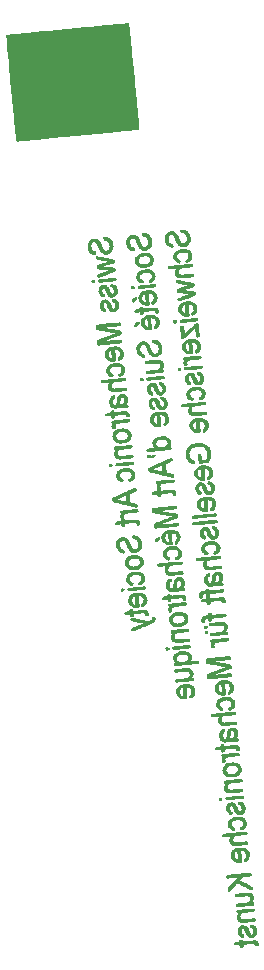
<source format=gbr>
G04 #@! TF.FileFunction,Legend,Bot*
%FSLAX46Y46*%
G04 Gerber Fmt 4.6, Leading zero omitted, Abs format (unit mm)*
G04 Created by KiCad (PCBNEW 4.0.6) date Sunday, 25 February 2018 'PMt' 23:13:54*
%MOMM*%
%LPD*%
G01*
G04 APERTURE LIST*
%ADD10C,0.100000*%
%ADD11C,0.010000*%
G04 APERTURE END LIST*
D10*
D11*
G36*
X124113011Y-143435585D02*
X124153500Y-143454429D01*
X124163667Y-143474607D01*
X124175368Y-143512702D01*
X124191914Y-143540539D01*
X124202352Y-143552490D01*
X124217201Y-143560994D01*
X124241694Y-143565957D01*
X124281064Y-143567287D01*
X124340543Y-143564889D01*
X124425365Y-143558669D01*
X124540760Y-143548533D01*
X124691964Y-143534389D01*
X124728534Y-143530921D01*
X124873634Y-143517908D01*
X125007165Y-143507364D01*
X125122546Y-143499693D01*
X125213198Y-143495301D01*
X125272541Y-143494594D01*
X125291072Y-143496267D01*
X125334879Y-143520890D01*
X125385692Y-143568328D01*
X125410618Y-143598767D01*
X125454577Y-143670022D01*
X125473410Y-143738385D01*
X125476000Y-143788933D01*
X125473352Y-143851594D01*
X125461772Y-143884482D01*
X125435806Y-143900010D01*
X125426012Y-143902739D01*
X125368740Y-143909639D01*
X125305051Y-143908434D01*
X125254693Y-143897630D01*
X125230026Y-143868872D01*
X125219650Y-143830450D01*
X125209556Y-143785047D01*
X125196541Y-143751033D01*
X125175207Y-143727361D01*
X125140152Y-143712984D01*
X125085978Y-143706853D01*
X125007283Y-143707920D01*
X124898668Y-143715138D01*
X124754732Y-143727460D01*
X124709573Y-143731484D01*
X124577171Y-143744047D01*
X124457619Y-143756800D01*
X124357918Y-143768883D01*
X124285067Y-143779435D01*
X124246069Y-143787597D01*
X124243042Y-143788817D01*
X124217373Y-143817201D01*
X124206741Y-143873571D01*
X124206000Y-143902851D01*
X124202661Y-143964092D01*
X124188221Y-143997374D01*
X124156042Y-144016836D01*
X124151706Y-144018523D01*
X124093313Y-144033440D01*
X124032142Y-144038620D01*
X123984169Y-144033651D01*
X123966613Y-144023291D01*
X123957166Y-143993529D01*
X123945608Y-143940789D01*
X123943637Y-143930168D01*
X123929174Y-143872343D01*
X123905510Y-143837409D01*
X123864059Y-143821408D01*
X123796236Y-143820384D01*
X123720525Y-143827324D01*
X123635045Y-143833541D01*
X123561718Y-143833193D01*
X123515149Y-143826371D01*
X123514229Y-143826034D01*
X123483679Y-143811847D01*
X123476514Y-143792619D01*
X123490719Y-143754400D01*
X123500798Y-143733049D01*
X123517327Y-143699941D01*
X123534883Y-143677094D01*
X123561773Y-143661054D01*
X123606304Y-143648364D01*
X123676783Y-143635568D01*
X123770257Y-143620952D01*
X123834141Y-143608197D01*
X123869725Y-143589025D01*
X123890916Y-143553750D01*
X123899052Y-143531259D01*
X123930852Y-143471937D01*
X123982536Y-143440926D01*
X123989410Y-143438832D01*
X124053891Y-143429478D01*
X124113011Y-143435585D01*
X124113011Y-143435585D01*
G37*
X124113011Y-143435585D02*
X124153500Y-143454429D01*
X124163667Y-143474607D01*
X124175368Y-143512702D01*
X124191914Y-143540539D01*
X124202352Y-143552490D01*
X124217201Y-143560994D01*
X124241694Y-143565957D01*
X124281064Y-143567287D01*
X124340543Y-143564889D01*
X124425365Y-143558669D01*
X124540760Y-143548533D01*
X124691964Y-143534389D01*
X124728534Y-143530921D01*
X124873634Y-143517908D01*
X125007165Y-143507364D01*
X125122546Y-143499693D01*
X125213198Y-143495301D01*
X125272541Y-143494594D01*
X125291072Y-143496267D01*
X125334879Y-143520890D01*
X125385692Y-143568328D01*
X125410618Y-143598767D01*
X125454577Y-143670022D01*
X125473410Y-143738385D01*
X125476000Y-143788933D01*
X125473352Y-143851594D01*
X125461772Y-143884482D01*
X125435806Y-143900010D01*
X125426012Y-143902739D01*
X125368740Y-143909639D01*
X125305051Y-143908434D01*
X125254693Y-143897630D01*
X125230026Y-143868872D01*
X125219650Y-143830450D01*
X125209556Y-143785047D01*
X125196541Y-143751033D01*
X125175207Y-143727361D01*
X125140152Y-143712984D01*
X125085978Y-143706853D01*
X125007283Y-143707920D01*
X124898668Y-143715138D01*
X124754732Y-143727460D01*
X124709573Y-143731484D01*
X124577171Y-143744047D01*
X124457619Y-143756800D01*
X124357918Y-143768883D01*
X124285067Y-143779435D01*
X124246069Y-143787597D01*
X124243042Y-143788817D01*
X124217373Y-143817201D01*
X124206741Y-143873571D01*
X124206000Y-143902851D01*
X124202661Y-143964092D01*
X124188221Y-143997374D01*
X124156042Y-144016836D01*
X124151706Y-144018523D01*
X124093313Y-144033440D01*
X124032142Y-144038620D01*
X123984169Y-144033651D01*
X123966613Y-144023291D01*
X123957166Y-143993529D01*
X123945608Y-143940789D01*
X123943637Y-143930168D01*
X123929174Y-143872343D01*
X123905510Y-143837409D01*
X123864059Y-143821408D01*
X123796236Y-143820384D01*
X123720525Y-143827324D01*
X123635045Y-143833541D01*
X123561718Y-143833193D01*
X123515149Y-143826371D01*
X123514229Y-143826034D01*
X123483679Y-143811847D01*
X123476514Y-143792619D01*
X123490719Y-143754400D01*
X123500798Y-143733049D01*
X123517327Y-143699941D01*
X123534883Y-143677094D01*
X123561773Y-143661054D01*
X123606304Y-143648364D01*
X123676783Y-143635568D01*
X123770257Y-143620952D01*
X123834141Y-143608197D01*
X123869725Y-143589025D01*
X123890916Y-143553750D01*
X123899052Y-143531259D01*
X123930852Y-143471937D01*
X123982536Y-143440926D01*
X123989410Y-143438832D01*
X124053891Y-143429478D01*
X124113011Y-143435585D01*
G36*
X125022938Y-142169753D02*
X125073834Y-142190644D01*
X125160856Y-142240146D01*
X125228763Y-142305659D01*
X125287883Y-142398161D01*
X125309433Y-142441083D01*
X125358303Y-142581663D01*
X125367777Y-142721635D01*
X125338303Y-142869669D01*
X125332529Y-142887330D01*
X125269056Y-143018879D01*
X125180002Y-143116947D01*
X125067088Y-143180406D01*
X124932033Y-143208128D01*
X124844218Y-143207387D01*
X124765602Y-143198711D01*
X124712028Y-143182779D01*
X124666206Y-143152355D01*
X124627590Y-143116714D01*
X124574879Y-143055758D01*
X124533511Y-142991247D01*
X124521011Y-142962708D01*
X124492339Y-142890638D01*
X124458886Y-142823806D01*
X124428745Y-142759926D01*
X124401699Y-142683832D01*
X124396931Y-142666924D01*
X124365758Y-142591633D01*
X124318444Y-142518913D01*
X124305268Y-142503773D01*
X124256828Y-142458858D01*
X124217142Y-142441988D01*
X124177248Y-142444880D01*
X124121183Y-142475949D01*
X124083532Y-142535898D01*
X124063842Y-142615713D01*
X124061657Y-142706378D01*
X124076526Y-142798879D01*
X124107992Y-142884199D01*
X124155603Y-142953323D01*
X124204734Y-142990762D01*
X124255212Y-143036935D01*
X124270344Y-143098575D01*
X124248110Y-143165038D01*
X124240035Y-143176625D01*
X124221342Y-143200607D01*
X124204335Y-143209629D01*
X124175485Y-143204338D01*
X124121263Y-143185379D01*
X124113656Y-143182661D01*
X124001485Y-143121090D01*
X123913605Y-143026488D01*
X123851902Y-142901746D01*
X123818265Y-142749753D01*
X123815935Y-142726833D01*
X123820263Y-142581914D01*
X123857805Y-142455345D01*
X123924970Y-142351501D01*
X124018165Y-142274759D01*
X124133799Y-142229493D01*
X124232910Y-142218833D01*
X124366151Y-142237630D01*
X124480144Y-142294054D01*
X124574942Y-142388150D01*
X124650596Y-142519967D01*
X124694789Y-142643565D01*
X124718621Y-142709933D01*
X124753382Y-142788211D01*
X124793031Y-142866704D01*
X124831523Y-142933722D01*
X124862816Y-142977571D01*
X124871668Y-142985800D01*
X124928789Y-143001723D01*
X124995641Y-142983010D01*
X125057009Y-142937414D01*
X125090364Y-142901631D01*
X125108833Y-142869324D01*
X125115731Y-142827345D01*
X125114368Y-142762550D01*
X125111789Y-142720040D01*
X125098546Y-142601920D01*
X125073252Y-142515769D01*
X125031117Y-142451850D01*
X124967350Y-142400427D01*
X124949095Y-142389328D01*
X124872318Y-142338754D01*
X124831852Y-142294740D01*
X124823828Y-142250521D01*
X124842378Y-142202775D01*
X124882510Y-142161358D01*
X124941169Y-142150431D01*
X125022938Y-142169753D01*
X125022938Y-142169753D01*
G37*
X125022938Y-142169753D02*
X125073834Y-142190644D01*
X125160856Y-142240146D01*
X125228763Y-142305659D01*
X125287883Y-142398161D01*
X125309433Y-142441083D01*
X125358303Y-142581663D01*
X125367777Y-142721635D01*
X125338303Y-142869669D01*
X125332529Y-142887330D01*
X125269056Y-143018879D01*
X125180002Y-143116947D01*
X125067088Y-143180406D01*
X124932033Y-143208128D01*
X124844218Y-143207387D01*
X124765602Y-143198711D01*
X124712028Y-143182779D01*
X124666206Y-143152355D01*
X124627590Y-143116714D01*
X124574879Y-143055758D01*
X124533511Y-142991247D01*
X124521011Y-142962708D01*
X124492339Y-142890638D01*
X124458886Y-142823806D01*
X124428745Y-142759926D01*
X124401699Y-142683832D01*
X124396931Y-142666924D01*
X124365758Y-142591633D01*
X124318444Y-142518913D01*
X124305268Y-142503773D01*
X124256828Y-142458858D01*
X124217142Y-142441988D01*
X124177248Y-142444880D01*
X124121183Y-142475949D01*
X124083532Y-142535898D01*
X124063842Y-142615713D01*
X124061657Y-142706378D01*
X124076526Y-142798879D01*
X124107992Y-142884199D01*
X124155603Y-142953323D01*
X124204734Y-142990762D01*
X124255212Y-143036935D01*
X124270344Y-143098575D01*
X124248110Y-143165038D01*
X124240035Y-143176625D01*
X124221342Y-143200607D01*
X124204335Y-143209629D01*
X124175485Y-143204338D01*
X124121263Y-143185379D01*
X124113656Y-143182661D01*
X124001485Y-143121090D01*
X123913605Y-143026488D01*
X123851902Y-142901746D01*
X123818265Y-142749753D01*
X123815935Y-142726833D01*
X123820263Y-142581914D01*
X123857805Y-142455345D01*
X123924970Y-142351501D01*
X124018165Y-142274759D01*
X124133799Y-142229493D01*
X124232910Y-142218833D01*
X124366151Y-142237630D01*
X124480144Y-142294054D01*
X124574942Y-142388150D01*
X124650596Y-142519967D01*
X124694789Y-142643565D01*
X124718621Y-142709933D01*
X124753382Y-142788211D01*
X124793031Y-142866704D01*
X124831523Y-142933722D01*
X124862816Y-142977571D01*
X124871668Y-142985800D01*
X124928789Y-143001723D01*
X124995641Y-142983010D01*
X125057009Y-142937414D01*
X125090364Y-142901631D01*
X125108833Y-142869324D01*
X125115731Y-142827345D01*
X125114368Y-142762550D01*
X125111789Y-142720040D01*
X125098546Y-142601920D01*
X125073252Y-142515769D01*
X125031117Y-142451850D01*
X124967350Y-142400427D01*
X124949095Y-142389328D01*
X124872318Y-142338754D01*
X124831852Y-142294740D01*
X124823828Y-142250521D01*
X124842378Y-142202775D01*
X124882510Y-142161358D01*
X124941169Y-142150431D01*
X125022938Y-142169753D01*
G36*
X125053648Y-140804306D02*
X125113073Y-140820142D01*
X125149711Y-140860744D01*
X125155312Y-140871743D01*
X125169835Y-140908395D01*
X125171471Y-140937476D01*
X125155934Y-140960548D01*
X125118935Y-140979171D01*
X125056185Y-140994907D01*
X124963398Y-141009316D01*
X124836286Y-141023959D01*
X124699693Y-141037597D01*
X124533416Y-141054078D01*
X124403397Y-141068417D01*
X124303701Y-141081926D01*
X124228396Y-141095912D01*
X124171546Y-141111686D01*
X124127218Y-141130558D01*
X124089477Y-141153837D01*
X124056295Y-141179591D01*
X124003304Y-141234151D01*
X123969345Y-141300918D01*
X123952466Y-141359641D01*
X123937579Y-141428012D01*
X123936002Y-141474105D01*
X123950639Y-141516677D01*
X123984395Y-141574486D01*
X123986177Y-141577370D01*
X124032877Y-141642610D01*
X124078068Y-141678499D01*
X124121756Y-141693276D01*
X124167432Y-141696383D01*
X124248189Y-141694897D01*
X124357063Y-141689178D01*
X124487092Y-141679584D01*
X124618750Y-141667707D01*
X124789477Y-141651270D01*
X124922994Y-141639237D01*
X125024193Y-141631604D01*
X125097967Y-141628366D01*
X125149209Y-141629517D01*
X125182812Y-141635054D01*
X125203668Y-141644971D01*
X125216670Y-141659263D01*
X125221255Y-141667108D01*
X125241875Y-141732084D01*
X125225125Y-141789809D01*
X125216135Y-141803210D01*
X125201241Y-141815646D01*
X125172776Y-141826895D01*
X125125914Y-141837738D01*
X125055827Y-141848955D01*
X124957690Y-141861328D01*
X124826675Y-141875637D01*
X124671093Y-141891366D01*
X124527665Y-141905462D01*
X124398618Y-141917995D01*
X124289794Y-141928410D01*
X124207035Y-141936153D01*
X124156183Y-141940668D01*
X124142500Y-141941603D01*
X124118231Y-141935722D01*
X124064997Y-141921256D01*
X123996985Y-141902094D01*
X123926096Y-141879811D01*
X123872493Y-141859198D01*
X123848644Y-141845393D01*
X123777020Y-141742456D01*
X123730986Y-141659460D01*
X123706135Y-141586481D01*
X123698055Y-141513591D01*
X123698000Y-141506257D01*
X123710091Y-141406590D01*
X123742296Y-141309312D01*
X123788514Y-141230196D01*
X123815802Y-141201683D01*
X123842595Y-141170858D01*
X123833384Y-141148266D01*
X123785374Y-141129526D01*
X123766792Y-141124884D01*
X123714096Y-141108180D01*
X123689993Y-141081717D01*
X123681055Y-141030580D01*
X123680968Y-141029555D01*
X123680545Y-140977119D01*
X123698265Y-140949759D01*
X123744468Y-140930988D01*
X123786098Y-140922658D01*
X123863011Y-140911687D01*
X123968285Y-140898745D01*
X124095000Y-140884501D01*
X124236236Y-140869624D01*
X124385070Y-140854785D01*
X124534583Y-140840653D01*
X124677853Y-140827899D01*
X124807960Y-140817190D01*
X124917982Y-140809198D01*
X125000998Y-140804592D01*
X125050088Y-140804042D01*
X125053648Y-140804306D01*
X125053648Y-140804306D01*
G37*
X125053648Y-140804306D02*
X125113073Y-140820142D01*
X125149711Y-140860744D01*
X125155312Y-140871743D01*
X125169835Y-140908395D01*
X125171471Y-140937476D01*
X125155934Y-140960548D01*
X125118935Y-140979171D01*
X125056185Y-140994907D01*
X124963398Y-141009316D01*
X124836286Y-141023959D01*
X124699693Y-141037597D01*
X124533416Y-141054078D01*
X124403397Y-141068417D01*
X124303701Y-141081926D01*
X124228396Y-141095912D01*
X124171546Y-141111686D01*
X124127218Y-141130558D01*
X124089477Y-141153837D01*
X124056295Y-141179591D01*
X124003304Y-141234151D01*
X123969345Y-141300918D01*
X123952466Y-141359641D01*
X123937579Y-141428012D01*
X123936002Y-141474105D01*
X123950639Y-141516677D01*
X123984395Y-141574486D01*
X123986177Y-141577370D01*
X124032877Y-141642610D01*
X124078068Y-141678499D01*
X124121756Y-141693276D01*
X124167432Y-141696383D01*
X124248189Y-141694897D01*
X124357063Y-141689178D01*
X124487092Y-141679584D01*
X124618750Y-141667707D01*
X124789477Y-141651270D01*
X124922994Y-141639237D01*
X125024193Y-141631604D01*
X125097967Y-141628366D01*
X125149209Y-141629517D01*
X125182812Y-141635054D01*
X125203668Y-141644971D01*
X125216670Y-141659263D01*
X125221255Y-141667108D01*
X125241875Y-141732084D01*
X125225125Y-141789809D01*
X125216135Y-141803210D01*
X125201241Y-141815646D01*
X125172776Y-141826895D01*
X125125914Y-141837738D01*
X125055827Y-141848955D01*
X124957690Y-141861328D01*
X124826675Y-141875637D01*
X124671093Y-141891366D01*
X124527665Y-141905462D01*
X124398618Y-141917995D01*
X124289794Y-141928410D01*
X124207035Y-141936153D01*
X124156183Y-141940668D01*
X124142500Y-141941603D01*
X124118231Y-141935722D01*
X124064997Y-141921256D01*
X123996985Y-141902094D01*
X123926096Y-141879811D01*
X123872493Y-141859198D01*
X123848644Y-141845393D01*
X123777020Y-141742456D01*
X123730986Y-141659460D01*
X123706135Y-141586481D01*
X123698055Y-141513591D01*
X123698000Y-141506257D01*
X123710091Y-141406590D01*
X123742296Y-141309312D01*
X123788514Y-141230196D01*
X123815802Y-141201683D01*
X123842595Y-141170858D01*
X123833384Y-141148266D01*
X123785374Y-141129526D01*
X123766792Y-141124884D01*
X123714096Y-141108180D01*
X123689993Y-141081717D01*
X123681055Y-141030580D01*
X123680968Y-141029555D01*
X123680545Y-140977119D01*
X123698265Y-140949759D01*
X123744468Y-140930988D01*
X123786098Y-140922658D01*
X123863011Y-140911687D01*
X123968285Y-140898745D01*
X124095000Y-140884501D01*
X124236236Y-140869624D01*
X124385070Y-140854785D01*
X124534583Y-140840653D01*
X124677853Y-140827899D01*
X124807960Y-140817190D01*
X124917982Y-140809198D01*
X125000998Y-140804592D01*
X125050088Y-140804042D01*
X125053648Y-140804306D01*
G36*
X124729323Y-139466789D02*
X124812449Y-139480933D01*
X124878500Y-139505694D01*
X124932443Y-139542007D01*
X124979246Y-139590810D01*
X125023878Y-139653038D01*
X125033903Y-139668629D01*
X125084312Y-139776358D01*
X125095000Y-139848473D01*
X125084399Y-139937318D01*
X125056592Y-140028391D01*
X125017573Y-140105847D01*
X124981775Y-140147795D01*
X124952923Y-140177985D01*
X124957240Y-140204490D01*
X124966344Y-140216587D01*
X125002244Y-140244561D01*
X125023021Y-140250333D01*
X125054094Y-140266532D01*
X125086931Y-140304117D01*
X125107137Y-140365604D01*
X125093479Y-140422995D01*
X125050728Y-140463006D01*
X125026928Y-140471089D01*
X124989533Y-140476442D01*
X124916766Y-140484687D01*
X124815442Y-140495200D01*
X124692377Y-140507358D01*
X124554386Y-140520537D01*
X124408283Y-140534116D01*
X124260885Y-140547469D01*
X124119007Y-140559974D01*
X123989463Y-140571007D01*
X123879069Y-140579946D01*
X123794641Y-140586167D01*
X123742993Y-140589046D01*
X123735787Y-140589170D01*
X123673338Y-140580732D01*
X123637774Y-140552048D01*
X123633445Y-140544695D01*
X123619135Y-140485689D01*
X123631473Y-140428666D01*
X123666270Y-140390875D01*
X123671359Y-140388606D01*
X123703304Y-140382047D01*
X123770232Y-140372405D01*
X123864978Y-140360570D01*
X123980378Y-140347433D01*
X124109268Y-140333885D01*
X124121334Y-140332671D01*
X124287767Y-140315566D01*
X124417813Y-140300647D01*
X124517257Y-140286408D01*
X124591883Y-140271347D01*
X124647477Y-140253958D01*
X124689823Y-140232738D01*
X124724706Y-140206183D01*
X124757911Y-140172788D01*
X124764636Y-140165403D01*
X124811545Y-140107374D01*
X124834240Y-140056623D01*
X124840880Y-139993153D01*
X124841000Y-139978264D01*
X124836754Y-139886739D01*
X124821419Y-139814093D01*
X124791102Y-139758898D01*
X124741909Y-139719729D01*
X124669947Y-139695160D01*
X124571323Y-139683763D01*
X124442142Y-139684114D01*
X124278512Y-139694786D01*
X124110750Y-139710770D01*
X123989693Y-139722337D01*
X123871028Y-139731982D01*
X123767381Y-139738782D01*
X123691374Y-139741820D01*
X123683552Y-139741893D01*
X123609675Y-139740261D01*
X123567469Y-139732695D01*
X123546366Y-139716126D01*
X123539250Y-139700000D01*
X123534933Y-139636226D01*
X123558769Y-139583497D01*
X123587681Y-139562373D01*
X123618316Y-139556239D01*
X123684751Y-139546867D01*
X123780643Y-139535019D01*
X123899649Y-139521457D01*
X124035425Y-139506941D01*
X124126705Y-139497651D01*
X124327813Y-139478692D01*
X124491973Y-139466605D01*
X124624154Y-139462325D01*
X124729323Y-139466789D01*
X124729323Y-139466789D01*
G37*
X124729323Y-139466789D02*
X124812449Y-139480933D01*
X124878500Y-139505694D01*
X124932443Y-139542007D01*
X124979246Y-139590810D01*
X125023878Y-139653038D01*
X125033903Y-139668629D01*
X125084312Y-139776358D01*
X125095000Y-139848473D01*
X125084399Y-139937318D01*
X125056592Y-140028391D01*
X125017573Y-140105847D01*
X124981775Y-140147795D01*
X124952923Y-140177985D01*
X124957240Y-140204490D01*
X124966344Y-140216587D01*
X125002244Y-140244561D01*
X125023021Y-140250333D01*
X125054094Y-140266532D01*
X125086931Y-140304117D01*
X125107137Y-140365604D01*
X125093479Y-140422995D01*
X125050728Y-140463006D01*
X125026928Y-140471089D01*
X124989533Y-140476442D01*
X124916766Y-140484687D01*
X124815442Y-140495200D01*
X124692377Y-140507358D01*
X124554386Y-140520537D01*
X124408283Y-140534116D01*
X124260885Y-140547469D01*
X124119007Y-140559974D01*
X123989463Y-140571007D01*
X123879069Y-140579946D01*
X123794641Y-140586167D01*
X123742993Y-140589046D01*
X123735787Y-140589170D01*
X123673338Y-140580732D01*
X123637774Y-140552048D01*
X123633445Y-140544695D01*
X123619135Y-140485689D01*
X123631473Y-140428666D01*
X123666270Y-140390875D01*
X123671359Y-140388606D01*
X123703304Y-140382047D01*
X123770232Y-140372405D01*
X123864978Y-140360570D01*
X123980378Y-140347433D01*
X124109268Y-140333885D01*
X124121334Y-140332671D01*
X124287767Y-140315566D01*
X124417813Y-140300647D01*
X124517257Y-140286408D01*
X124591883Y-140271347D01*
X124647477Y-140253958D01*
X124689823Y-140232738D01*
X124724706Y-140206183D01*
X124757911Y-140172788D01*
X124764636Y-140165403D01*
X124811545Y-140107374D01*
X124834240Y-140056623D01*
X124840880Y-139993153D01*
X124841000Y-139978264D01*
X124836754Y-139886739D01*
X124821419Y-139814093D01*
X124791102Y-139758898D01*
X124741909Y-139719729D01*
X124669947Y-139695160D01*
X124571323Y-139683763D01*
X124442142Y-139684114D01*
X124278512Y-139694786D01*
X124110750Y-139710770D01*
X123989693Y-139722337D01*
X123871028Y-139731982D01*
X123767381Y-139738782D01*
X123691374Y-139741820D01*
X123683552Y-139741893D01*
X123609675Y-139740261D01*
X123567469Y-139732695D01*
X123546366Y-139716126D01*
X123539250Y-139700000D01*
X123534933Y-139636226D01*
X123558769Y-139583497D01*
X123587681Y-139562373D01*
X123618316Y-139556239D01*
X123684751Y-139546867D01*
X123780643Y-139535019D01*
X123899649Y-139521457D01*
X124035425Y-139506941D01*
X124126705Y-139497651D01*
X124327813Y-139478692D01*
X124491973Y-139466605D01*
X124624154Y-139462325D01*
X124729323Y-139466789D01*
G36*
X124801883Y-137769404D02*
X124836192Y-137794245D01*
X124865896Y-137844908D01*
X124882304Y-137905078D01*
X124883334Y-137922251D01*
X124878188Y-137949666D01*
X124859070Y-137970986D01*
X124820461Y-137987796D01*
X124756841Y-138001683D01*
X124662690Y-138014236D01*
X124532489Y-138027039D01*
X124512737Y-138028795D01*
X124216584Y-138054906D01*
X124060375Y-138209438D01*
X123985634Y-138287404D01*
X123936379Y-138347631D01*
X123915638Y-138386244D01*
X123915804Y-138394297D01*
X123937340Y-138411781D01*
X123991640Y-138444740D01*
X124073348Y-138490244D01*
X124177102Y-138545364D01*
X124297546Y-138607173D01*
X124389513Y-138653146D01*
X124556259Y-138735887D01*
X124688855Y-138802827D01*
X124791209Y-138856711D01*
X124867227Y-138900282D01*
X124920816Y-138936282D01*
X124955883Y-138967455D01*
X124976335Y-138996544D01*
X124986078Y-139026292D01*
X124989020Y-139059442D01*
X124989167Y-139074191D01*
X124985528Y-139134113D01*
X124970810Y-139164773D01*
X124942643Y-139178062D01*
X124893787Y-139178362D01*
X124868086Y-139166962D01*
X124838672Y-139148400D01*
X124780229Y-139115765D01*
X124701607Y-139073884D01*
X124623568Y-139033626D01*
X124525470Y-138983562D01*
X124403074Y-138920818D01*
X124269653Y-138852213D01*
X124138485Y-138784568D01*
X124091805Y-138760437D01*
X123966282Y-138696668D01*
X123872045Y-138651842D01*
X123803695Y-138623772D01*
X123755833Y-138610274D01*
X123723060Y-138609164D01*
X123719611Y-138609819D01*
X123693382Y-138622010D01*
X123654322Y-138651077D01*
X123600082Y-138699337D01*
X123528313Y-138769104D01*
X123436663Y-138862692D01*
X123322784Y-138982416D01*
X123184325Y-139130591D01*
X123115060Y-139205344D01*
X123068121Y-139254110D01*
X123033221Y-139286670D01*
X123019810Y-139295377D01*
X122993357Y-139288465D01*
X122975156Y-139283649D01*
X122949966Y-139257492D01*
X122934248Y-139204390D01*
X122929660Y-139139007D01*
X122937859Y-139076005D01*
X122948471Y-139047580D01*
X122964731Y-139023579D01*
X122997784Y-138983082D01*
X123049461Y-138924091D01*
X123121598Y-138844605D01*
X123216027Y-138742626D01*
X123334582Y-138616156D01*
X123479097Y-138463194D01*
X123639112Y-138294666D01*
X123704713Y-138223860D01*
X123743261Y-138176635D01*
X123758386Y-138147401D01*
X123753714Y-138130568D01*
X123748169Y-138126626D01*
X123715540Y-138122089D01*
X123646079Y-138122293D01*
X123544992Y-138127015D01*
X123417488Y-138136032D01*
X123307457Y-138145498D01*
X123178750Y-138156485D01*
X123063073Y-138164798D01*
X122967585Y-138170048D01*
X122899447Y-138171846D01*
X122865819Y-138169803D01*
X122865025Y-138169538D01*
X122841697Y-138140806D01*
X122830610Y-138088438D01*
X122832302Y-138029484D01*
X122847312Y-137980990D01*
X122858628Y-137967063D01*
X122883962Y-137960990D01*
X122946276Y-137951620D01*
X123040389Y-137939478D01*
X123161121Y-137925092D01*
X123303292Y-137908988D01*
X123461720Y-137891694D01*
X123631226Y-137873736D01*
X123806628Y-137855641D01*
X123982747Y-137837936D01*
X124154403Y-137821149D01*
X124316413Y-137805805D01*
X124463599Y-137792433D01*
X124590780Y-137781558D01*
X124692774Y-137773709D01*
X124764403Y-137769411D01*
X124800484Y-137769192D01*
X124801883Y-137769404D01*
X124801883Y-137769404D01*
G37*
X124801883Y-137769404D02*
X124836192Y-137794245D01*
X124865896Y-137844908D01*
X124882304Y-137905078D01*
X124883334Y-137922251D01*
X124878188Y-137949666D01*
X124859070Y-137970986D01*
X124820461Y-137987796D01*
X124756841Y-138001683D01*
X124662690Y-138014236D01*
X124532489Y-138027039D01*
X124512737Y-138028795D01*
X124216584Y-138054906D01*
X124060375Y-138209438D01*
X123985634Y-138287404D01*
X123936379Y-138347631D01*
X123915638Y-138386244D01*
X123915804Y-138394297D01*
X123937340Y-138411781D01*
X123991640Y-138444740D01*
X124073348Y-138490244D01*
X124177102Y-138545364D01*
X124297546Y-138607173D01*
X124389513Y-138653146D01*
X124556259Y-138735887D01*
X124688855Y-138802827D01*
X124791209Y-138856711D01*
X124867227Y-138900282D01*
X124920816Y-138936282D01*
X124955883Y-138967455D01*
X124976335Y-138996544D01*
X124986078Y-139026292D01*
X124989020Y-139059442D01*
X124989167Y-139074191D01*
X124985528Y-139134113D01*
X124970810Y-139164773D01*
X124942643Y-139178062D01*
X124893787Y-139178362D01*
X124868086Y-139166962D01*
X124838672Y-139148400D01*
X124780229Y-139115765D01*
X124701607Y-139073884D01*
X124623568Y-139033626D01*
X124525470Y-138983562D01*
X124403074Y-138920818D01*
X124269653Y-138852213D01*
X124138485Y-138784568D01*
X124091805Y-138760437D01*
X123966282Y-138696668D01*
X123872045Y-138651842D01*
X123803695Y-138623772D01*
X123755833Y-138610274D01*
X123723060Y-138609164D01*
X123719611Y-138609819D01*
X123693382Y-138622010D01*
X123654322Y-138651077D01*
X123600082Y-138699337D01*
X123528313Y-138769104D01*
X123436663Y-138862692D01*
X123322784Y-138982416D01*
X123184325Y-139130591D01*
X123115060Y-139205344D01*
X123068121Y-139254110D01*
X123033221Y-139286670D01*
X123019810Y-139295377D01*
X122993357Y-139288465D01*
X122975156Y-139283649D01*
X122949966Y-139257492D01*
X122934248Y-139204390D01*
X122929660Y-139139007D01*
X122937859Y-139076005D01*
X122948471Y-139047580D01*
X122964731Y-139023579D01*
X122997784Y-138983082D01*
X123049461Y-138924091D01*
X123121598Y-138844605D01*
X123216027Y-138742626D01*
X123334582Y-138616156D01*
X123479097Y-138463194D01*
X123639112Y-138294666D01*
X123704713Y-138223860D01*
X123743261Y-138176635D01*
X123758386Y-138147401D01*
X123753714Y-138130568D01*
X123748169Y-138126626D01*
X123715540Y-138122089D01*
X123646079Y-138122293D01*
X123544992Y-138127015D01*
X123417488Y-138136032D01*
X123307457Y-138145498D01*
X123178750Y-138156485D01*
X123063073Y-138164798D01*
X122967585Y-138170048D01*
X122899447Y-138171846D01*
X122865819Y-138169803D01*
X122865025Y-138169538D01*
X122841697Y-138140806D01*
X122830610Y-138088438D01*
X122832302Y-138029484D01*
X122847312Y-137980990D01*
X122858628Y-137967063D01*
X122883962Y-137960990D01*
X122946276Y-137951620D01*
X123040389Y-137939478D01*
X123161121Y-137925092D01*
X123303292Y-137908988D01*
X123461720Y-137891694D01*
X123631226Y-137873736D01*
X123806628Y-137855641D01*
X123982747Y-137837936D01*
X124154403Y-137821149D01*
X124316413Y-137805805D01*
X124463599Y-137792433D01*
X124590780Y-137781558D01*
X124692774Y-137773709D01*
X124764403Y-137769411D01*
X124800484Y-137769192D01*
X124801883Y-137769404D01*
G36*
X124180820Y-135635485D02*
X124294964Y-135652812D01*
X124392336Y-135686345D01*
X124485222Y-135739644D01*
X124533340Y-135774451D01*
X124604042Y-135847268D01*
X124668681Y-135947284D01*
X124719196Y-136059409D01*
X124747525Y-136168557D01*
X124748682Y-136177475D01*
X124745164Y-136319989D01*
X124704585Y-136460631D01*
X124631165Y-136588148D01*
X124568408Y-136658126D01*
X124484421Y-136729392D01*
X124420171Y-136766397D01*
X124372365Y-136770405D01*
X124339905Y-136745798D01*
X124318256Y-136695936D01*
X124313019Y-136639429D01*
X124324004Y-136593156D01*
X124341800Y-136575672D01*
X124371035Y-136552328D01*
X124410768Y-136506369D01*
X124429994Y-136480149D01*
X124466958Y-136416262D01*
X124484301Y-136351174D01*
X124488156Y-136275355D01*
X124478251Y-136145142D01*
X124445105Y-136044263D01*
X124383326Y-135964455D01*
X124287524Y-135897452D01*
X124219564Y-135863603D01*
X124140165Y-135833835D01*
X124082185Y-135829560D01*
X124033737Y-135850131D01*
X124029281Y-135853294D01*
X124017130Y-135864478D01*
X124008880Y-135881246D01*
X124004595Y-135909310D01*
X124004339Y-135954384D01*
X124008174Y-136022181D01*
X124016165Y-136118414D01*
X124028374Y-136248795D01*
X124034361Y-136310833D01*
X124049301Y-136473197D01*
X124058577Y-136598613D01*
X124061914Y-136692121D01*
X124059034Y-136758762D01*
X124049663Y-136803578D01*
X124033523Y-136831608D01*
X124010338Y-136847895D01*
X124004807Y-136850196D01*
X123942556Y-136861161D01*
X123865449Y-136859005D01*
X123798570Y-136844641D01*
X123793250Y-136842500D01*
X123741356Y-136828867D01*
X123682777Y-136822821D01*
X123592236Y-136803606D01*
X123490869Y-136753189D01*
X123388965Y-136677057D01*
X123361205Y-136651363D01*
X123286255Y-136568892D01*
X123238562Y-136487695D01*
X123210993Y-136392283D01*
X123198963Y-136299088D01*
X123196734Y-136260830D01*
X123444159Y-136260830D01*
X123461516Y-136371822D01*
X123505509Y-136473156D01*
X123574419Y-136557001D01*
X123666530Y-136615527D01*
X123719167Y-136632486D01*
X123772734Y-136628898D01*
X123809446Y-136598409D01*
X123817210Y-136551646D01*
X123816152Y-136547276D01*
X123811099Y-136515022D01*
X123803497Y-136449268D01*
X123794265Y-136358703D01*
X123784321Y-136252018D01*
X123781329Y-136218083D01*
X123767391Y-136075913D01*
X123752309Y-135973023D01*
X123733697Y-135906380D01*
X123709168Y-135872948D01*
X123676336Y-135869692D01*
X123632814Y-135893579D01*
X123576216Y-135941574D01*
X123569075Y-135948208D01*
X123496221Y-136041192D01*
X123455154Y-136148010D01*
X123444159Y-136260830D01*
X123196734Y-136260830D01*
X123193971Y-136213430D01*
X123199366Y-136149755D01*
X123218270Y-136088341D01*
X123240267Y-136038166D01*
X123287770Y-135945361D01*
X123335846Y-135878100D01*
X123397054Y-135821327D01*
X123457523Y-135777662D01*
X123594032Y-135704302D01*
X123751889Y-135656812D01*
X123937032Y-135633689D01*
X124037617Y-135630804D01*
X124180820Y-135635485D01*
X124180820Y-135635485D01*
G37*
X124180820Y-135635485D02*
X124294964Y-135652812D01*
X124392336Y-135686345D01*
X124485222Y-135739644D01*
X124533340Y-135774451D01*
X124604042Y-135847268D01*
X124668681Y-135947284D01*
X124719196Y-136059409D01*
X124747525Y-136168557D01*
X124748682Y-136177475D01*
X124745164Y-136319989D01*
X124704585Y-136460631D01*
X124631165Y-136588148D01*
X124568408Y-136658126D01*
X124484421Y-136729392D01*
X124420171Y-136766397D01*
X124372365Y-136770405D01*
X124339905Y-136745798D01*
X124318256Y-136695936D01*
X124313019Y-136639429D01*
X124324004Y-136593156D01*
X124341800Y-136575672D01*
X124371035Y-136552328D01*
X124410768Y-136506369D01*
X124429994Y-136480149D01*
X124466958Y-136416262D01*
X124484301Y-136351174D01*
X124488156Y-136275355D01*
X124478251Y-136145142D01*
X124445105Y-136044263D01*
X124383326Y-135964455D01*
X124287524Y-135897452D01*
X124219564Y-135863603D01*
X124140165Y-135833835D01*
X124082185Y-135829560D01*
X124033737Y-135850131D01*
X124029281Y-135853294D01*
X124017130Y-135864478D01*
X124008880Y-135881246D01*
X124004595Y-135909310D01*
X124004339Y-135954384D01*
X124008174Y-136022181D01*
X124016165Y-136118414D01*
X124028374Y-136248795D01*
X124034361Y-136310833D01*
X124049301Y-136473197D01*
X124058577Y-136598613D01*
X124061914Y-136692121D01*
X124059034Y-136758762D01*
X124049663Y-136803578D01*
X124033523Y-136831608D01*
X124010338Y-136847895D01*
X124004807Y-136850196D01*
X123942556Y-136861161D01*
X123865449Y-136859005D01*
X123798570Y-136844641D01*
X123793250Y-136842500D01*
X123741356Y-136828867D01*
X123682777Y-136822821D01*
X123592236Y-136803606D01*
X123490869Y-136753189D01*
X123388965Y-136677057D01*
X123361205Y-136651363D01*
X123286255Y-136568892D01*
X123238562Y-136487695D01*
X123210993Y-136392283D01*
X123198963Y-136299088D01*
X123196734Y-136260830D01*
X123444159Y-136260830D01*
X123461516Y-136371822D01*
X123505509Y-136473156D01*
X123574419Y-136557001D01*
X123666530Y-136615527D01*
X123719167Y-136632486D01*
X123772734Y-136628898D01*
X123809446Y-136598409D01*
X123817210Y-136551646D01*
X123816152Y-136547276D01*
X123811099Y-136515022D01*
X123803497Y-136449268D01*
X123794265Y-136358703D01*
X123784321Y-136252018D01*
X123781329Y-136218083D01*
X123767391Y-136075913D01*
X123752309Y-135973023D01*
X123733697Y-135906380D01*
X123709168Y-135872948D01*
X123676336Y-135869692D01*
X123632814Y-135893579D01*
X123576216Y-135941574D01*
X123569075Y-135948208D01*
X123496221Y-136041192D01*
X123455154Y-136148010D01*
X123444159Y-136260830D01*
X123196734Y-136260830D01*
X123193971Y-136213430D01*
X123199366Y-136149755D01*
X123218270Y-136088341D01*
X123240267Y-136038166D01*
X123287770Y-135945361D01*
X123335846Y-135878100D01*
X123397054Y-135821327D01*
X123457523Y-135777662D01*
X123594032Y-135704302D01*
X123751889Y-135656812D01*
X123937032Y-135633689D01*
X124037617Y-135630804D01*
X124180820Y-135635485D01*
G36*
X124443048Y-134296280D02*
X124467837Y-134300718D01*
X124485184Y-134307384D01*
X124493304Y-134312154D01*
X124532293Y-134355712D01*
X124543938Y-134407888D01*
X124526856Y-134453545D01*
X124507625Y-134468927D01*
X124475423Y-134477069D01*
X124408437Y-134487697D01*
X124314074Y-134499852D01*
X124199742Y-134512577D01*
X124079000Y-134524356D01*
X123898866Y-134542061D01*
X123755774Y-134559468D01*
X123644462Y-134577798D01*
X123559666Y-134598270D01*
X123496124Y-134622105D01*
X123448572Y-134650520D01*
X123418448Y-134677432D01*
X123354635Y-134767470D01*
X123321028Y-134866243D01*
X123321058Y-134961932D01*
X123328155Y-134988319D01*
X123369172Y-135084311D01*
X123416576Y-135144965D01*
X123476525Y-135177276D01*
X123499385Y-135182776D01*
X123542347Y-135184923D01*
X123620242Y-135182972D01*
X123725915Y-135177338D01*
X123852206Y-135168438D01*
X123991959Y-135156686D01*
X124063013Y-135150030D01*
X124220328Y-135135060D01*
X124340860Y-135124441D01*
X124429920Y-135118016D01*
X124492819Y-135115628D01*
X124534866Y-135117120D01*
X124561371Y-135122335D01*
X124577645Y-135131116D01*
X124581614Y-135134708D01*
X124607370Y-135183554D01*
X124611229Y-135243376D01*
X124593330Y-135294356D01*
X124580410Y-135307614D01*
X124550606Y-135316417D01*
X124484991Y-135327957D01*
X124389936Y-135341375D01*
X124271810Y-135355813D01*
X124136983Y-135370412D01*
X124053889Y-135378592D01*
X123891629Y-135393944D01*
X123765801Y-135405553D01*
X123670689Y-135413646D01*
X123600579Y-135418453D01*
X123549755Y-135420202D01*
X123512502Y-135419124D01*
X123483107Y-135415446D01*
X123455852Y-135409398D01*
X123433417Y-135403454D01*
X123366257Y-135386243D01*
X123313557Y-135373674D01*
X123266786Y-135348665D01*
X123209413Y-135297027D01*
X123173166Y-135255414D01*
X123101390Y-135138313D01*
X123069030Y-135019126D01*
X123076766Y-134902183D01*
X123105652Y-134825424D01*
X123143201Y-134760445D01*
X123182080Y-134704596D01*
X123193552Y-134691024D01*
X123219841Y-134652775D01*
X123211003Y-134630482D01*
X123210954Y-134630451D01*
X123182115Y-134626816D01*
X123119234Y-134627003D01*
X123030403Y-134630738D01*
X122923715Y-134637750D01*
X122872721Y-134641843D01*
X122759740Y-134650390D01*
X122660102Y-134656010D01*
X122582204Y-134658376D01*
X122534444Y-134657159D01*
X122525276Y-134655456D01*
X122497108Y-134625296D01*
X122490966Y-134576028D01*
X122505531Y-134523860D01*
X122539125Y-134485223D01*
X122572634Y-134474913D01*
X122644627Y-134462130D01*
X122755765Y-134446794D01*
X122906706Y-134428825D01*
X123098109Y-134408144D01*
X123330633Y-134384669D01*
X123514345Y-134366902D01*
X123737413Y-134345745D01*
X123922208Y-134328542D01*
X124072583Y-134315078D01*
X124192392Y-134305135D01*
X124285489Y-134298500D01*
X124355728Y-134294956D01*
X124406963Y-134294288D01*
X124443048Y-134296280D01*
X124443048Y-134296280D01*
G37*
X124443048Y-134296280D02*
X124467837Y-134300718D01*
X124485184Y-134307384D01*
X124493304Y-134312154D01*
X124532293Y-134355712D01*
X124543938Y-134407888D01*
X124526856Y-134453545D01*
X124507625Y-134468927D01*
X124475423Y-134477069D01*
X124408437Y-134487697D01*
X124314074Y-134499852D01*
X124199742Y-134512577D01*
X124079000Y-134524356D01*
X123898866Y-134542061D01*
X123755774Y-134559468D01*
X123644462Y-134577798D01*
X123559666Y-134598270D01*
X123496124Y-134622105D01*
X123448572Y-134650520D01*
X123418448Y-134677432D01*
X123354635Y-134767470D01*
X123321028Y-134866243D01*
X123321058Y-134961932D01*
X123328155Y-134988319D01*
X123369172Y-135084311D01*
X123416576Y-135144965D01*
X123476525Y-135177276D01*
X123499385Y-135182776D01*
X123542347Y-135184923D01*
X123620242Y-135182972D01*
X123725915Y-135177338D01*
X123852206Y-135168438D01*
X123991959Y-135156686D01*
X124063013Y-135150030D01*
X124220328Y-135135060D01*
X124340860Y-135124441D01*
X124429920Y-135118016D01*
X124492819Y-135115628D01*
X124534866Y-135117120D01*
X124561371Y-135122335D01*
X124577645Y-135131116D01*
X124581614Y-135134708D01*
X124607370Y-135183554D01*
X124611229Y-135243376D01*
X124593330Y-135294356D01*
X124580410Y-135307614D01*
X124550606Y-135316417D01*
X124484991Y-135327957D01*
X124389936Y-135341375D01*
X124271810Y-135355813D01*
X124136983Y-135370412D01*
X124053889Y-135378592D01*
X123891629Y-135393944D01*
X123765801Y-135405553D01*
X123670689Y-135413646D01*
X123600579Y-135418453D01*
X123549755Y-135420202D01*
X123512502Y-135419124D01*
X123483107Y-135415446D01*
X123455852Y-135409398D01*
X123433417Y-135403454D01*
X123366257Y-135386243D01*
X123313557Y-135373674D01*
X123266786Y-135348665D01*
X123209413Y-135297027D01*
X123173166Y-135255414D01*
X123101390Y-135138313D01*
X123069030Y-135019126D01*
X123076766Y-134902183D01*
X123105652Y-134825424D01*
X123143201Y-134760445D01*
X123182080Y-134704596D01*
X123193552Y-134691024D01*
X123219841Y-134652775D01*
X123211003Y-134630482D01*
X123210954Y-134630451D01*
X123182115Y-134626816D01*
X123119234Y-134627003D01*
X123030403Y-134630738D01*
X122923715Y-134637750D01*
X122872721Y-134641843D01*
X122759740Y-134650390D01*
X122660102Y-134656010D01*
X122582204Y-134658376D01*
X122534444Y-134657159D01*
X122525276Y-134655456D01*
X122497108Y-134625296D01*
X122490966Y-134576028D01*
X122505531Y-134523860D01*
X122539125Y-134485223D01*
X122572634Y-134474913D01*
X122644627Y-134462130D01*
X122755765Y-134446794D01*
X122906706Y-134428825D01*
X123098109Y-134408144D01*
X123330633Y-134384669D01*
X123514345Y-134366902D01*
X123737413Y-134345745D01*
X123922208Y-134328542D01*
X124072583Y-134315078D01*
X124192392Y-134305135D01*
X124285489Y-134298500D01*
X124355728Y-134294956D01*
X124406963Y-134294288D01*
X124443048Y-134296280D01*
G36*
X123924356Y-133013057D02*
X124045287Y-133037331D01*
X124091357Y-133050328D01*
X124157740Y-133077598D01*
X124233627Y-133119203D01*
X124302759Y-133165302D01*
X124348880Y-133206048D01*
X124349230Y-133206467D01*
X124390223Y-133267435D01*
X124433488Y-133349172D01*
X124470290Y-133433486D01*
X124491896Y-133502185D01*
X124492380Y-133504661D01*
X124492710Y-133579579D01*
X124474475Y-133674197D01*
X124442538Y-133772957D01*
X124401764Y-133860300D01*
X124364769Y-133912896D01*
X124288767Y-133982968D01*
X124207856Y-134037917D01*
X124129467Y-134074909D01*
X124061026Y-134091113D01*
X124009963Y-134083695D01*
X123986015Y-134057352D01*
X123971551Y-133984099D01*
X123993786Y-133925664D01*
X124055517Y-133874794D01*
X124056689Y-133874093D01*
X124152854Y-133800721D01*
X124211317Y-133715141D01*
X124234124Y-133612169D01*
X124223326Y-133486625D01*
X124218669Y-133464329D01*
X124180819Y-133382983D01*
X124111922Y-133311885D01*
X124023259Y-133260658D01*
X123958266Y-133242220D01*
X123807394Y-133228418D01*
X123657703Y-133234624D01*
X123518551Y-133259065D01*
X123399298Y-133299964D01*
X123309303Y-133355546D01*
X123296072Y-133367833D01*
X123230335Y-133458795D01*
X123197314Y-133560435D01*
X123195829Y-133664057D01*
X123224702Y-133760965D01*
X123282752Y-133842463D01*
X123368176Y-133899587D01*
X123442491Y-133946375D01*
X123476878Y-134006590D01*
X123471960Y-134081518D01*
X123465725Y-134099947D01*
X123449135Y-134133583D01*
X123425980Y-134148642D01*
X123387087Y-134145502D01*
X123323280Y-134124537D01*
X123279403Y-134107581D01*
X123195574Y-134063740D01*
X123111045Y-134001780D01*
X123037601Y-133932006D01*
X122987028Y-133864721D01*
X122976574Y-133842789D01*
X122964777Y-133796322D01*
X122952877Y-133725035D01*
X122945368Y-133662444D01*
X122950798Y-133518500D01*
X122994455Y-133387025D01*
X123073375Y-133270724D01*
X123184594Y-133172298D01*
X123325148Y-133094452D01*
X123492073Y-133039889D01*
X123656996Y-133013412D01*
X123801243Y-133005621D01*
X123924356Y-133013057D01*
X123924356Y-133013057D01*
G37*
X123924356Y-133013057D02*
X124045287Y-133037331D01*
X124091357Y-133050328D01*
X124157740Y-133077598D01*
X124233627Y-133119203D01*
X124302759Y-133165302D01*
X124348880Y-133206048D01*
X124349230Y-133206467D01*
X124390223Y-133267435D01*
X124433488Y-133349172D01*
X124470290Y-133433486D01*
X124491896Y-133502185D01*
X124492380Y-133504661D01*
X124492710Y-133579579D01*
X124474475Y-133674197D01*
X124442538Y-133772957D01*
X124401764Y-133860300D01*
X124364769Y-133912896D01*
X124288767Y-133982968D01*
X124207856Y-134037917D01*
X124129467Y-134074909D01*
X124061026Y-134091113D01*
X124009963Y-134083695D01*
X123986015Y-134057352D01*
X123971551Y-133984099D01*
X123993786Y-133925664D01*
X124055517Y-133874794D01*
X124056689Y-133874093D01*
X124152854Y-133800721D01*
X124211317Y-133715141D01*
X124234124Y-133612169D01*
X124223326Y-133486625D01*
X124218669Y-133464329D01*
X124180819Y-133382983D01*
X124111922Y-133311885D01*
X124023259Y-133260658D01*
X123958266Y-133242220D01*
X123807394Y-133228418D01*
X123657703Y-133234624D01*
X123518551Y-133259065D01*
X123399298Y-133299964D01*
X123309303Y-133355546D01*
X123296072Y-133367833D01*
X123230335Y-133458795D01*
X123197314Y-133560435D01*
X123195829Y-133664057D01*
X123224702Y-133760965D01*
X123282752Y-133842463D01*
X123368176Y-133899587D01*
X123442491Y-133946375D01*
X123476878Y-134006590D01*
X123471960Y-134081518D01*
X123465725Y-134099947D01*
X123449135Y-134133583D01*
X123425980Y-134148642D01*
X123387087Y-134145502D01*
X123323280Y-134124537D01*
X123279403Y-134107581D01*
X123195574Y-134063740D01*
X123111045Y-134001780D01*
X123037601Y-133932006D01*
X122987028Y-133864721D01*
X122976574Y-133842789D01*
X122964777Y-133796322D01*
X122952877Y-133725035D01*
X122945368Y-133662444D01*
X122950798Y-133518500D01*
X122994455Y-133387025D01*
X123073375Y-133270724D01*
X123184594Y-133172298D01*
X123325148Y-133094452D01*
X123492073Y-133039889D01*
X123656996Y-133013412D01*
X123801243Y-133005621D01*
X123924356Y-133013057D01*
G36*
X123946509Y-131741983D02*
X123992339Y-131753303D01*
X124110066Y-131797672D01*
X124201751Y-131866552D01*
X124277341Y-131967926D01*
X124291939Y-131993793D01*
X124351150Y-132139033D01*
X124369400Y-132284129D01*
X124347469Y-132435992D01*
X124343497Y-132450416D01*
X124285182Y-132586258D01*
X124197774Y-132692882D01*
X124084468Y-132767578D01*
X123948464Y-132807637D01*
X123917688Y-132811360D01*
X123839713Y-132815547D01*
X123785521Y-132808078D01*
X123737411Y-132785724D01*
X123721415Y-132775565D01*
X123624529Y-132701102D01*
X123560703Y-132628662D01*
X123538694Y-132583388D01*
X123519271Y-132534944D01*
X123488023Y-132471866D01*
X123476221Y-132450416D01*
X123441891Y-132379047D01*
X123408439Y-132292423D01*
X123394529Y-132248745D01*
X123354378Y-132149784D01*
X123300606Y-132074103D01*
X123296513Y-132070068D01*
X123250500Y-132031379D01*
X123214312Y-132019876D01*
X123174078Y-132028815D01*
X123113191Y-132071864D01*
X123074580Y-132148473D01*
X123059841Y-132255266D01*
X123059758Y-132270744D01*
X123081071Y-132398414D01*
X123140126Y-132512182D01*
X123218393Y-132592730D01*
X123266418Y-132637195D01*
X123282931Y-132675041D01*
X123280713Y-132698563D01*
X123249008Y-132763319D01*
X123196111Y-132794113D01*
X123127305Y-132790021D01*
X123047871Y-132750116D01*
X123035990Y-132741458D01*
X122933215Y-132639091D01*
X122859880Y-132514568D01*
X122818352Y-132376685D01*
X122810995Y-132234238D01*
X122840175Y-132096020D01*
X122853542Y-132062963D01*
X122911348Y-131962883D01*
X122986222Y-131892631D01*
X123089479Y-131842150D01*
X123109979Y-131835040D01*
X123234847Y-131811312D01*
X123356169Y-131820833D01*
X123462022Y-131862427D01*
X123475371Y-131871045D01*
X123527207Y-131921520D01*
X123583991Y-132000661D01*
X123638522Y-132096581D01*
X123683599Y-132197395D01*
X123698111Y-132238750D01*
X123723024Y-132305697D01*
X123758579Y-132388011D01*
X123784429Y-132442249D01*
X123822755Y-132511656D01*
X123856327Y-132551121D01*
X123894624Y-132570571D01*
X123910681Y-132574444D01*
X123990255Y-132573041D01*
X124052011Y-132536406D01*
X124093925Y-132468583D01*
X124113974Y-132373615D01*
X124110133Y-132255548D01*
X124100074Y-132195967D01*
X124063058Y-132085786D01*
X124000742Y-132005509D01*
X123906620Y-131947108D01*
X123894013Y-131941662D01*
X123839788Y-131902258D01*
X123824329Y-131847683D01*
X123848417Y-131781448D01*
X123855928Y-131770097D01*
X123877311Y-131744889D01*
X123902964Y-131736077D01*
X123946509Y-131741983D01*
X123946509Y-131741983D01*
G37*
X123946509Y-131741983D02*
X123992339Y-131753303D01*
X124110066Y-131797672D01*
X124201751Y-131866552D01*
X124277341Y-131967926D01*
X124291939Y-131993793D01*
X124351150Y-132139033D01*
X124369400Y-132284129D01*
X124347469Y-132435992D01*
X124343497Y-132450416D01*
X124285182Y-132586258D01*
X124197774Y-132692882D01*
X124084468Y-132767578D01*
X123948464Y-132807637D01*
X123917688Y-132811360D01*
X123839713Y-132815547D01*
X123785521Y-132808078D01*
X123737411Y-132785724D01*
X123721415Y-132775565D01*
X123624529Y-132701102D01*
X123560703Y-132628662D01*
X123538694Y-132583388D01*
X123519271Y-132534944D01*
X123488023Y-132471866D01*
X123476221Y-132450416D01*
X123441891Y-132379047D01*
X123408439Y-132292423D01*
X123394529Y-132248745D01*
X123354378Y-132149784D01*
X123300606Y-132074103D01*
X123296513Y-132070068D01*
X123250500Y-132031379D01*
X123214312Y-132019876D01*
X123174078Y-132028815D01*
X123113191Y-132071864D01*
X123074580Y-132148473D01*
X123059841Y-132255266D01*
X123059758Y-132270744D01*
X123081071Y-132398414D01*
X123140126Y-132512182D01*
X123218393Y-132592730D01*
X123266418Y-132637195D01*
X123282931Y-132675041D01*
X123280713Y-132698563D01*
X123249008Y-132763319D01*
X123196111Y-132794113D01*
X123127305Y-132790021D01*
X123047871Y-132750116D01*
X123035990Y-132741458D01*
X122933215Y-132639091D01*
X122859880Y-132514568D01*
X122818352Y-132376685D01*
X122810995Y-132234238D01*
X122840175Y-132096020D01*
X122853542Y-132062963D01*
X122911348Y-131962883D01*
X122986222Y-131892631D01*
X123089479Y-131842150D01*
X123109979Y-131835040D01*
X123234847Y-131811312D01*
X123356169Y-131820833D01*
X123462022Y-131862427D01*
X123475371Y-131871045D01*
X123527207Y-131921520D01*
X123583991Y-132000661D01*
X123638522Y-132096581D01*
X123683599Y-132197395D01*
X123698111Y-132238750D01*
X123723024Y-132305697D01*
X123758579Y-132388011D01*
X123784429Y-132442249D01*
X123822755Y-132511656D01*
X123856327Y-132551121D01*
X123894624Y-132570571D01*
X123910681Y-132574444D01*
X123990255Y-132573041D01*
X124052011Y-132536406D01*
X124093925Y-132468583D01*
X124113974Y-132373615D01*
X124110133Y-132255548D01*
X124100074Y-132195967D01*
X124063058Y-132085786D01*
X124000742Y-132005509D01*
X123906620Y-131947108D01*
X123894013Y-131941662D01*
X123839788Y-131902258D01*
X123824329Y-131847683D01*
X123848417Y-131781448D01*
X123855928Y-131770097D01*
X123877311Y-131744889D01*
X123902964Y-131736077D01*
X123946509Y-131741983D01*
G36*
X122393164Y-131414321D02*
X122412476Y-131434582D01*
X122417320Y-131480634D01*
X122417417Y-131497916D01*
X122415125Y-131552228D01*
X122400133Y-131577434D01*
X122360262Y-131586595D01*
X122332655Y-131588838D01*
X122270582Y-131586618D01*
X122226623Y-131572772D01*
X122221530Y-131568729D01*
X122197312Y-131519791D01*
X122202812Y-131465422D01*
X122235790Y-131424826D01*
X122238478Y-131423309D01*
X122290678Y-131408618D01*
X122349603Y-131406690D01*
X122393164Y-131414321D01*
X122393164Y-131414321D01*
G37*
X122393164Y-131414321D02*
X122412476Y-131434582D01*
X122417320Y-131480634D01*
X122417417Y-131497916D01*
X122415125Y-131552228D01*
X122400133Y-131577434D01*
X122360262Y-131586595D01*
X122332655Y-131588838D01*
X122270582Y-131586618D01*
X122226623Y-131572772D01*
X122221530Y-131568729D01*
X122197312Y-131519791D01*
X122202812Y-131465422D01*
X122235790Y-131424826D01*
X122238478Y-131423309D01*
X122290678Y-131408618D01*
X122349603Y-131406690D01*
X122393164Y-131414321D01*
G36*
X124148217Y-131235714D02*
X124188390Y-131239437D01*
X124214852Y-131246181D01*
X124243252Y-131276027D01*
X124248088Y-131323101D01*
X124230924Y-131370562D01*
X124200709Y-131398378D01*
X124167622Y-131406603D01*
X124098330Y-131417671D01*
X123998811Y-131430844D01*
X123875041Y-131445382D01*
X123732996Y-131460545D01*
X123578655Y-131475593D01*
X123571000Y-131476304D01*
X123415233Y-131490807D01*
X123270532Y-131504432D01*
X123143077Y-131516586D01*
X123039048Y-131526674D01*
X122964623Y-131534103D01*
X122925982Y-131538279D01*
X122925417Y-131538351D01*
X122859474Y-131539494D01*
X122809000Y-131531956D01*
X122765557Y-131501661D01*
X122748116Y-131452497D01*
X122760192Y-131401461D01*
X122777804Y-131381040D01*
X122811751Y-131369029D01*
X122887019Y-131354618D01*
X123002675Y-131337939D01*
X123157781Y-131319124D01*
X123351403Y-131298306D01*
X123397999Y-131293578D01*
X123604199Y-131273194D01*
X123772455Y-131257424D01*
X123906875Y-131246029D01*
X124011569Y-131238772D01*
X124090647Y-131235413D01*
X124148217Y-131235714D01*
X124148217Y-131235714D01*
G37*
X124148217Y-131235714D02*
X124188390Y-131239437D01*
X124214852Y-131246181D01*
X124243252Y-131276027D01*
X124248088Y-131323101D01*
X124230924Y-131370562D01*
X124200709Y-131398378D01*
X124167622Y-131406603D01*
X124098330Y-131417671D01*
X123998811Y-131430844D01*
X123875041Y-131445382D01*
X123732996Y-131460545D01*
X123578655Y-131475593D01*
X123571000Y-131476304D01*
X123415233Y-131490807D01*
X123270532Y-131504432D01*
X123143077Y-131516586D01*
X123039048Y-131526674D01*
X122964623Y-131534103D01*
X122925982Y-131538279D01*
X122925417Y-131538351D01*
X122859474Y-131539494D01*
X122809000Y-131531956D01*
X122765557Y-131501661D01*
X122748116Y-131452497D01*
X122760192Y-131401461D01*
X122777804Y-131381040D01*
X122811751Y-131369029D01*
X122887019Y-131354618D01*
X123002675Y-131337939D01*
X123157781Y-131319124D01*
X123351403Y-131298306D01*
X123397999Y-131293578D01*
X123604199Y-131273194D01*
X123772455Y-131257424D01*
X123906875Y-131246029D01*
X124011569Y-131238772D01*
X124090647Y-131235413D01*
X124148217Y-131235714D01*
G36*
X124001323Y-129837632D02*
X124029920Y-129841760D01*
X124049683Y-129848921D01*
X124065369Y-129858967D01*
X124071004Y-129863316D01*
X124112659Y-129914012D01*
X124117199Y-129966019D01*
X124090490Y-130004914D01*
X124060235Y-130015075D01*
X123994598Y-130027781D01*
X123900380Y-130042009D01*
X123784380Y-130056731D01*
X123653400Y-130070924D01*
X123651281Y-130071135D01*
X123488422Y-130087491D01*
X123361862Y-130100942D01*
X123265766Y-130112657D01*
X123194297Y-130123809D01*
X123141618Y-130135566D01*
X123101893Y-130149101D01*
X123069286Y-130165582D01*
X123037960Y-130186183D01*
X123022536Y-130197245D01*
X122963813Y-130249989D01*
X122925684Y-130314623D01*
X122906680Y-130369495D01*
X122888858Y-130434949D01*
X122884848Y-130480636D01*
X122896369Y-130525461D01*
X122925137Y-130588327D01*
X122926891Y-130591938D01*
X122962067Y-130654010D01*
X122996744Y-130698787D01*
X123016392Y-130713331D01*
X123059539Y-130722136D01*
X123121852Y-130726323D01*
X123207808Y-130725746D01*
X123321881Y-130720261D01*
X123468549Y-130709724D01*
X123652289Y-130693990D01*
X123672783Y-130692133D01*
X123836579Y-130678133D01*
X123961714Y-130669567D01*
X124051495Y-130666319D01*
X124109227Y-130668269D01*
X124138218Y-130675299D01*
X124138449Y-130675442D01*
X124168223Y-130714459D01*
X124180505Y-130770887D01*
X124173205Y-130824818D01*
X124156696Y-130849335D01*
X124126896Y-130859044D01*
X124061514Y-130871261D01*
X123967163Y-130885036D01*
X123850452Y-130899419D01*
X123717993Y-130913460D01*
X123695240Y-130915662D01*
X123558730Y-130928705D01*
X123431336Y-130940885D01*
X123321037Y-130951438D01*
X123235808Y-130959601D01*
X123183628Y-130964611D01*
X123179417Y-130965017D01*
X123112027Y-130964500D01*
X123025776Y-130954673D01*
X122961303Y-130942428D01*
X122883323Y-130921459D01*
X122830116Y-130895708D01*
X122784538Y-130854459D01*
X122745594Y-130807595D01*
X122672249Y-130687224D01*
X122641205Y-130565269D01*
X122652468Y-130441831D01*
X122706040Y-130317010D01*
X122725207Y-130286839D01*
X122759725Y-130233124D01*
X122780501Y-130195717D01*
X122783536Y-130184951D01*
X122760924Y-130176134D01*
X122713378Y-130162360D01*
X122703167Y-130159681D01*
X122653314Y-130142124D01*
X122632827Y-130114553D01*
X122629084Y-130068106D01*
X122637236Y-130011390D01*
X122667696Y-129978295D01*
X122682000Y-129970745D01*
X122715873Y-129962542D01*
X122786227Y-129951332D01*
X122887375Y-129937818D01*
X123013628Y-129922702D01*
X123159297Y-129906688D01*
X123318694Y-129890478D01*
X123377795Y-129884782D01*
X123559308Y-129867625D01*
X123703441Y-129854383D01*
X123814951Y-129844911D01*
X123898597Y-129839059D01*
X123959135Y-129836682D01*
X124001323Y-129837632D01*
X124001323Y-129837632D01*
G37*
X124001323Y-129837632D02*
X124029920Y-129841760D01*
X124049683Y-129848921D01*
X124065369Y-129858967D01*
X124071004Y-129863316D01*
X124112659Y-129914012D01*
X124117199Y-129966019D01*
X124090490Y-130004914D01*
X124060235Y-130015075D01*
X123994598Y-130027781D01*
X123900380Y-130042009D01*
X123784380Y-130056731D01*
X123653400Y-130070924D01*
X123651281Y-130071135D01*
X123488422Y-130087491D01*
X123361862Y-130100942D01*
X123265766Y-130112657D01*
X123194297Y-130123809D01*
X123141618Y-130135566D01*
X123101893Y-130149101D01*
X123069286Y-130165582D01*
X123037960Y-130186183D01*
X123022536Y-130197245D01*
X122963813Y-130249989D01*
X122925684Y-130314623D01*
X122906680Y-130369495D01*
X122888858Y-130434949D01*
X122884848Y-130480636D01*
X122896369Y-130525461D01*
X122925137Y-130588327D01*
X122926891Y-130591938D01*
X122962067Y-130654010D01*
X122996744Y-130698787D01*
X123016392Y-130713331D01*
X123059539Y-130722136D01*
X123121852Y-130726323D01*
X123207808Y-130725746D01*
X123321881Y-130720261D01*
X123468549Y-130709724D01*
X123652289Y-130693990D01*
X123672783Y-130692133D01*
X123836579Y-130678133D01*
X123961714Y-130669567D01*
X124051495Y-130666319D01*
X124109227Y-130668269D01*
X124138218Y-130675299D01*
X124138449Y-130675442D01*
X124168223Y-130714459D01*
X124180505Y-130770887D01*
X124173205Y-130824818D01*
X124156696Y-130849335D01*
X124126896Y-130859044D01*
X124061514Y-130871261D01*
X123967163Y-130885036D01*
X123850452Y-130899419D01*
X123717993Y-130913460D01*
X123695240Y-130915662D01*
X123558730Y-130928705D01*
X123431336Y-130940885D01*
X123321037Y-130951438D01*
X123235808Y-130959601D01*
X123183628Y-130964611D01*
X123179417Y-130965017D01*
X123112027Y-130964500D01*
X123025776Y-130954673D01*
X122961303Y-130942428D01*
X122883323Y-130921459D01*
X122830116Y-130895708D01*
X122784538Y-130854459D01*
X122745594Y-130807595D01*
X122672249Y-130687224D01*
X122641205Y-130565269D01*
X122652468Y-130441831D01*
X122706040Y-130317010D01*
X122725207Y-130286839D01*
X122759725Y-130233124D01*
X122780501Y-130195717D01*
X122783536Y-130184951D01*
X122760924Y-130176134D01*
X122713378Y-130162360D01*
X122703167Y-130159681D01*
X122653314Y-130142124D01*
X122632827Y-130114553D01*
X122629084Y-130068106D01*
X122637236Y-130011390D01*
X122667696Y-129978295D01*
X122682000Y-129970745D01*
X122715873Y-129962542D01*
X122786227Y-129951332D01*
X122887375Y-129937818D01*
X123013628Y-129922702D01*
X123159297Y-129906688D01*
X123318694Y-129890478D01*
X123377795Y-129884782D01*
X123559308Y-129867625D01*
X123703441Y-129854383D01*
X123814951Y-129844911D01*
X123898597Y-129839059D01*
X123959135Y-129836682D01*
X124001323Y-129837632D01*
G36*
X123512870Y-128440047D02*
X123659193Y-128471956D01*
X123783935Y-128523320D01*
X123869600Y-128585053D01*
X123924528Y-128651537D01*
X123977619Y-128738331D01*
X124021975Y-128831439D01*
X124050699Y-128916865D01*
X124057834Y-128967000D01*
X124038043Y-129103139D01*
X123982876Y-129236765D01*
X123898637Y-129357972D01*
X123791633Y-129456853D01*
X123717063Y-129502383D01*
X123598084Y-129547609D01*
X123454668Y-129579991D01*
X123299071Y-129598715D01*
X123143550Y-129602963D01*
X123000361Y-129591919D01*
X122881760Y-129564766D01*
X122866344Y-129559054D01*
X122731480Y-129483995D01*
X122623683Y-129378485D01*
X122546655Y-129247373D01*
X122504099Y-129095510D01*
X122502227Y-129082087D01*
X122505142Y-128985329D01*
X122754322Y-128985329D01*
X122757665Y-129083143D01*
X122792324Y-129183299D01*
X122851433Y-129269856D01*
X122892644Y-129306438D01*
X123010734Y-129366280D01*
X123150270Y-129397361D01*
X123301216Y-129399223D01*
X123453540Y-129371411D01*
X123550472Y-129336349D01*
X123668207Y-129267921D01*
X123746895Y-129183747D01*
X123787336Y-129082373D01*
X123790332Y-128962344D01*
X123782507Y-128914815D01*
X123757503Y-128835601D01*
X123714813Y-128773246D01*
X123646715Y-128719953D01*
X123545492Y-128667928D01*
X123532153Y-128662013D01*
X123484969Y-128643512D01*
X123440447Y-128633566D01*
X123386680Y-128631477D01*
X123311767Y-128636544D01*
X123235176Y-128644549D01*
X123131233Y-128657917D01*
X123056805Y-128673220D01*
X122999112Y-128694192D01*
X122945376Y-128724572D01*
X122932668Y-128732988D01*
X122844277Y-128802913D01*
X122789048Y-128875006D01*
X122758853Y-128960770D01*
X122754322Y-128985329D01*
X122505142Y-128985329D01*
X122506040Y-128955553D01*
X122545926Y-128827623D01*
X122617075Y-128707899D01*
X122714682Y-128605985D01*
X122756084Y-128575021D01*
X122882364Y-128508501D01*
X123029713Y-128461820D01*
X123189600Y-128434902D01*
X123353496Y-128427670D01*
X123512870Y-128440047D01*
X123512870Y-128440047D01*
G37*
X123512870Y-128440047D02*
X123659193Y-128471956D01*
X123783935Y-128523320D01*
X123869600Y-128585053D01*
X123924528Y-128651537D01*
X123977619Y-128738331D01*
X124021975Y-128831439D01*
X124050699Y-128916865D01*
X124057834Y-128967000D01*
X124038043Y-129103139D01*
X123982876Y-129236765D01*
X123898637Y-129357972D01*
X123791633Y-129456853D01*
X123717063Y-129502383D01*
X123598084Y-129547609D01*
X123454668Y-129579991D01*
X123299071Y-129598715D01*
X123143550Y-129602963D01*
X123000361Y-129591919D01*
X122881760Y-129564766D01*
X122866344Y-129559054D01*
X122731480Y-129483995D01*
X122623683Y-129378485D01*
X122546655Y-129247373D01*
X122504099Y-129095510D01*
X122502227Y-129082087D01*
X122505142Y-128985329D01*
X122754322Y-128985329D01*
X122757665Y-129083143D01*
X122792324Y-129183299D01*
X122851433Y-129269856D01*
X122892644Y-129306438D01*
X123010734Y-129366280D01*
X123150270Y-129397361D01*
X123301216Y-129399223D01*
X123453540Y-129371411D01*
X123550472Y-129336349D01*
X123668207Y-129267921D01*
X123746895Y-129183747D01*
X123787336Y-129082373D01*
X123790332Y-128962344D01*
X123782507Y-128914815D01*
X123757503Y-128835601D01*
X123714813Y-128773246D01*
X123646715Y-128719953D01*
X123545492Y-128667928D01*
X123532153Y-128662013D01*
X123484969Y-128643512D01*
X123440447Y-128633566D01*
X123386680Y-128631477D01*
X123311767Y-128636544D01*
X123235176Y-128644549D01*
X123131233Y-128657917D01*
X123056805Y-128673220D01*
X122999112Y-128694192D01*
X122945376Y-128724572D01*
X122932668Y-128732988D01*
X122844277Y-128802913D01*
X122789048Y-128875006D01*
X122758853Y-128960770D01*
X122754322Y-128985329D01*
X122505142Y-128985329D01*
X122506040Y-128955553D01*
X122545926Y-128827623D01*
X122617075Y-128707899D01*
X122714682Y-128605985D01*
X122756084Y-128575021D01*
X122882364Y-128508501D01*
X123029713Y-128461820D01*
X123189600Y-128434902D01*
X123353496Y-128427670D01*
X123512870Y-128440047D01*
G36*
X123829617Y-127619126D02*
X123855982Y-127642890D01*
X123900274Y-127701194D01*
X123904220Y-127747612D01*
X123868401Y-127782595D01*
X123835379Y-127791356D01*
X123767272Y-127802946D01*
X123671157Y-127816388D01*
X123554111Y-127830708D01*
X123423211Y-127844928D01*
X123397443Y-127847529D01*
X123229087Y-127864747D01*
X123097195Y-127879661D01*
X122996050Y-127893551D01*
X122919934Y-127907699D01*
X122863129Y-127923387D01*
X122819918Y-127941895D01*
X122784584Y-127964505D01*
X122751704Y-127992229D01*
X122688810Y-128069677D01*
X122665304Y-128149068D01*
X122679314Y-128219640D01*
X122700373Y-128281759D01*
X122691386Y-128321169D01*
X122649116Y-128347923D01*
X122636508Y-128352596D01*
X122585127Y-128369314D01*
X122552373Y-128372361D01*
X122516899Y-128361987D01*
X122497425Y-128354241D01*
X122454114Y-128316190D01*
X122428439Y-128252753D01*
X122421787Y-128177635D01*
X122435544Y-128104539D01*
X122466806Y-128051505D01*
X122498540Y-128006186D01*
X122512359Y-127963331D01*
X122505506Y-127935589D01*
X122493012Y-127931333D01*
X122455197Y-127913208D01*
X122422507Y-127869864D01*
X122406979Y-127817846D01*
X122406834Y-127812880D01*
X122423179Y-127764178D01*
X122460256Y-127740641D01*
X122495116Y-127733269D01*
X122565988Y-127722901D01*
X122666715Y-127710271D01*
X122791139Y-127696111D01*
X122933104Y-127681158D01*
X123079381Y-127666811D01*
X123234000Y-127652014D01*
X123378495Y-127637867D01*
X123506365Y-127625032D01*
X123611106Y-127614170D01*
X123686217Y-127605942D01*
X123723690Y-127601249D01*
X123784626Y-127598619D01*
X123829617Y-127619126D01*
X123829617Y-127619126D01*
G37*
X123829617Y-127619126D02*
X123855982Y-127642890D01*
X123900274Y-127701194D01*
X123904220Y-127747612D01*
X123868401Y-127782595D01*
X123835379Y-127791356D01*
X123767272Y-127802946D01*
X123671157Y-127816388D01*
X123554111Y-127830708D01*
X123423211Y-127844928D01*
X123397443Y-127847529D01*
X123229087Y-127864747D01*
X123097195Y-127879661D01*
X122996050Y-127893551D01*
X122919934Y-127907699D01*
X122863129Y-127923387D01*
X122819918Y-127941895D01*
X122784584Y-127964505D01*
X122751704Y-127992229D01*
X122688810Y-128069677D01*
X122665304Y-128149068D01*
X122679314Y-128219640D01*
X122700373Y-128281759D01*
X122691386Y-128321169D01*
X122649116Y-128347923D01*
X122636508Y-128352596D01*
X122585127Y-128369314D01*
X122552373Y-128372361D01*
X122516899Y-128361987D01*
X122497425Y-128354241D01*
X122454114Y-128316190D01*
X122428439Y-128252753D01*
X122421787Y-128177635D01*
X122435544Y-128104539D01*
X122466806Y-128051505D01*
X122498540Y-128006186D01*
X122512359Y-127963331D01*
X122505506Y-127935589D01*
X122493012Y-127931333D01*
X122455197Y-127913208D01*
X122422507Y-127869864D01*
X122406979Y-127817846D01*
X122406834Y-127812880D01*
X122423179Y-127764178D01*
X122460256Y-127740641D01*
X122495116Y-127733269D01*
X122565988Y-127722901D01*
X122666715Y-127710271D01*
X122791139Y-127696111D01*
X122933104Y-127681158D01*
X123079381Y-127666811D01*
X123234000Y-127652014D01*
X123378495Y-127637867D01*
X123506365Y-127625032D01*
X123611106Y-127614170D01*
X123686217Y-127605942D01*
X123723690Y-127601249D01*
X123784626Y-127598619D01*
X123829617Y-127619126D01*
G36*
X122530172Y-126899116D02*
X122561667Y-126921587D01*
X122585386Y-126968250D01*
X122612018Y-127016186D01*
X122638802Y-127041192D01*
X122643878Y-127042231D01*
X122672583Y-127040180D01*
X122736562Y-127034520D01*
X122828969Y-127025890D01*
X122942958Y-127014934D01*
X123071685Y-127002291D01*
X123094750Y-127000000D01*
X123232262Y-126986858D01*
X123362813Y-126975380D01*
X123477741Y-126966250D01*
X123568389Y-126960154D01*
X123626096Y-126957777D01*
X123628239Y-126957768D01*
X123691901Y-126959750D01*
X123733665Y-126971353D01*
X123769115Y-127000839D01*
X123813447Y-127055960D01*
X123862610Y-127137960D01*
X123888613Y-127219537D01*
X123890405Y-127291331D01*
X123866931Y-127343981D01*
X123847558Y-127359088D01*
X123780954Y-127380814D01*
X123715592Y-127380114D01*
X123663335Y-127359759D01*
X123636050Y-127322518D01*
X123634500Y-127309361D01*
X123616360Y-127236320D01*
X123566451Y-127187389D01*
X123491542Y-127169153D01*
X123490425Y-127169147D01*
X123424657Y-127171242D01*
X123333560Y-127177202D01*
X123225079Y-127186179D01*
X123107160Y-127197322D01*
X122987747Y-127209785D01*
X122874788Y-127222719D01*
X122776226Y-127235275D01*
X122700007Y-127246604D01*
X122654077Y-127255859D01*
X122644959Y-127259438D01*
X122628561Y-127292198D01*
X122619280Y-127349136D01*
X122618500Y-127371759D01*
X122614709Y-127430199D01*
X122605187Y-127468340D01*
X122600606Y-127474227D01*
X122560589Y-127487733D01*
X122501662Y-127496918D01*
X122442141Y-127500129D01*
X122400343Y-127495710D01*
X122394287Y-127492863D01*
X122374767Y-127462167D01*
X122358248Y-127409685D01*
X122357120Y-127404184D01*
X122343697Y-127348283D01*
X122324111Y-127312356D01*
X122290172Y-127292754D01*
X122233692Y-127285829D01*
X122146480Y-127287931D01*
X122101847Y-127290441D01*
X121999176Y-127294160D01*
X121928166Y-127291512D01*
X121893550Y-127282718D01*
X121891648Y-127280665D01*
X121890352Y-127243983D01*
X121911370Y-127194419D01*
X121945491Y-127147350D01*
X121983508Y-127118150D01*
X121990334Y-127115909D01*
X122036378Y-127107255D01*
X122106534Y-127096661D01*
X122161548Y-127089434D01*
X122232206Y-127079077D01*
X122272711Y-127065428D01*
X122295089Y-127041593D01*
X122310178Y-127004233D01*
X122341354Y-126940049D01*
X122387529Y-126906122D01*
X122460315Y-126894736D01*
X122475341Y-126894490D01*
X122530172Y-126899116D01*
X122530172Y-126899116D01*
G37*
X122530172Y-126899116D02*
X122561667Y-126921587D01*
X122585386Y-126968250D01*
X122612018Y-127016186D01*
X122638802Y-127041192D01*
X122643878Y-127042231D01*
X122672583Y-127040180D01*
X122736562Y-127034520D01*
X122828969Y-127025890D01*
X122942958Y-127014934D01*
X123071685Y-127002291D01*
X123094750Y-127000000D01*
X123232262Y-126986858D01*
X123362813Y-126975380D01*
X123477741Y-126966250D01*
X123568389Y-126960154D01*
X123626096Y-126957777D01*
X123628239Y-126957768D01*
X123691901Y-126959750D01*
X123733665Y-126971353D01*
X123769115Y-127000839D01*
X123813447Y-127055960D01*
X123862610Y-127137960D01*
X123888613Y-127219537D01*
X123890405Y-127291331D01*
X123866931Y-127343981D01*
X123847558Y-127359088D01*
X123780954Y-127380814D01*
X123715592Y-127380114D01*
X123663335Y-127359759D01*
X123636050Y-127322518D01*
X123634500Y-127309361D01*
X123616360Y-127236320D01*
X123566451Y-127187389D01*
X123491542Y-127169153D01*
X123490425Y-127169147D01*
X123424657Y-127171242D01*
X123333560Y-127177202D01*
X123225079Y-127186179D01*
X123107160Y-127197322D01*
X122987747Y-127209785D01*
X122874788Y-127222719D01*
X122776226Y-127235275D01*
X122700007Y-127246604D01*
X122654077Y-127255859D01*
X122644959Y-127259438D01*
X122628561Y-127292198D01*
X122619280Y-127349136D01*
X122618500Y-127371759D01*
X122614709Y-127430199D01*
X122605187Y-127468340D01*
X122600606Y-127474227D01*
X122560589Y-127487733D01*
X122501662Y-127496918D01*
X122442141Y-127500129D01*
X122400343Y-127495710D01*
X122394287Y-127492863D01*
X122374767Y-127462167D01*
X122358248Y-127409685D01*
X122357120Y-127404184D01*
X122343697Y-127348283D01*
X122324111Y-127312356D01*
X122290172Y-127292754D01*
X122233692Y-127285829D01*
X122146480Y-127287931D01*
X122101847Y-127290441D01*
X121999176Y-127294160D01*
X121928166Y-127291512D01*
X121893550Y-127282718D01*
X121891648Y-127280665D01*
X121890352Y-127243983D01*
X121911370Y-127194419D01*
X121945491Y-127147350D01*
X121983508Y-127118150D01*
X121990334Y-127115909D01*
X122036378Y-127107255D01*
X122106534Y-127096661D01*
X122161548Y-127089434D01*
X122232206Y-127079077D01*
X122272711Y-127065428D01*
X122295089Y-127041593D01*
X122310178Y-127004233D01*
X122341354Y-126940049D01*
X122387529Y-126906122D01*
X122460315Y-126894736D01*
X122475341Y-126894490D01*
X122530172Y-126899116D01*
G36*
X123451388Y-125502342D02*
X123548709Y-125535916D01*
X123583355Y-125558278D01*
X123658522Y-125636867D01*
X123718238Y-125736022D01*
X123754280Y-125839966D01*
X123761129Y-125899333D01*
X123752049Y-125981121D01*
X123727890Y-126076416D01*
X123694038Y-126169094D01*
X123655883Y-126243028D01*
X123638600Y-126266048D01*
X123621121Y-126290186D01*
X123623296Y-126312117D01*
X123649993Y-126341885D01*
X123693281Y-126378928D01*
X123751349Y-126434526D01*
X123778389Y-126482249D01*
X123782667Y-126513495D01*
X123778922Y-126549096D01*
X123763090Y-126572877D01*
X123728276Y-126587058D01*
X123667587Y-126593857D01*
X123574126Y-126595493D01*
X123528667Y-126595222D01*
X123440613Y-126596965D01*
X123324029Y-126602883D01*
X123192415Y-126612116D01*
X123059273Y-126623803D01*
X123022993Y-126627457D01*
X122893513Y-126640749D01*
X122798223Y-126649822D01*
X122729229Y-126655019D01*
X122678633Y-126656684D01*
X122638539Y-126655159D01*
X122601052Y-126650788D01*
X122576167Y-126646883D01*
X122475359Y-126618384D01*
X122392686Y-126564546D01*
X122332030Y-126500321D01*
X122293928Y-126449885D01*
X122268644Y-126402238D01*
X122251503Y-126344204D01*
X122237825Y-126262604D01*
X122232055Y-126218659D01*
X122221293Y-126126772D01*
X122217863Y-126061970D01*
X122223249Y-126009408D01*
X122238938Y-125954245D01*
X122265576Y-125883776D01*
X122303202Y-125797749D01*
X122341189Y-125738472D01*
X122389846Y-125691545D01*
X122418411Y-125670309D01*
X122496215Y-125626009D01*
X122566154Y-125605219D01*
X122619847Y-125609175D01*
X122647986Y-125636481D01*
X122661362Y-125709818D01*
X122637949Y-125773978D01*
X122580025Y-125832777D01*
X122507157Y-125914052D01*
X122471331Y-126013872D01*
X122472173Y-126133670D01*
X122484993Y-126196754D01*
X122505528Y-126265379D01*
X122526955Y-126319348D01*
X122538112Y-126338405D01*
X122584669Y-126376723D01*
X122648174Y-126409987D01*
X122707194Y-126427501D01*
X122717991Y-126428175D01*
X122752859Y-126424764D01*
X122780315Y-126411769D01*
X122802084Y-126384050D01*
X122819894Y-126336469D01*
X122829130Y-126293431D01*
X123093418Y-126293431D01*
X123095150Y-126350266D01*
X123099194Y-126372971D01*
X123139768Y-126386452D01*
X123203184Y-126378033D01*
X123277492Y-126349932D01*
X123306043Y-126334588D01*
X123409461Y-126253518D01*
X123477056Y-126154149D01*
X123506411Y-126040342D01*
X123507500Y-126012479D01*
X123497034Y-125891359D01*
X123464302Y-125802451D01*
X123407306Y-125740800D01*
X123394503Y-125732330D01*
X123314146Y-125701435D01*
X123241858Y-125712044D01*
X123178463Y-125763951D01*
X123159082Y-125790967D01*
X123136824Y-125831502D01*
X123121280Y-125877651D01*
X123110598Y-125939202D01*
X123102928Y-126025939D01*
X123098024Y-126113680D01*
X123094363Y-126211605D01*
X123093418Y-126293431D01*
X122829130Y-126293431D01*
X122835471Y-126263884D01*
X122850543Y-126161156D01*
X122866837Y-126023146D01*
X122873015Y-125966783D01*
X122889954Y-125847757D01*
X122914542Y-125758199D01*
X122952317Y-125685297D01*
X123008819Y-125616237D01*
X123036845Y-125587855D01*
X123117652Y-125534945D01*
X123222551Y-125502577D01*
X123338232Y-125491469D01*
X123451388Y-125502342D01*
X123451388Y-125502342D01*
G37*
X123451388Y-125502342D02*
X123548709Y-125535916D01*
X123583355Y-125558278D01*
X123658522Y-125636867D01*
X123718238Y-125736022D01*
X123754280Y-125839966D01*
X123761129Y-125899333D01*
X123752049Y-125981121D01*
X123727890Y-126076416D01*
X123694038Y-126169094D01*
X123655883Y-126243028D01*
X123638600Y-126266048D01*
X123621121Y-126290186D01*
X123623296Y-126312117D01*
X123649993Y-126341885D01*
X123693281Y-126378928D01*
X123751349Y-126434526D01*
X123778389Y-126482249D01*
X123782667Y-126513495D01*
X123778922Y-126549096D01*
X123763090Y-126572877D01*
X123728276Y-126587058D01*
X123667587Y-126593857D01*
X123574126Y-126595493D01*
X123528667Y-126595222D01*
X123440613Y-126596965D01*
X123324029Y-126602883D01*
X123192415Y-126612116D01*
X123059273Y-126623803D01*
X123022993Y-126627457D01*
X122893513Y-126640749D01*
X122798223Y-126649822D01*
X122729229Y-126655019D01*
X122678633Y-126656684D01*
X122638539Y-126655159D01*
X122601052Y-126650788D01*
X122576167Y-126646883D01*
X122475359Y-126618384D01*
X122392686Y-126564546D01*
X122332030Y-126500321D01*
X122293928Y-126449885D01*
X122268644Y-126402238D01*
X122251503Y-126344204D01*
X122237825Y-126262604D01*
X122232055Y-126218659D01*
X122221293Y-126126772D01*
X122217863Y-126061970D01*
X122223249Y-126009408D01*
X122238938Y-125954245D01*
X122265576Y-125883776D01*
X122303202Y-125797749D01*
X122341189Y-125738472D01*
X122389846Y-125691545D01*
X122418411Y-125670309D01*
X122496215Y-125626009D01*
X122566154Y-125605219D01*
X122619847Y-125609175D01*
X122647986Y-125636481D01*
X122661362Y-125709818D01*
X122637949Y-125773978D01*
X122580025Y-125832777D01*
X122507157Y-125914052D01*
X122471331Y-126013872D01*
X122472173Y-126133670D01*
X122484993Y-126196754D01*
X122505528Y-126265379D01*
X122526955Y-126319348D01*
X122538112Y-126338405D01*
X122584669Y-126376723D01*
X122648174Y-126409987D01*
X122707194Y-126427501D01*
X122717991Y-126428175D01*
X122752859Y-126424764D01*
X122780315Y-126411769D01*
X122802084Y-126384050D01*
X122819894Y-126336469D01*
X122829130Y-126293431D01*
X123093418Y-126293431D01*
X123095150Y-126350266D01*
X123099194Y-126372971D01*
X123139768Y-126386452D01*
X123203184Y-126378033D01*
X123277492Y-126349932D01*
X123306043Y-126334588D01*
X123409461Y-126253518D01*
X123477056Y-126154149D01*
X123506411Y-126040342D01*
X123507500Y-126012479D01*
X123497034Y-125891359D01*
X123464302Y-125802451D01*
X123407306Y-125740800D01*
X123394503Y-125732330D01*
X123314146Y-125701435D01*
X123241858Y-125712044D01*
X123178463Y-125763951D01*
X123159082Y-125790967D01*
X123136824Y-125831502D01*
X123121280Y-125877651D01*
X123110598Y-125939202D01*
X123102928Y-126025939D01*
X123098024Y-126113680D01*
X123094363Y-126211605D01*
X123093418Y-126293431D01*
X122829130Y-126293431D01*
X122835471Y-126263884D01*
X122850543Y-126161156D01*
X122866837Y-126023146D01*
X122873015Y-125966783D01*
X122889954Y-125847757D01*
X122914542Y-125758199D01*
X122952317Y-125685297D01*
X123008819Y-125616237D01*
X123036845Y-125587855D01*
X123117652Y-125534945D01*
X123222551Y-125502577D01*
X123338232Y-125491469D01*
X123451388Y-125502342D01*
G36*
X123523451Y-124141483D02*
X123531029Y-124143764D01*
X123562898Y-124180288D01*
X123571000Y-124214047D01*
X123567175Y-124250712D01*
X123552378Y-124279789D01*
X123521630Y-124302952D01*
X123469949Y-124321875D01*
X123392354Y-124338231D01*
X123283866Y-124353693D01*
X123139503Y-124369934D01*
X123092583Y-124374788D01*
X122958837Y-124389635D01*
X122832291Y-124405841D01*
X122721883Y-124422097D01*
X122636553Y-124437097D01*
X122588162Y-124448573D01*
X122480230Y-124502212D01*
X122402379Y-124581909D01*
X122357801Y-124681077D01*
X122349684Y-124793131D01*
X122373311Y-124892220D01*
X122402499Y-124953306D01*
X122441198Y-124991033D01*
X122505158Y-125020965D01*
X122537822Y-125032609D01*
X122569974Y-125040776D01*
X122607720Y-125045366D01*
X122657161Y-125046283D01*
X122724403Y-125043425D01*
X122815549Y-125036694D01*
X122936703Y-125025992D01*
X123091415Y-125011462D01*
X123580875Y-124964993D01*
X123618271Y-125011174D01*
X123651172Y-125067237D01*
X123645454Y-125109896D01*
X123608662Y-125139833D01*
X123574792Y-125148993D01*
X123505317Y-125161021D01*
X123406798Y-125175023D01*
X123285796Y-125190105D01*
X123148871Y-125205374D01*
X123063620Y-125214074D01*
X122890494Y-125230966D01*
X122754341Y-125243733D01*
X122650034Y-125252669D01*
X122572445Y-125258069D01*
X122516446Y-125260229D01*
X122476908Y-125259443D01*
X122448704Y-125256007D01*
X122428000Y-125250642D01*
X122295178Y-125191646D01*
X122197896Y-125111329D01*
X122133474Y-125006566D01*
X122099230Y-124874232D01*
X122098203Y-124866366D01*
X122091932Y-124789564D01*
X122098766Y-124734097D01*
X122121912Y-124680141D01*
X122130953Y-124663993D01*
X122165187Y-124597560D01*
X122191509Y-124534529D01*
X122196007Y-124520571D01*
X122203597Y-124495854D01*
X122206147Y-124478515D01*
X122197924Y-124468006D01*
X122173193Y-124463778D01*
X122126222Y-124465282D01*
X122051277Y-124471972D01*
X121942624Y-124483298D01*
X121877667Y-124490131D01*
X121763371Y-124501299D01*
X121683032Y-124506774D01*
X121628653Y-124506513D01*
X121592237Y-124500471D01*
X121565785Y-124488604D01*
X121565459Y-124488404D01*
X121530208Y-124448467D01*
X121517125Y-124396243D01*
X121527246Y-124347997D01*
X121554875Y-124322262D01*
X121583081Y-124317108D01*
X121649009Y-124308456D01*
X121748233Y-124296787D01*
X121876331Y-124282584D01*
X122028879Y-124266330D01*
X122201451Y-124248506D01*
X122389623Y-124229596D01*
X122541487Y-124214684D01*
X122792909Y-124190648D01*
X123004157Y-124171363D01*
X123177106Y-124156694D01*
X123313634Y-124146505D01*
X123415617Y-124140664D01*
X123484930Y-124139035D01*
X123523451Y-124141483D01*
X123523451Y-124141483D01*
G37*
X123523451Y-124141483D02*
X123531029Y-124143764D01*
X123562898Y-124180288D01*
X123571000Y-124214047D01*
X123567175Y-124250712D01*
X123552378Y-124279789D01*
X123521630Y-124302952D01*
X123469949Y-124321875D01*
X123392354Y-124338231D01*
X123283866Y-124353693D01*
X123139503Y-124369934D01*
X123092583Y-124374788D01*
X122958837Y-124389635D01*
X122832291Y-124405841D01*
X122721883Y-124422097D01*
X122636553Y-124437097D01*
X122588162Y-124448573D01*
X122480230Y-124502212D01*
X122402379Y-124581909D01*
X122357801Y-124681077D01*
X122349684Y-124793131D01*
X122373311Y-124892220D01*
X122402499Y-124953306D01*
X122441198Y-124991033D01*
X122505158Y-125020965D01*
X122537822Y-125032609D01*
X122569974Y-125040776D01*
X122607720Y-125045366D01*
X122657161Y-125046283D01*
X122724403Y-125043425D01*
X122815549Y-125036694D01*
X122936703Y-125025992D01*
X123091415Y-125011462D01*
X123580875Y-124964993D01*
X123618271Y-125011174D01*
X123651172Y-125067237D01*
X123645454Y-125109896D01*
X123608662Y-125139833D01*
X123574792Y-125148993D01*
X123505317Y-125161021D01*
X123406798Y-125175023D01*
X123285796Y-125190105D01*
X123148871Y-125205374D01*
X123063620Y-125214074D01*
X122890494Y-125230966D01*
X122754341Y-125243733D01*
X122650034Y-125252669D01*
X122572445Y-125258069D01*
X122516446Y-125260229D01*
X122476908Y-125259443D01*
X122448704Y-125256007D01*
X122428000Y-125250642D01*
X122295178Y-125191646D01*
X122197896Y-125111329D01*
X122133474Y-125006566D01*
X122099230Y-124874232D01*
X122098203Y-124866366D01*
X122091932Y-124789564D01*
X122098766Y-124734097D01*
X122121912Y-124680141D01*
X122130953Y-124663993D01*
X122165187Y-124597560D01*
X122191509Y-124534529D01*
X122196007Y-124520571D01*
X122203597Y-124495854D01*
X122206147Y-124478515D01*
X122197924Y-124468006D01*
X122173193Y-124463778D01*
X122126222Y-124465282D01*
X122051277Y-124471972D01*
X121942624Y-124483298D01*
X121877667Y-124490131D01*
X121763371Y-124501299D01*
X121683032Y-124506774D01*
X121628653Y-124506513D01*
X121592237Y-124500471D01*
X121565785Y-124488604D01*
X121565459Y-124488404D01*
X121530208Y-124448467D01*
X121517125Y-124396243D01*
X121527246Y-124347997D01*
X121554875Y-124322262D01*
X121583081Y-124317108D01*
X121649009Y-124308456D01*
X121748233Y-124296787D01*
X121876331Y-124282584D01*
X122028879Y-124266330D01*
X122201451Y-124248506D01*
X122389623Y-124229596D01*
X122541487Y-124214684D01*
X122792909Y-124190648D01*
X123004157Y-124171363D01*
X123177106Y-124156694D01*
X123313634Y-124146505D01*
X123415617Y-124140664D01*
X123484930Y-124139035D01*
X123523451Y-124141483D01*
G36*
X122937612Y-122877368D02*
X122999993Y-122885307D01*
X123063661Y-122902221D01*
X123105334Y-122916155D01*
X123234726Y-122971328D01*
X123332548Y-123038949D01*
X123409353Y-123127276D01*
X123441905Y-123179545D01*
X123497060Y-123296555D01*
X123519341Y-123402798D01*
X123510242Y-123512217D01*
X123486634Y-123596319D01*
X123443711Y-123702755D01*
X123392271Y-123781811D01*
X123321266Y-123846750D01*
X123229095Y-123905464D01*
X123135691Y-123953057D01*
X123069795Y-123971122D01*
X123027645Y-123958665D01*
X123005478Y-123914692D01*
X122999500Y-123844865D01*
X123007641Y-123799629D01*
X123039052Y-123765932D01*
X123078875Y-123742823D01*
X123143964Y-123702414D01*
X123201097Y-123655832D01*
X123208259Y-123648533D01*
X123233782Y-123616974D01*
X123247889Y-123582809D01*
X123252940Y-123533881D01*
X123251294Y-123458035D01*
X123250089Y-123432987D01*
X123244771Y-123349595D01*
X123235960Y-123295604D01*
X123218858Y-123258102D01*
X123188670Y-123224178D01*
X123164238Y-123201911D01*
X123063236Y-123138352D01*
X122938730Y-123100202D01*
X122800453Y-123086656D01*
X122658145Y-123096911D01*
X122521539Y-123130162D01*
X122400374Y-123185605D01*
X122304386Y-123262437D01*
X122294456Y-123273726D01*
X122240596Y-123367423D01*
X122221632Y-123470943D01*
X122235506Y-123574616D01*
X122280160Y-123668772D01*
X122353535Y-123743739D01*
X122400299Y-123770982D01*
X122464924Y-123810979D01*
X122499151Y-123853998D01*
X122500875Y-123859471D01*
X122502831Y-123906019D01*
X122492517Y-123957783D01*
X122474726Y-123998734D01*
X122454982Y-124012985D01*
X122426094Y-124006685D01*
X122372021Y-123993667D01*
X122343334Y-123986527D01*
X122209401Y-123933289D01*
X122103609Y-123848880D01*
X122027440Y-123735015D01*
X121982377Y-123593407D01*
X121977440Y-123563412D01*
X121967229Y-123479798D01*
X121966619Y-123421417D01*
X121977173Y-123371939D01*
X122000458Y-123315034D01*
X122001449Y-123312869D01*
X122027462Y-123252838D01*
X122043952Y-123208484D01*
X122047000Y-123195313D01*
X122062968Y-123167127D01*
X122104284Y-123124205D01*
X122161064Y-123075279D01*
X122223424Y-123029084D01*
X122263596Y-123003903D01*
X122377131Y-122951667D01*
X122510604Y-122914481D01*
X122672649Y-122890234D01*
X122758918Y-122882862D01*
X122862070Y-122877016D01*
X122937612Y-122877368D01*
X122937612Y-122877368D01*
G37*
X122937612Y-122877368D02*
X122999993Y-122885307D01*
X123063661Y-122902221D01*
X123105334Y-122916155D01*
X123234726Y-122971328D01*
X123332548Y-123038949D01*
X123409353Y-123127276D01*
X123441905Y-123179545D01*
X123497060Y-123296555D01*
X123519341Y-123402798D01*
X123510242Y-123512217D01*
X123486634Y-123596319D01*
X123443711Y-123702755D01*
X123392271Y-123781811D01*
X123321266Y-123846750D01*
X123229095Y-123905464D01*
X123135691Y-123953057D01*
X123069795Y-123971122D01*
X123027645Y-123958665D01*
X123005478Y-123914692D01*
X122999500Y-123844865D01*
X123007641Y-123799629D01*
X123039052Y-123765932D01*
X123078875Y-123742823D01*
X123143964Y-123702414D01*
X123201097Y-123655832D01*
X123208259Y-123648533D01*
X123233782Y-123616974D01*
X123247889Y-123582809D01*
X123252940Y-123533881D01*
X123251294Y-123458035D01*
X123250089Y-123432987D01*
X123244771Y-123349595D01*
X123235960Y-123295604D01*
X123218858Y-123258102D01*
X123188670Y-123224178D01*
X123164238Y-123201911D01*
X123063236Y-123138352D01*
X122938730Y-123100202D01*
X122800453Y-123086656D01*
X122658145Y-123096911D01*
X122521539Y-123130162D01*
X122400374Y-123185605D01*
X122304386Y-123262437D01*
X122294456Y-123273726D01*
X122240596Y-123367423D01*
X122221632Y-123470943D01*
X122235506Y-123574616D01*
X122280160Y-123668772D01*
X122353535Y-123743739D01*
X122400299Y-123770982D01*
X122464924Y-123810979D01*
X122499151Y-123853998D01*
X122500875Y-123859471D01*
X122502831Y-123906019D01*
X122492517Y-123957783D01*
X122474726Y-123998734D01*
X122454982Y-124012985D01*
X122426094Y-124006685D01*
X122372021Y-123993667D01*
X122343334Y-123986527D01*
X122209401Y-123933289D01*
X122103609Y-123848880D01*
X122027440Y-123735015D01*
X121982377Y-123593407D01*
X121977440Y-123563412D01*
X121967229Y-123479798D01*
X121966619Y-123421417D01*
X121977173Y-123371939D01*
X122000458Y-123315034D01*
X122001449Y-123312869D01*
X122027462Y-123252838D01*
X122043952Y-123208484D01*
X122047000Y-123195313D01*
X122062968Y-123167127D01*
X122104284Y-123124205D01*
X122161064Y-123075279D01*
X122223424Y-123029084D01*
X122263596Y-123003903D01*
X122377131Y-122951667D01*
X122510604Y-122914481D01*
X122672649Y-122890234D01*
X122758918Y-122882862D01*
X122862070Y-122877016D01*
X122937612Y-122877368D01*
G36*
X119377052Y-121775007D02*
X119432917Y-121777654D01*
X119577816Y-121791012D01*
X119693745Y-121816095D01*
X119793374Y-121856996D01*
X119889372Y-121917811D01*
X119906728Y-121930795D01*
X119977197Y-121993207D01*
X120028612Y-122063557D01*
X120068888Y-122146403D01*
X120098064Y-122219688D01*
X120113895Y-122278398D01*
X120118778Y-122339492D01*
X120115108Y-122419926D01*
X120112373Y-122454259D01*
X120100676Y-122555723D01*
X120082906Y-122629667D01*
X120054990Y-122690853D01*
X120040647Y-122714179D01*
X119971505Y-122803254D01*
X119899058Y-122867508D01*
X119828989Y-122904530D01*
X119766980Y-122911909D01*
X119718713Y-122887235D01*
X119699906Y-122858743D01*
X119687095Y-122819952D01*
X119693793Y-122785826D01*
X119724253Y-122740490D01*
X119735353Y-122726451D01*
X119809011Y-122628199D01*
X119855399Y-122547957D01*
X119878590Y-122475281D01*
X119882658Y-122399726D01*
X119878898Y-122358443D01*
X119851356Y-122247162D01*
X119795717Y-122156483D01*
X119705746Y-122077224D01*
X119673217Y-122055616D01*
X119604377Y-122023698D01*
X119529108Y-122006222D01*
X119459408Y-122003889D01*
X119407273Y-122017401D01*
X119386719Y-122038854D01*
X119384562Y-122069604D01*
X119386156Y-122135568D01*
X119391124Y-122229827D01*
X119399086Y-122345462D01*
X119409665Y-122475554D01*
X119412119Y-122503343D01*
X119426102Y-122660610D01*
X119435212Y-122780647D01*
X119437873Y-122868428D01*
X119432508Y-122928927D01*
X119417540Y-122967120D01*
X119391391Y-122987980D01*
X119352485Y-122996481D01*
X119299243Y-122997599D01*
X119255700Y-122996713D01*
X119171806Y-122993092D01*
X119095812Y-122986506D01*
X119051917Y-122979843D01*
X118925980Y-122935412D01*
X118807610Y-122863661D01*
X118707636Y-122772991D01*
X118636886Y-122671804D01*
X118626737Y-122649961D01*
X118605459Y-122576484D01*
X118592566Y-122484706D01*
X118590575Y-122440816D01*
X118812242Y-122440816D01*
X118832554Y-122522363D01*
X118866778Y-122594709D01*
X118937974Y-122697934D01*
X119019345Y-122760420D01*
X119110552Y-122781923D01*
X119126000Y-122781545D01*
X119200084Y-122777250D01*
X119193024Y-122639666D01*
X119187427Y-122556874D01*
X119178303Y-122449540D01*
X119167195Y-122335155D01*
X119161274Y-122279833D01*
X119136584Y-122057583D01*
X119071992Y-122051263D01*
X118999262Y-122064644D01*
X118932144Y-122117607D01*
X118873478Y-122207494D01*
X118850975Y-122258308D01*
X118818641Y-122358313D01*
X118812242Y-122440816D01*
X118590575Y-122440816D01*
X118588120Y-122386743D01*
X118592182Y-122294709D01*
X118604815Y-122220720D01*
X118624321Y-122178710D01*
X118651923Y-122140779D01*
X118660334Y-122118249D01*
X118674606Y-122094172D01*
X118712031Y-122050883D01*
X118764518Y-121997735D01*
X118764731Y-121997531D01*
X118831847Y-121939826D01*
X118903154Y-121895161D01*
X118993323Y-121855212D01*
X119055773Y-121832408D01*
X119151144Y-121800785D01*
X119224778Y-121782376D01*
X119294230Y-121774633D01*
X119377052Y-121775007D01*
X119377052Y-121775007D01*
G37*
X119377052Y-121775007D02*
X119432917Y-121777654D01*
X119577816Y-121791012D01*
X119693745Y-121816095D01*
X119793374Y-121856996D01*
X119889372Y-121917811D01*
X119906728Y-121930795D01*
X119977197Y-121993207D01*
X120028612Y-122063557D01*
X120068888Y-122146403D01*
X120098064Y-122219688D01*
X120113895Y-122278398D01*
X120118778Y-122339492D01*
X120115108Y-122419926D01*
X120112373Y-122454259D01*
X120100676Y-122555723D01*
X120082906Y-122629667D01*
X120054990Y-122690853D01*
X120040647Y-122714179D01*
X119971505Y-122803254D01*
X119899058Y-122867508D01*
X119828989Y-122904530D01*
X119766980Y-122911909D01*
X119718713Y-122887235D01*
X119699906Y-122858743D01*
X119687095Y-122819952D01*
X119693793Y-122785826D01*
X119724253Y-122740490D01*
X119735353Y-122726451D01*
X119809011Y-122628199D01*
X119855399Y-122547957D01*
X119878590Y-122475281D01*
X119882658Y-122399726D01*
X119878898Y-122358443D01*
X119851356Y-122247162D01*
X119795717Y-122156483D01*
X119705746Y-122077224D01*
X119673217Y-122055616D01*
X119604377Y-122023698D01*
X119529108Y-122006222D01*
X119459408Y-122003889D01*
X119407273Y-122017401D01*
X119386719Y-122038854D01*
X119384562Y-122069604D01*
X119386156Y-122135568D01*
X119391124Y-122229827D01*
X119399086Y-122345462D01*
X119409665Y-122475554D01*
X119412119Y-122503343D01*
X119426102Y-122660610D01*
X119435212Y-122780647D01*
X119437873Y-122868428D01*
X119432508Y-122928927D01*
X119417540Y-122967120D01*
X119391391Y-122987980D01*
X119352485Y-122996481D01*
X119299243Y-122997599D01*
X119255700Y-122996713D01*
X119171806Y-122993092D01*
X119095812Y-122986506D01*
X119051917Y-122979843D01*
X118925980Y-122935412D01*
X118807610Y-122863661D01*
X118707636Y-122772991D01*
X118636886Y-122671804D01*
X118626737Y-122649961D01*
X118605459Y-122576484D01*
X118592566Y-122484706D01*
X118590575Y-122440816D01*
X118812242Y-122440816D01*
X118832554Y-122522363D01*
X118866778Y-122594709D01*
X118937974Y-122697934D01*
X119019345Y-122760420D01*
X119110552Y-122781923D01*
X119126000Y-122781545D01*
X119200084Y-122777250D01*
X119193024Y-122639666D01*
X119187427Y-122556874D01*
X119178303Y-122449540D01*
X119167195Y-122335155D01*
X119161274Y-122279833D01*
X119136584Y-122057583D01*
X119071992Y-122051263D01*
X118999262Y-122064644D01*
X118932144Y-122117607D01*
X118873478Y-122207494D01*
X118850975Y-122258308D01*
X118818641Y-122358313D01*
X118812242Y-122440816D01*
X118590575Y-122440816D01*
X118588120Y-122386743D01*
X118592182Y-122294709D01*
X118604815Y-122220720D01*
X118624321Y-122178710D01*
X118651923Y-122140779D01*
X118660334Y-122118249D01*
X118674606Y-122094172D01*
X118712031Y-122050883D01*
X118764518Y-121997735D01*
X118764731Y-121997531D01*
X118831847Y-121939826D01*
X118903154Y-121895161D01*
X118993323Y-121855212D01*
X119055773Y-121832408D01*
X119151144Y-121800785D01*
X119224778Y-121782376D01*
X119294230Y-121774633D01*
X119377052Y-121775007D01*
G36*
X122725350Y-121467257D02*
X122832565Y-121474486D01*
X122916768Y-121488048D01*
X122988175Y-121512984D01*
X123071896Y-121553505D01*
X123130526Y-121588490D01*
X123205975Y-121645397D01*
X123260098Y-121706791D01*
X123308125Y-121790270D01*
X123312060Y-121798225D01*
X123364208Y-121920551D01*
X123388807Y-122026541D01*
X123387333Y-122130673D01*
X123361263Y-122247428D01*
X123358714Y-122255923D01*
X123324116Y-122351208D01*
X123281136Y-122424184D01*
X123217968Y-122494734D01*
X123215465Y-122497190D01*
X123129677Y-122571195D01*
X123061069Y-122607486D01*
X123007876Y-122606204D01*
X122968334Y-122567492D01*
X122948001Y-122518757D01*
X122946612Y-122483588D01*
X122967256Y-122441803D01*
X123014928Y-122383827D01*
X123022962Y-122375044D01*
X123087404Y-122291358D01*
X123122329Y-122206134D01*
X123131081Y-122106735D01*
X123120899Y-122004666D01*
X123088875Y-121894904D01*
X123027026Y-121808404D01*
X122929898Y-121737987D01*
X122910385Y-121727561D01*
X122831001Y-121698202D01*
X122753171Y-121688442D01*
X122689959Y-121698774D01*
X122661483Y-121718133D01*
X122652627Y-121738686D01*
X122648330Y-121777195D01*
X122648709Y-121839050D01*
X122653884Y-121929643D01*
X122663970Y-122054362D01*
X122670376Y-122125591D01*
X122682132Y-122250349D01*
X122693284Y-122362910D01*
X122703019Y-122455478D01*
X122710521Y-122520254D01*
X122714510Y-122547538D01*
X122706987Y-122604179D01*
X122667811Y-122654292D01*
X122607357Y-122686265D01*
X122586750Y-122690565D01*
X122531233Y-122692397D01*
X122453412Y-122688133D01*
X122390870Y-122681319D01*
X122262667Y-122649937D01*
X122131902Y-122594509D01*
X122024992Y-122527498D01*
X121995021Y-122496652D01*
X121952438Y-122444207D01*
X121921312Y-122402167D01*
X121881904Y-122340997D01*
X121858729Y-122284676D01*
X121846313Y-122215916D01*
X121840913Y-122148167D01*
X121838154Y-122056793D01*
X121840655Y-122032008D01*
X122096471Y-122032008D01*
X122096706Y-122173521D01*
X122127528Y-122287848D01*
X122190336Y-122378465D01*
X122257405Y-122431779D01*
X122337674Y-122475391D01*
X122393142Y-122486774D01*
X122427188Y-122465285D01*
X122443196Y-122410281D01*
X122444460Y-122396250D01*
X122445129Y-122330614D01*
X122440720Y-122242357D01*
X122432300Y-122140330D01*
X122420940Y-122033387D01*
X122407709Y-121930377D01*
X122393675Y-121840153D01*
X122379908Y-121771567D01*
X122367478Y-121733471D01*
X122363874Y-121729113D01*
X122317615Y-121723420D01*
X122257831Y-121747354D01*
X122195101Y-121795738D01*
X122168066Y-121824903D01*
X122130880Y-121880201D01*
X122108789Y-121945184D01*
X122096471Y-122032008D01*
X121840655Y-122032008D01*
X121845085Y-121988123D01*
X121864749Y-121923050D01*
X121883978Y-121877666D01*
X121950927Y-121765895D01*
X122041356Y-121666343D01*
X122143294Y-121591103D01*
X122190322Y-121568160D01*
X122265120Y-121536865D01*
X122339270Y-121504185D01*
X122343334Y-121502325D01*
X122406948Y-121484580D01*
X122500110Y-121472614D01*
X122610388Y-121466736D01*
X122725350Y-121467257D01*
X122725350Y-121467257D01*
G37*
X122725350Y-121467257D02*
X122832565Y-121474486D01*
X122916768Y-121488048D01*
X122988175Y-121512984D01*
X123071896Y-121553505D01*
X123130526Y-121588490D01*
X123205975Y-121645397D01*
X123260098Y-121706791D01*
X123308125Y-121790270D01*
X123312060Y-121798225D01*
X123364208Y-121920551D01*
X123388807Y-122026541D01*
X123387333Y-122130673D01*
X123361263Y-122247428D01*
X123358714Y-122255923D01*
X123324116Y-122351208D01*
X123281136Y-122424184D01*
X123217968Y-122494734D01*
X123215465Y-122497190D01*
X123129677Y-122571195D01*
X123061069Y-122607486D01*
X123007876Y-122606204D01*
X122968334Y-122567492D01*
X122948001Y-122518757D01*
X122946612Y-122483588D01*
X122967256Y-122441803D01*
X123014928Y-122383827D01*
X123022962Y-122375044D01*
X123087404Y-122291358D01*
X123122329Y-122206134D01*
X123131081Y-122106735D01*
X123120899Y-122004666D01*
X123088875Y-121894904D01*
X123027026Y-121808404D01*
X122929898Y-121737987D01*
X122910385Y-121727561D01*
X122831001Y-121698202D01*
X122753171Y-121688442D01*
X122689959Y-121698774D01*
X122661483Y-121718133D01*
X122652627Y-121738686D01*
X122648330Y-121777195D01*
X122648709Y-121839050D01*
X122653884Y-121929643D01*
X122663970Y-122054362D01*
X122670376Y-122125591D01*
X122682132Y-122250349D01*
X122693284Y-122362910D01*
X122703019Y-122455478D01*
X122710521Y-122520254D01*
X122714510Y-122547538D01*
X122706987Y-122604179D01*
X122667811Y-122654292D01*
X122607357Y-122686265D01*
X122586750Y-122690565D01*
X122531233Y-122692397D01*
X122453412Y-122688133D01*
X122390870Y-122681319D01*
X122262667Y-122649937D01*
X122131902Y-122594509D01*
X122024992Y-122527498D01*
X121995021Y-122496652D01*
X121952438Y-122444207D01*
X121921312Y-122402167D01*
X121881904Y-122340997D01*
X121858729Y-122284676D01*
X121846313Y-122215916D01*
X121840913Y-122148167D01*
X121838154Y-122056793D01*
X121840655Y-122032008D01*
X122096471Y-122032008D01*
X122096706Y-122173521D01*
X122127528Y-122287848D01*
X122190336Y-122378465D01*
X122257405Y-122431779D01*
X122337674Y-122475391D01*
X122393142Y-122486774D01*
X122427188Y-122465285D01*
X122443196Y-122410281D01*
X122444460Y-122396250D01*
X122445129Y-122330614D01*
X122440720Y-122242357D01*
X122432300Y-122140330D01*
X122420940Y-122033387D01*
X122407709Y-121930377D01*
X122393675Y-121840153D01*
X122379908Y-121771567D01*
X122367478Y-121733471D01*
X122363874Y-121729113D01*
X122317615Y-121723420D01*
X122257831Y-121747354D01*
X122195101Y-121795738D01*
X122168066Y-121824903D01*
X122130880Y-121880201D01*
X122108789Y-121945184D01*
X122096471Y-122032008D01*
X121840655Y-122032008D01*
X121845085Y-121988123D01*
X121864749Y-121923050D01*
X121883978Y-121877666D01*
X121950927Y-121765895D01*
X122041356Y-121666343D01*
X122143294Y-121591103D01*
X122190322Y-121568160D01*
X122265120Y-121536865D01*
X122339270Y-121504185D01*
X122343334Y-121502325D01*
X122406948Y-121484580D01*
X122500110Y-121472614D01*
X122610388Y-121466736D01*
X122725350Y-121467257D01*
G36*
X119588137Y-120449845D02*
X119624406Y-120456100D01*
X119659187Y-120465503D01*
X119668573Y-120468401D01*
X119778266Y-120512846D01*
X119856677Y-120571393D01*
X119914547Y-120653012D01*
X119931718Y-120688202D01*
X119960554Y-120783868D01*
X119968914Y-120886918D01*
X119957508Y-120983811D01*
X119927051Y-121061005D01*
X119910994Y-121081971D01*
X119879594Y-121120810D01*
X119866834Y-121147114D01*
X119853990Y-121175313D01*
X119831803Y-121203958D01*
X119810199Y-121231774D01*
X119821356Y-121241546D01*
X119854361Y-121242666D01*
X119933690Y-121255743D01*
X119980666Y-121294089D01*
X119993834Y-121346652D01*
X119985158Y-121398196D01*
X119967375Y-121428442D01*
X119940107Y-121435983D01*
X119876311Y-121446490D01*
X119781636Y-121459257D01*
X119661726Y-121473575D01*
X119522230Y-121488738D01*
X119368794Y-121504038D01*
X119348250Y-121505988D01*
X119189059Y-121521093D01*
X119039078Y-121535485D01*
X118904829Y-121548526D01*
X118792836Y-121559577D01*
X118709618Y-121568000D01*
X118661699Y-121573156D01*
X118660334Y-121573319D01*
X118580974Y-121574825D01*
X118538625Y-121557632D01*
X118513713Y-121508880D01*
X118514284Y-121453000D01*
X118538074Y-121407541D01*
X118559792Y-121393499D01*
X118595329Y-121386149D01*
X118665525Y-121376204D01*
X118762852Y-121364566D01*
X118879781Y-121352132D01*
X119008782Y-121339804D01*
X119009584Y-121339732D01*
X119156035Y-121325916D01*
X119267588Y-121313640D01*
X119351584Y-121301602D01*
X119415363Y-121288499D01*
X119466264Y-121273028D01*
X119511629Y-121253889D01*
X119522136Y-121248789D01*
X119625998Y-121180113D01*
X119698359Y-121096015D01*
X119737308Y-121002737D01*
X119740937Y-120906526D01*
X119707337Y-120813624D01*
X119670329Y-120764035D01*
X119627545Y-120721710D01*
X119586886Y-120697423D01*
X119532794Y-120684692D01*
X119463954Y-120678065D01*
X119399514Y-120677091D01*
X119302308Y-120680453D01*
X119181619Y-120687601D01*
X119046731Y-120697981D01*
X118906927Y-120711044D01*
X118903750Y-120711369D01*
X118759516Y-120725935D01*
X118651617Y-120735987D01*
X118574306Y-120741630D01*
X118521839Y-120742966D01*
X118488468Y-120740101D01*
X118468449Y-120733138D01*
X118456035Y-120722183D01*
X118453959Y-120719521D01*
X118434382Y-120673620D01*
X118428164Y-120617905D01*
X118435971Y-120571218D01*
X118448141Y-120555075D01*
X118474027Y-120549622D01*
X118536231Y-120540871D01*
X118628925Y-120529510D01*
X118746281Y-120516226D01*
X118882471Y-120501704D01*
X119014349Y-120488341D01*
X119181395Y-120471990D01*
X119312139Y-120459849D01*
X119412383Y-120451741D01*
X119487928Y-120447489D01*
X119544579Y-120446916D01*
X119588137Y-120449845D01*
X119588137Y-120449845D01*
G37*
X119588137Y-120449845D02*
X119624406Y-120456100D01*
X119659187Y-120465503D01*
X119668573Y-120468401D01*
X119778266Y-120512846D01*
X119856677Y-120571393D01*
X119914547Y-120653012D01*
X119931718Y-120688202D01*
X119960554Y-120783868D01*
X119968914Y-120886918D01*
X119957508Y-120983811D01*
X119927051Y-121061005D01*
X119910994Y-121081971D01*
X119879594Y-121120810D01*
X119866834Y-121147114D01*
X119853990Y-121175313D01*
X119831803Y-121203958D01*
X119810199Y-121231774D01*
X119821356Y-121241546D01*
X119854361Y-121242666D01*
X119933690Y-121255743D01*
X119980666Y-121294089D01*
X119993834Y-121346652D01*
X119985158Y-121398196D01*
X119967375Y-121428442D01*
X119940107Y-121435983D01*
X119876311Y-121446490D01*
X119781636Y-121459257D01*
X119661726Y-121473575D01*
X119522230Y-121488738D01*
X119368794Y-121504038D01*
X119348250Y-121505988D01*
X119189059Y-121521093D01*
X119039078Y-121535485D01*
X118904829Y-121548526D01*
X118792836Y-121559577D01*
X118709618Y-121568000D01*
X118661699Y-121573156D01*
X118660334Y-121573319D01*
X118580974Y-121574825D01*
X118538625Y-121557632D01*
X118513713Y-121508880D01*
X118514284Y-121453000D01*
X118538074Y-121407541D01*
X118559792Y-121393499D01*
X118595329Y-121386149D01*
X118665525Y-121376204D01*
X118762852Y-121364566D01*
X118879781Y-121352132D01*
X119008782Y-121339804D01*
X119009584Y-121339732D01*
X119156035Y-121325916D01*
X119267588Y-121313640D01*
X119351584Y-121301602D01*
X119415363Y-121288499D01*
X119466264Y-121273028D01*
X119511629Y-121253889D01*
X119522136Y-121248789D01*
X119625998Y-121180113D01*
X119698359Y-121096015D01*
X119737308Y-121002737D01*
X119740937Y-120906526D01*
X119707337Y-120813624D01*
X119670329Y-120764035D01*
X119627545Y-120721710D01*
X119586886Y-120697423D01*
X119532794Y-120684692D01*
X119463954Y-120678065D01*
X119399514Y-120677091D01*
X119302308Y-120680453D01*
X119181619Y-120687601D01*
X119046731Y-120697981D01*
X118906927Y-120711044D01*
X118903750Y-120711369D01*
X118759516Y-120725935D01*
X118651617Y-120735987D01*
X118574306Y-120741630D01*
X118521839Y-120742966D01*
X118488468Y-120740101D01*
X118468449Y-120733138D01*
X118456035Y-120722183D01*
X118453959Y-120719521D01*
X118434382Y-120673620D01*
X118428164Y-120617905D01*
X118435971Y-120571218D01*
X118448141Y-120555075D01*
X118474027Y-120549622D01*
X118536231Y-120540871D01*
X118628925Y-120529510D01*
X118746281Y-120516226D01*
X118882471Y-120501704D01*
X119014349Y-120488341D01*
X119181395Y-120471990D01*
X119312139Y-120459849D01*
X119412383Y-120451741D01*
X119487928Y-120447489D01*
X119544579Y-120446916D01*
X119588137Y-120449845D01*
G36*
X123052531Y-119435889D02*
X123082509Y-119464652D01*
X123109747Y-119516842D01*
X123125390Y-119573993D01*
X123126500Y-119590094D01*
X123107583Y-119626873D01*
X123068292Y-119650946D01*
X123033305Y-119658370D01*
X122961775Y-119668934D01*
X122859322Y-119681971D01*
X122731565Y-119696815D01*
X122584124Y-119712799D01*
X122422617Y-119729256D01*
X122343334Y-119736976D01*
X122115111Y-119759686D01*
X121927574Y-119780199D01*
X121779146Y-119798759D01*
X121668249Y-119815610D01*
X121593305Y-119830996D01*
X121552738Y-119845161D01*
X121544970Y-119858349D01*
X121546497Y-119860218D01*
X121570751Y-119867232D01*
X121625854Y-119876829D01*
X121700564Y-119887089D01*
X121711619Y-119888430D01*
X121809266Y-119901445D01*
X121925949Y-119918972D01*
X122039120Y-119937595D01*
X122057584Y-119940836D01*
X122160103Y-119958810D01*
X122262876Y-119976425D01*
X122347410Y-119990522D01*
X122364500Y-119993282D01*
X122439438Y-120005627D01*
X122538615Y-120022473D01*
X122644602Y-120040847D01*
X122682000Y-120047428D01*
X122785517Y-120065179D01*
X122888149Y-120081854D01*
X122972749Y-120094696D01*
X122996445Y-120097977D01*
X123091917Y-120122413D01*
X123152924Y-120168586D01*
X123183705Y-120241084D01*
X123189530Y-120306926D01*
X123190000Y-120397770D01*
X123047125Y-120462516D01*
X122960111Y-120499925D01*
X122872980Y-120534128D01*
X122809000Y-120556284D01*
X122727762Y-120585154D01*
X122646178Y-120620212D01*
X122629900Y-120628237D01*
X122569481Y-120654879D01*
X122519110Y-120669924D01*
X122507488Y-120671166D01*
X122467098Y-120680357D01*
X122406595Y-120703818D01*
X122369088Y-120721475D01*
X122294922Y-120754625D01*
X122222036Y-120780668D01*
X122195167Y-120787810D01*
X122131975Y-120806548D01*
X122054423Y-120836215D01*
X122015250Y-120853558D01*
X121934725Y-120887457D01*
X121851770Y-120916469D01*
X121818820Y-120925793D01*
X121759692Y-120945921D01*
X121742246Y-120965760D01*
X121766665Y-120984068D01*
X121808562Y-120995267D01*
X121843713Y-120996187D01*
X121915311Y-120993229D01*
X122017688Y-120986797D01*
X122145175Y-120977299D01*
X122292103Y-120965140D01*
X122452803Y-120950727D01*
X122523250Y-120944078D01*
X123179417Y-120881234D01*
X123216459Y-120926712D01*
X123250099Y-120990538D01*
X123251015Y-121050985D01*
X123220451Y-121097204D01*
X123195292Y-121111029D01*
X123161795Y-121117716D01*
X123091035Y-121127566D01*
X122987922Y-121140038D01*
X122857364Y-121154588D01*
X122704269Y-121170674D01*
X122533546Y-121187755D01*
X122350104Y-121205287D01*
X122301000Y-121209846D01*
X122113253Y-121227231D01*
X121935376Y-121243814D01*
X121772558Y-121259103D01*
X121629984Y-121272608D01*
X121512843Y-121283836D01*
X121426319Y-121292296D01*
X121375602Y-121297494D01*
X121369667Y-121298163D01*
X121285862Y-121298819D01*
X121238440Y-121281289D01*
X121214469Y-121245149D01*
X121200621Y-121178296D01*
X121196503Y-121122742D01*
X121199522Y-121025216D01*
X121223562Y-120958026D01*
X121275219Y-120911709D01*
X121361092Y-120876802D01*
X121369805Y-120874169D01*
X121451020Y-120846137D01*
X121531883Y-120812368D01*
X121551542Y-120802880D01*
X121623618Y-120771677D01*
X121695978Y-120748104D01*
X121708334Y-120745178D01*
X121779534Y-120723721D01*
X121852028Y-120693054D01*
X121856500Y-120690764D01*
X121925309Y-120659066D01*
X122005063Y-120627841D01*
X122025834Y-120620684D01*
X122145206Y-120580357D01*
X122255292Y-120541564D01*
X122348744Y-120507037D01*
X122418210Y-120479509D01*
X122456342Y-120461710D01*
X122459750Y-120459409D01*
X122490633Y-120444395D01*
X122547971Y-120423664D01*
X122597334Y-120408264D01*
X122683160Y-120381651D01*
X122732774Y-120360826D01*
X122751110Y-120341617D01*
X122743101Y-120319853D01*
X122724411Y-120300820D01*
X122700098Y-120284445D01*
X122661913Y-120269143D01*
X122604692Y-120253796D01*
X122523271Y-120237287D01*
X122412486Y-120218498D01*
X122267172Y-120196310D01*
X122188517Y-120184830D01*
X122113390Y-120172777D01*
X122054962Y-120161199D01*
X122025857Y-120152597D01*
X122025834Y-120152583D01*
X121996802Y-120144039D01*
X121938410Y-120132595D01*
X121863289Y-120120725D01*
X121863150Y-120120705D01*
X121771635Y-120106935D01*
X121659825Y-120088999D01*
X121549069Y-120070340D01*
X121528417Y-120066735D01*
X121435224Y-120050448D01*
X121350841Y-120035872D01*
X121289082Y-120025389D01*
X121274417Y-120022973D01*
X121194261Y-120008436D01*
X121145496Y-119993480D01*
X121117456Y-119972863D01*
X121099475Y-119941345D01*
X121097206Y-119935894D01*
X121077549Y-119863341D01*
X121070020Y-119782019D01*
X121074526Y-119706763D01*
X121090976Y-119652408D01*
X121099041Y-119641554D01*
X121116385Y-119632511D01*
X121152712Y-119622874D01*
X121211089Y-119612256D01*
X121294585Y-119600268D01*
X121406270Y-119586521D01*
X121549212Y-119570626D01*
X121726479Y-119552195D01*
X121941141Y-119530840D01*
X122079160Y-119517426D01*
X122275528Y-119498736D01*
X122459277Y-119481765D01*
X122626048Y-119466878D01*
X122771482Y-119454441D01*
X122891220Y-119444818D01*
X122980903Y-119438375D01*
X123036173Y-119435477D01*
X123052531Y-119435889D01*
X123052531Y-119435889D01*
G37*
X123052531Y-119435889D02*
X123082509Y-119464652D01*
X123109747Y-119516842D01*
X123125390Y-119573993D01*
X123126500Y-119590094D01*
X123107583Y-119626873D01*
X123068292Y-119650946D01*
X123033305Y-119658370D01*
X122961775Y-119668934D01*
X122859322Y-119681971D01*
X122731565Y-119696815D01*
X122584124Y-119712799D01*
X122422617Y-119729256D01*
X122343334Y-119736976D01*
X122115111Y-119759686D01*
X121927574Y-119780199D01*
X121779146Y-119798759D01*
X121668249Y-119815610D01*
X121593305Y-119830996D01*
X121552738Y-119845161D01*
X121544970Y-119858349D01*
X121546497Y-119860218D01*
X121570751Y-119867232D01*
X121625854Y-119876829D01*
X121700564Y-119887089D01*
X121711619Y-119888430D01*
X121809266Y-119901445D01*
X121925949Y-119918972D01*
X122039120Y-119937595D01*
X122057584Y-119940836D01*
X122160103Y-119958810D01*
X122262876Y-119976425D01*
X122347410Y-119990522D01*
X122364500Y-119993282D01*
X122439438Y-120005627D01*
X122538615Y-120022473D01*
X122644602Y-120040847D01*
X122682000Y-120047428D01*
X122785517Y-120065179D01*
X122888149Y-120081854D01*
X122972749Y-120094696D01*
X122996445Y-120097977D01*
X123091917Y-120122413D01*
X123152924Y-120168586D01*
X123183705Y-120241084D01*
X123189530Y-120306926D01*
X123190000Y-120397770D01*
X123047125Y-120462516D01*
X122960111Y-120499925D01*
X122872980Y-120534128D01*
X122809000Y-120556284D01*
X122727762Y-120585154D01*
X122646178Y-120620212D01*
X122629900Y-120628237D01*
X122569481Y-120654879D01*
X122519110Y-120669924D01*
X122507488Y-120671166D01*
X122467098Y-120680357D01*
X122406595Y-120703818D01*
X122369088Y-120721475D01*
X122294922Y-120754625D01*
X122222036Y-120780668D01*
X122195167Y-120787810D01*
X122131975Y-120806548D01*
X122054423Y-120836215D01*
X122015250Y-120853558D01*
X121934725Y-120887457D01*
X121851770Y-120916469D01*
X121818820Y-120925793D01*
X121759692Y-120945921D01*
X121742246Y-120965760D01*
X121766665Y-120984068D01*
X121808562Y-120995267D01*
X121843713Y-120996187D01*
X121915311Y-120993229D01*
X122017688Y-120986797D01*
X122145175Y-120977299D01*
X122292103Y-120965140D01*
X122452803Y-120950727D01*
X122523250Y-120944078D01*
X123179417Y-120881234D01*
X123216459Y-120926712D01*
X123250099Y-120990538D01*
X123251015Y-121050985D01*
X123220451Y-121097204D01*
X123195292Y-121111029D01*
X123161795Y-121117716D01*
X123091035Y-121127566D01*
X122987922Y-121140038D01*
X122857364Y-121154588D01*
X122704269Y-121170674D01*
X122533546Y-121187755D01*
X122350104Y-121205287D01*
X122301000Y-121209846D01*
X122113253Y-121227231D01*
X121935376Y-121243814D01*
X121772558Y-121259103D01*
X121629984Y-121272608D01*
X121512843Y-121283836D01*
X121426319Y-121292296D01*
X121375602Y-121297494D01*
X121369667Y-121298163D01*
X121285862Y-121298819D01*
X121238440Y-121281289D01*
X121214469Y-121245149D01*
X121200621Y-121178296D01*
X121196503Y-121122742D01*
X121199522Y-121025216D01*
X121223562Y-120958026D01*
X121275219Y-120911709D01*
X121361092Y-120876802D01*
X121369805Y-120874169D01*
X121451020Y-120846137D01*
X121531883Y-120812368D01*
X121551542Y-120802880D01*
X121623618Y-120771677D01*
X121695978Y-120748104D01*
X121708334Y-120745178D01*
X121779534Y-120723721D01*
X121852028Y-120693054D01*
X121856500Y-120690764D01*
X121925309Y-120659066D01*
X122005063Y-120627841D01*
X122025834Y-120620684D01*
X122145206Y-120580357D01*
X122255292Y-120541564D01*
X122348744Y-120507037D01*
X122418210Y-120479509D01*
X122456342Y-120461710D01*
X122459750Y-120459409D01*
X122490633Y-120444395D01*
X122547971Y-120423664D01*
X122597334Y-120408264D01*
X122683160Y-120381651D01*
X122732774Y-120360826D01*
X122751110Y-120341617D01*
X122743101Y-120319853D01*
X122724411Y-120300820D01*
X122700098Y-120284445D01*
X122661913Y-120269143D01*
X122604692Y-120253796D01*
X122523271Y-120237287D01*
X122412486Y-120218498D01*
X122267172Y-120196310D01*
X122188517Y-120184830D01*
X122113390Y-120172777D01*
X122054962Y-120161199D01*
X122025857Y-120152597D01*
X122025834Y-120152583D01*
X121996802Y-120144039D01*
X121938410Y-120132595D01*
X121863289Y-120120725D01*
X121863150Y-120120705D01*
X121771635Y-120106935D01*
X121659825Y-120088999D01*
X121549069Y-120070340D01*
X121528417Y-120066735D01*
X121435224Y-120050448D01*
X121350841Y-120035872D01*
X121289082Y-120025389D01*
X121274417Y-120022973D01*
X121194261Y-120008436D01*
X121145496Y-119993480D01*
X121117456Y-119972863D01*
X121099475Y-119941345D01*
X121097206Y-119935894D01*
X121077549Y-119863341D01*
X121070020Y-119782019D01*
X121074526Y-119706763D01*
X121090976Y-119652408D01*
X121099041Y-119641554D01*
X121116385Y-119632511D01*
X121152712Y-119622874D01*
X121211089Y-119612256D01*
X121294585Y-119600268D01*
X121406270Y-119586521D01*
X121549212Y-119570626D01*
X121726479Y-119552195D01*
X121941141Y-119530840D01*
X122079160Y-119517426D01*
X122275528Y-119498736D01*
X122459277Y-119481765D01*
X122626048Y-119466878D01*
X122771482Y-119454441D01*
X122891220Y-119444818D01*
X122980903Y-119438375D01*
X123036173Y-119435477D01*
X123052531Y-119435889D01*
G36*
X119261849Y-119008407D02*
X119399306Y-119035391D01*
X119554630Y-119096850D01*
X119673719Y-119175675D01*
X119760104Y-119274712D01*
X119804966Y-119362469D01*
X119835365Y-119480792D01*
X119834587Y-119595061D01*
X119803041Y-119693715D01*
X119792618Y-119711255D01*
X119764449Y-119773226D01*
X119768278Y-119819896D01*
X119783759Y-119836067D01*
X119812225Y-119839396D01*
X119874351Y-119838698D01*
X119961687Y-119834302D01*
X120065783Y-119826535D01*
X120094274Y-119824029D01*
X120209966Y-119813892D01*
X120290783Y-119808265D01*
X120343974Y-119807430D01*
X120376785Y-119811673D01*
X120396464Y-119821278D01*
X120410182Y-119836424D01*
X120434410Y-119892948D01*
X120434033Y-119950537D01*
X120411875Y-119988585D01*
X120385857Y-119994916D01*
X120322084Y-120004529D01*
X120224964Y-120016923D01*
X120098907Y-120031597D01*
X119948322Y-120048050D01*
X119777616Y-120065782D01*
X119591200Y-120084290D01*
X119454084Y-120097407D01*
X119258597Y-120115870D01*
X119075113Y-120133299D01*
X118908140Y-120149258D01*
X118762190Y-120163311D01*
X118641773Y-120175023D01*
X118551398Y-120183957D01*
X118495577Y-120189679D01*
X118479618Y-120191519D01*
X118431528Y-120192955D01*
X118410826Y-120189358D01*
X118389863Y-120162843D01*
X118383558Y-120113105D01*
X118390584Y-120056120D01*
X118409611Y-120007864D01*
X118427500Y-119988921D01*
X118464474Y-119948636D01*
X118459999Y-119899959D01*
X118417531Y-119846243D01*
X118361743Y-119767700D01*
X118327496Y-119664996D01*
X118318838Y-119578646D01*
X118546285Y-119578646D01*
X118548410Y-119643699D01*
X118581509Y-119712695D01*
X118604789Y-119746066D01*
X118692482Y-119830185D01*
X118808259Y-119887741D01*
X118946456Y-119917733D01*
X119101412Y-119919156D01*
X119267461Y-119891008D01*
X119327084Y-119874005D01*
X119424646Y-119829440D01*
X119510214Y-119765136D01*
X119573775Y-119690351D01*
X119604801Y-119617262D01*
X119606368Y-119509718D01*
X119571936Y-119415012D01*
X119506511Y-119335458D01*
X119415097Y-119273371D01*
X119302701Y-119231065D01*
X119174328Y-119210854D01*
X119034984Y-119215052D01*
X118889673Y-119245975D01*
X118839107Y-119263246D01*
X118738942Y-119307254D01*
X118668251Y-119357139D01*
X118614519Y-119424149D01*
X118573156Y-119502282D01*
X118546285Y-119578646D01*
X118318838Y-119578646D01*
X118316080Y-119551146D01*
X118328787Y-119439165D01*
X118366907Y-119342067D01*
X118367440Y-119341184D01*
X118421134Y-119263700D01*
X118481925Y-119203402D01*
X118562994Y-119148565D01*
X118618739Y-119117682D01*
X118761601Y-119059463D01*
X118925707Y-119020863D01*
X119097107Y-119003354D01*
X119261849Y-119008407D01*
X119261849Y-119008407D01*
G37*
X119261849Y-119008407D02*
X119399306Y-119035391D01*
X119554630Y-119096850D01*
X119673719Y-119175675D01*
X119760104Y-119274712D01*
X119804966Y-119362469D01*
X119835365Y-119480792D01*
X119834587Y-119595061D01*
X119803041Y-119693715D01*
X119792618Y-119711255D01*
X119764449Y-119773226D01*
X119768278Y-119819896D01*
X119783759Y-119836067D01*
X119812225Y-119839396D01*
X119874351Y-119838698D01*
X119961687Y-119834302D01*
X120065783Y-119826535D01*
X120094274Y-119824029D01*
X120209966Y-119813892D01*
X120290783Y-119808265D01*
X120343974Y-119807430D01*
X120376785Y-119811673D01*
X120396464Y-119821278D01*
X120410182Y-119836424D01*
X120434410Y-119892948D01*
X120434033Y-119950537D01*
X120411875Y-119988585D01*
X120385857Y-119994916D01*
X120322084Y-120004529D01*
X120224964Y-120016923D01*
X120098907Y-120031597D01*
X119948322Y-120048050D01*
X119777616Y-120065782D01*
X119591200Y-120084290D01*
X119454084Y-120097407D01*
X119258597Y-120115870D01*
X119075113Y-120133299D01*
X118908140Y-120149258D01*
X118762190Y-120163311D01*
X118641773Y-120175023D01*
X118551398Y-120183957D01*
X118495577Y-120189679D01*
X118479618Y-120191519D01*
X118431528Y-120192955D01*
X118410826Y-120189358D01*
X118389863Y-120162843D01*
X118383558Y-120113105D01*
X118390584Y-120056120D01*
X118409611Y-120007864D01*
X118427500Y-119988921D01*
X118464474Y-119948636D01*
X118459999Y-119899959D01*
X118417531Y-119846243D01*
X118361743Y-119767700D01*
X118327496Y-119664996D01*
X118318838Y-119578646D01*
X118546285Y-119578646D01*
X118548410Y-119643699D01*
X118581509Y-119712695D01*
X118604789Y-119746066D01*
X118692482Y-119830185D01*
X118808259Y-119887741D01*
X118946456Y-119917733D01*
X119101412Y-119919156D01*
X119267461Y-119891008D01*
X119327084Y-119874005D01*
X119424646Y-119829440D01*
X119510214Y-119765136D01*
X119573775Y-119690351D01*
X119604801Y-119617262D01*
X119606368Y-119509718D01*
X119571936Y-119415012D01*
X119506511Y-119335458D01*
X119415097Y-119273371D01*
X119302701Y-119231065D01*
X119174328Y-119210854D01*
X119034984Y-119215052D01*
X118889673Y-119245975D01*
X118839107Y-119263246D01*
X118738942Y-119307254D01*
X118668251Y-119357139D01*
X118614519Y-119424149D01*
X118573156Y-119502282D01*
X118546285Y-119578646D01*
X118318838Y-119578646D01*
X118316080Y-119551146D01*
X118328787Y-119439165D01*
X118366907Y-119342067D01*
X118367440Y-119341184D01*
X118421134Y-119263700D01*
X118481925Y-119203402D01*
X118562994Y-119148565D01*
X118618739Y-119117682D01*
X118761601Y-119059463D01*
X118925707Y-119020863D01*
X119097107Y-119003354D01*
X119261849Y-119008407D01*
G36*
X117903184Y-118703614D02*
X117932517Y-118757744D01*
X117935561Y-118807886D01*
X117910579Y-118840301D01*
X117852035Y-118859779D01*
X117807016Y-118866326D01*
X117745694Y-118870191D01*
X117711214Y-118860870D01*
X117688991Y-118833905D01*
X117686581Y-118829506D01*
X117673432Y-118767399D01*
X117696893Y-118712768D01*
X117751370Y-118676377D01*
X117768736Y-118671487D01*
X117845321Y-118671107D01*
X117903184Y-118703614D01*
X117903184Y-118703614D01*
G37*
X117903184Y-118703614D02*
X117932517Y-118757744D01*
X117935561Y-118807886D01*
X117910579Y-118840301D01*
X117852035Y-118859779D01*
X117807016Y-118866326D01*
X117745694Y-118870191D01*
X117711214Y-118860870D01*
X117688991Y-118833905D01*
X117686581Y-118829506D01*
X117673432Y-118767399D01*
X117696893Y-118712768D01*
X117751370Y-118676377D01*
X117768736Y-118671487D01*
X117845321Y-118671107D01*
X117903184Y-118703614D01*
G36*
X119627859Y-118501006D02*
X119669376Y-118508592D01*
X119695889Y-118522313D01*
X119711924Y-118542564D01*
X119722007Y-118569738D01*
X119730019Y-118601594D01*
X119733828Y-118647009D01*
X119709896Y-118672534D01*
X119694370Y-118679658D01*
X119660916Y-118686806D01*
X119591159Y-118696871D01*
X119490973Y-118709174D01*
X119366235Y-118723036D01*
X119222821Y-118737781D01*
X119066607Y-118752728D01*
X119041334Y-118755046D01*
X118881822Y-118769741D01*
X118732512Y-118783783D01*
X118599640Y-118796563D01*
X118489446Y-118807471D01*
X118408166Y-118815899D01*
X118362039Y-118821238D01*
X118359074Y-118821655D01*
X118304785Y-118825675D01*
X118274930Y-118812018D01*
X118255135Y-118778548D01*
X118241917Y-118708877D01*
X118266386Y-118652242D01*
X118324203Y-118616589D01*
X118346455Y-118611332D01*
X118385220Y-118606320D01*
X118460119Y-118598060D01*
X118565131Y-118587162D01*
X118694233Y-118574237D01*
X118841403Y-118559896D01*
X119000619Y-118544748D01*
X119036772Y-118541357D01*
X119221212Y-118524161D01*
X119368014Y-118511135D01*
X119481704Y-118502671D01*
X119566810Y-118499164D01*
X119627859Y-118501006D01*
X119627859Y-118501006D01*
G37*
X119627859Y-118501006D02*
X119669376Y-118508592D01*
X119695889Y-118522313D01*
X119711924Y-118542564D01*
X119722007Y-118569738D01*
X119730019Y-118601594D01*
X119733828Y-118647009D01*
X119709896Y-118672534D01*
X119694370Y-118679658D01*
X119660916Y-118686806D01*
X119591159Y-118696871D01*
X119490973Y-118709174D01*
X119366235Y-118723036D01*
X119222821Y-118737781D01*
X119066607Y-118752728D01*
X119041334Y-118755046D01*
X118881822Y-118769741D01*
X118732512Y-118783783D01*
X118599640Y-118796563D01*
X118489446Y-118807471D01*
X118408166Y-118815899D01*
X118362039Y-118821238D01*
X118359074Y-118821655D01*
X118304785Y-118825675D01*
X118274930Y-118812018D01*
X118255135Y-118778548D01*
X118241917Y-118708877D01*
X118266386Y-118652242D01*
X118324203Y-118616589D01*
X118346455Y-118611332D01*
X118385220Y-118606320D01*
X118460119Y-118598060D01*
X118565131Y-118587162D01*
X118694233Y-118574237D01*
X118841403Y-118559896D01*
X119000619Y-118544748D01*
X119036772Y-118541357D01*
X119221212Y-118524161D01*
X119368014Y-118511135D01*
X119481704Y-118502671D01*
X119566810Y-118499164D01*
X119627859Y-118501006D01*
G36*
X122901165Y-117900045D02*
X122937230Y-117920790D01*
X122937555Y-117921291D01*
X122954535Y-117973794D01*
X122953342Y-118033700D01*
X122935032Y-118079816D01*
X122929362Y-118085558D01*
X122900540Y-118094702D01*
X122836434Y-118106702D01*
X122743918Y-118120544D01*
X122629864Y-118135214D01*
X122501146Y-118149696D01*
X122479571Y-118151937D01*
X122305239Y-118170189D01*
X122167775Y-118185750D01*
X122061883Y-118199714D01*
X121982265Y-118213173D01*
X121923626Y-118227220D01*
X121880670Y-118242949D01*
X121848100Y-118261453D01*
X121820620Y-118283826D01*
X121815018Y-118289101D01*
X121758740Y-118365818D01*
X121739716Y-118455744D01*
X121749625Y-118539297D01*
X121756455Y-118606049D01*
X121742887Y-118636840D01*
X121684562Y-118663718D01*
X121612885Y-118670438D01*
X121567320Y-118660818D01*
X121525125Y-118622697D01*
X121498961Y-118558644D01*
X121490095Y-118482402D01*
X121499793Y-118407712D01*
X121529322Y-118348318D01*
X121537708Y-118339494D01*
X121572642Y-118289851D01*
X121578587Y-118241122D01*
X121554937Y-118206012D01*
X121544292Y-118200837D01*
X121497254Y-118167067D01*
X121475233Y-118118498D01*
X121479919Y-118068957D01*
X121513004Y-118032272D01*
X121523125Y-118027714D01*
X121554185Y-118021803D01*
X121620932Y-118012748D01*
X121716891Y-118001207D01*
X121835586Y-117987841D01*
X121970543Y-117973308D01*
X122115287Y-117958268D01*
X122263342Y-117943380D01*
X122408234Y-117929303D01*
X122543487Y-117916698D01*
X122662627Y-117906223D01*
X122759177Y-117898537D01*
X122826664Y-117894301D01*
X122837338Y-117893885D01*
X122901165Y-117900045D01*
X122901165Y-117900045D01*
G37*
X122901165Y-117900045D02*
X122937230Y-117920790D01*
X122937555Y-117921291D01*
X122954535Y-117973794D01*
X122953342Y-118033700D01*
X122935032Y-118079816D01*
X122929362Y-118085558D01*
X122900540Y-118094702D01*
X122836434Y-118106702D01*
X122743918Y-118120544D01*
X122629864Y-118135214D01*
X122501146Y-118149696D01*
X122479571Y-118151937D01*
X122305239Y-118170189D01*
X122167775Y-118185750D01*
X122061883Y-118199714D01*
X121982265Y-118213173D01*
X121923626Y-118227220D01*
X121880670Y-118242949D01*
X121848100Y-118261453D01*
X121820620Y-118283826D01*
X121815018Y-118289101D01*
X121758740Y-118365818D01*
X121739716Y-118455744D01*
X121749625Y-118539297D01*
X121756455Y-118606049D01*
X121742887Y-118636840D01*
X121684562Y-118663718D01*
X121612885Y-118670438D01*
X121567320Y-118660818D01*
X121525125Y-118622697D01*
X121498961Y-118558644D01*
X121490095Y-118482402D01*
X121499793Y-118407712D01*
X121529322Y-118348318D01*
X121537708Y-118339494D01*
X121572642Y-118289851D01*
X121578587Y-118241122D01*
X121554937Y-118206012D01*
X121544292Y-118200837D01*
X121497254Y-118167067D01*
X121475233Y-118118498D01*
X121479919Y-118068957D01*
X121513004Y-118032272D01*
X121523125Y-118027714D01*
X121554185Y-118021803D01*
X121620932Y-118012748D01*
X121716891Y-118001207D01*
X121835586Y-117987841D01*
X121970543Y-117973308D01*
X122115287Y-117958268D01*
X122263342Y-117943380D01*
X122408234Y-117929303D01*
X122543487Y-117916698D01*
X122662627Y-117906223D01*
X122759177Y-117898537D01*
X122826664Y-117894301D01*
X122837338Y-117893885D01*
X122901165Y-117900045D01*
G36*
X119551079Y-117095078D02*
X119569765Y-117125953D01*
X119581931Y-117179568D01*
X119585012Y-117236517D01*
X119576444Y-117277392D01*
X119575392Y-117279076D01*
X119547135Y-117291158D01*
X119478599Y-117305169D01*
X119371779Y-117320802D01*
X119228668Y-117337749D01*
X119124833Y-117348557D01*
X118947671Y-117366712D01*
X118807333Y-117383009D01*
X118698467Y-117399238D01*
X118615719Y-117417189D01*
X118553739Y-117438655D01*
X118507173Y-117465426D01*
X118470669Y-117499291D01*
X118438876Y-117542044D01*
X118411190Y-117587334D01*
X118370822Y-117688269D01*
X118371971Y-117784544D01*
X118408070Y-117869392D01*
X118438264Y-117914094D01*
X118470559Y-117949036D01*
X118509807Y-117974785D01*
X118560858Y-117991906D01*
X118628563Y-118000966D01*
X118717774Y-118002533D01*
X118833341Y-117997174D01*
X118980116Y-117985454D01*
X119162949Y-117967941D01*
X119210614Y-117963152D01*
X119362996Y-117948532D01*
X119478403Y-117939860D01*
X119561846Y-117937656D01*
X119618336Y-117942440D01*
X119652883Y-117954732D01*
X119670495Y-117975050D01*
X119676185Y-118003915D01*
X119676334Y-118011449D01*
X119675736Y-118040123D01*
X119671557Y-118064274D01*
X119660215Y-118084680D01*
X119638128Y-118102118D01*
X119601715Y-118117364D01*
X119547396Y-118131196D01*
X119471587Y-118144390D01*
X119370710Y-118157725D01*
X119241181Y-118171978D01*
X119079420Y-118187924D01*
X118881845Y-118206342D01*
X118702667Y-118222732D01*
X118624079Y-118224906D01*
X118532019Y-118220604D01*
X118488441Y-118216130D01*
X118366604Y-118182234D01*
X118265169Y-118117422D01*
X118192111Y-118027094D01*
X118182855Y-118009101D01*
X118163469Y-117944152D01*
X118151349Y-117853557D01*
X118148607Y-117790995D01*
X118150161Y-117705753D01*
X118159256Y-117647099D01*
X118179617Y-117599461D01*
X118202937Y-117563810D01*
X118235802Y-117514658D01*
X118245025Y-117486580D01*
X118232930Y-117467215D01*
X118222622Y-117459125D01*
X118181697Y-117437235D01*
X118161340Y-117432666D01*
X118136045Y-117414279D01*
X118118740Y-117369377D01*
X118111406Y-117313351D01*
X118116024Y-117261591D01*
X118134574Y-117229487D01*
X118135140Y-117229127D01*
X118162653Y-117222818D01*
X118225865Y-117213710D01*
X118318684Y-117202379D01*
X118435017Y-117189402D01*
X118568771Y-117175356D01*
X118713854Y-117160818D01*
X118864172Y-117146365D01*
X119013635Y-117132572D01*
X119156148Y-117120019D01*
X119285619Y-117109280D01*
X119395955Y-117100933D01*
X119481064Y-117095554D01*
X119534854Y-117093721D01*
X119551079Y-117095078D01*
X119551079Y-117095078D01*
G37*
X119551079Y-117095078D02*
X119569765Y-117125953D01*
X119581931Y-117179568D01*
X119585012Y-117236517D01*
X119576444Y-117277392D01*
X119575392Y-117279076D01*
X119547135Y-117291158D01*
X119478599Y-117305169D01*
X119371779Y-117320802D01*
X119228668Y-117337749D01*
X119124833Y-117348557D01*
X118947671Y-117366712D01*
X118807333Y-117383009D01*
X118698467Y-117399238D01*
X118615719Y-117417189D01*
X118553739Y-117438655D01*
X118507173Y-117465426D01*
X118470669Y-117499291D01*
X118438876Y-117542044D01*
X118411190Y-117587334D01*
X118370822Y-117688269D01*
X118371971Y-117784544D01*
X118408070Y-117869392D01*
X118438264Y-117914094D01*
X118470559Y-117949036D01*
X118509807Y-117974785D01*
X118560858Y-117991906D01*
X118628563Y-118000966D01*
X118717774Y-118002533D01*
X118833341Y-117997174D01*
X118980116Y-117985454D01*
X119162949Y-117967941D01*
X119210614Y-117963152D01*
X119362996Y-117948532D01*
X119478403Y-117939860D01*
X119561846Y-117937656D01*
X119618336Y-117942440D01*
X119652883Y-117954732D01*
X119670495Y-117975050D01*
X119676185Y-118003915D01*
X119676334Y-118011449D01*
X119675736Y-118040123D01*
X119671557Y-118064274D01*
X119660215Y-118084680D01*
X119638128Y-118102118D01*
X119601715Y-118117364D01*
X119547396Y-118131196D01*
X119471587Y-118144390D01*
X119370710Y-118157725D01*
X119241181Y-118171978D01*
X119079420Y-118187924D01*
X118881845Y-118206342D01*
X118702667Y-118222732D01*
X118624079Y-118224906D01*
X118532019Y-118220604D01*
X118488441Y-118216130D01*
X118366604Y-118182234D01*
X118265169Y-118117422D01*
X118192111Y-118027094D01*
X118182855Y-118009101D01*
X118163469Y-117944152D01*
X118151349Y-117853557D01*
X118148607Y-117790995D01*
X118150161Y-117705753D01*
X118159256Y-117647099D01*
X118179617Y-117599461D01*
X118202937Y-117563810D01*
X118235802Y-117514658D01*
X118245025Y-117486580D01*
X118232930Y-117467215D01*
X118222622Y-117459125D01*
X118181697Y-117437235D01*
X118161340Y-117432666D01*
X118136045Y-117414279D01*
X118118740Y-117369377D01*
X118111406Y-117313351D01*
X118116024Y-117261591D01*
X118134574Y-117229487D01*
X118135140Y-117229127D01*
X118162653Y-117222818D01*
X118225865Y-117213710D01*
X118318684Y-117202379D01*
X118435017Y-117189402D01*
X118568771Y-117175356D01*
X118713854Y-117160818D01*
X118864172Y-117146365D01*
X119013635Y-117132572D01*
X119156148Y-117120019D01*
X119285619Y-117109280D01*
X119395955Y-117100933D01*
X119481064Y-117095554D01*
X119534854Y-117093721D01*
X119551079Y-117095078D01*
G36*
X122610059Y-116568660D02*
X122690850Y-116598892D01*
X122743203Y-116630161D01*
X122780305Y-116671222D01*
X122792151Y-116689566D01*
X122825656Y-116740483D01*
X122852837Y-116774615D01*
X122858398Y-116779535D01*
X122871664Y-116806898D01*
X122883660Y-116861806D01*
X122888643Y-116900998D01*
X122882766Y-117032191D01*
X122839584Y-117147227D01*
X122810866Y-117189250D01*
X122772844Y-117242875D01*
X122751691Y-117277481D01*
X122739321Y-117306963D01*
X122749408Y-117325893D01*
X122789666Y-117343270D01*
X122815191Y-117351564D01*
X122874045Y-117375325D01*
X122902424Y-117404109D01*
X122910810Y-117436534D01*
X122903169Y-117490047D01*
X122874170Y-117516439D01*
X122846096Y-117522672D01*
X122782182Y-117532289D01*
X122688729Y-117544602D01*
X122572033Y-117558922D01*
X122438393Y-117574562D01*
X122294108Y-117590833D01*
X122145476Y-117607047D01*
X121998795Y-117622516D01*
X121860362Y-117636551D01*
X121736478Y-117648464D01*
X121633439Y-117657567D01*
X121557545Y-117663171D01*
X121517834Y-117664657D01*
X121473142Y-117653990D01*
X121449042Y-117642637D01*
X121419069Y-117604043D01*
X121414374Y-117550964D01*
X121435856Y-117503529D01*
X121442528Y-117497181D01*
X121472534Y-117487314D01*
X121538218Y-117474935D01*
X121633064Y-117460989D01*
X121750559Y-117446423D01*
X121884189Y-117432181D01*
X121902903Y-117430355D01*
X122078157Y-117411963D01*
X122217215Y-117393287D01*
X122326187Y-117372501D01*
X122411183Y-117347775D01*
X122478311Y-117317284D01*
X122533683Y-117279199D01*
X122583406Y-117231693D01*
X122589569Y-117224956D01*
X122617170Y-117189404D01*
X122631730Y-117151376D01*
X122636255Y-117097245D01*
X122634194Y-117022656D01*
X122628391Y-116941669D01*
X122617462Y-116889948D01*
X122597139Y-116854436D01*
X122570730Y-116828474D01*
X122528749Y-116800421D01*
X122474493Y-116780643D01*
X122402942Y-116768900D01*
X122309072Y-116764951D01*
X122187861Y-116768554D01*
X122034289Y-116779467D01*
X121869595Y-116794807D01*
X121703868Y-116810419D01*
X121575440Y-116819581D01*
X121479654Y-116821491D01*
X121411854Y-116815347D01*
X121367383Y-116800347D01*
X121341586Y-116775690D01*
X121329805Y-116740574D01*
X121327334Y-116701430D01*
X121332306Y-116681646D01*
X121350069Y-116664694D01*
X121384890Y-116649700D01*
X121441037Y-116635794D01*
X121522779Y-116622102D01*
X121634383Y-116607754D01*
X121780116Y-116591876D01*
X121942793Y-116575673D01*
X122474332Y-116524104D01*
X122610059Y-116568660D01*
X122610059Y-116568660D01*
G37*
X122610059Y-116568660D02*
X122690850Y-116598892D01*
X122743203Y-116630161D01*
X122780305Y-116671222D01*
X122792151Y-116689566D01*
X122825656Y-116740483D01*
X122852837Y-116774615D01*
X122858398Y-116779535D01*
X122871664Y-116806898D01*
X122883660Y-116861806D01*
X122888643Y-116900998D01*
X122882766Y-117032191D01*
X122839584Y-117147227D01*
X122810866Y-117189250D01*
X122772844Y-117242875D01*
X122751691Y-117277481D01*
X122739321Y-117306963D01*
X122749408Y-117325893D01*
X122789666Y-117343270D01*
X122815191Y-117351564D01*
X122874045Y-117375325D01*
X122902424Y-117404109D01*
X122910810Y-117436534D01*
X122903169Y-117490047D01*
X122874170Y-117516439D01*
X122846096Y-117522672D01*
X122782182Y-117532289D01*
X122688729Y-117544602D01*
X122572033Y-117558922D01*
X122438393Y-117574562D01*
X122294108Y-117590833D01*
X122145476Y-117607047D01*
X121998795Y-117622516D01*
X121860362Y-117636551D01*
X121736478Y-117648464D01*
X121633439Y-117657567D01*
X121557545Y-117663171D01*
X121517834Y-117664657D01*
X121473142Y-117653990D01*
X121449042Y-117642637D01*
X121419069Y-117604043D01*
X121414374Y-117550964D01*
X121435856Y-117503529D01*
X121442528Y-117497181D01*
X121472534Y-117487314D01*
X121538218Y-117474935D01*
X121633064Y-117460989D01*
X121750559Y-117446423D01*
X121884189Y-117432181D01*
X121902903Y-117430355D01*
X122078157Y-117411963D01*
X122217215Y-117393287D01*
X122326187Y-117372501D01*
X122411183Y-117347775D01*
X122478311Y-117317284D01*
X122533683Y-117279199D01*
X122583406Y-117231693D01*
X122589569Y-117224956D01*
X122617170Y-117189404D01*
X122631730Y-117151376D01*
X122636255Y-117097245D01*
X122634194Y-117022656D01*
X122628391Y-116941669D01*
X122617462Y-116889948D01*
X122597139Y-116854436D01*
X122570730Y-116828474D01*
X122528749Y-116800421D01*
X122474493Y-116780643D01*
X122402942Y-116768900D01*
X122309072Y-116764951D01*
X122187861Y-116768554D01*
X122034289Y-116779467D01*
X121869595Y-116794807D01*
X121703868Y-116810419D01*
X121575440Y-116819581D01*
X121479654Y-116821491D01*
X121411854Y-116815347D01*
X121367383Y-116800347D01*
X121341586Y-116775690D01*
X121329805Y-116740574D01*
X121327334Y-116701430D01*
X121332306Y-116681646D01*
X121350069Y-116664694D01*
X121384890Y-116649700D01*
X121441037Y-116635794D01*
X121522779Y-116622102D01*
X121634383Y-116607754D01*
X121780116Y-116591876D01*
X121942793Y-116575673D01*
X122474332Y-116524104D01*
X122610059Y-116568660D01*
G36*
X121145198Y-117266106D02*
X121188019Y-117276181D01*
X121214374Y-117305875D01*
X121220131Y-117355567D01*
X121205823Y-117408571D01*
X121182792Y-117439969D01*
X121130501Y-117467609D01*
X121070753Y-117473366D01*
X121022403Y-117456280D01*
X121014480Y-117448541D01*
X120992522Y-117400059D01*
X120985091Y-117339602D01*
X120995010Y-117291221D01*
X120995861Y-117289791D01*
X121027303Y-117272224D01*
X121082889Y-117263917D01*
X121145198Y-117266106D01*
X121145198Y-117266106D01*
G37*
X121145198Y-117266106D02*
X121188019Y-117276181D01*
X121214374Y-117305875D01*
X121220131Y-117355567D01*
X121205823Y-117408571D01*
X121182792Y-117439969D01*
X121130501Y-117467609D01*
X121070753Y-117473366D01*
X121022403Y-117456280D01*
X121014480Y-117448541D01*
X120992522Y-117400059D01*
X120985091Y-117339602D01*
X120995010Y-117291221D01*
X120995861Y-117289791D01*
X121027303Y-117272224D01*
X121082889Y-117263917D01*
X121145198Y-117266106D01*
G36*
X116671985Y-116091320D02*
X116738354Y-116125058D01*
X116783967Y-116175738D01*
X116797667Y-116225203D01*
X116781910Y-116305842D01*
X116741047Y-116392638D01*
X116684683Y-116467520D01*
X116654690Y-116494114D01*
X116611806Y-116521206D01*
X116546609Y-116557303D01*
X116469591Y-116597203D01*
X116391244Y-116635703D01*
X116322058Y-116667601D01*
X116272527Y-116687695D01*
X116255696Y-116691963D01*
X116225440Y-116701156D01*
X116177449Y-116723333D01*
X116173250Y-116725522D01*
X116115404Y-116753436D01*
X116040705Y-116786319D01*
X116003917Y-116801525D01*
X115849821Y-116863438D01*
X115727821Y-116912263D01*
X115630786Y-116950826D01*
X115551583Y-116981955D01*
X115483082Y-117008476D01*
X115448942Y-117021530D01*
X115374980Y-117050745D01*
X115312965Y-117077096D01*
X115279609Y-117093165D01*
X115238465Y-117112890D01*
X115175246Y-117139396D01*
X115136084Y-117154644D01*
X115058193Y-117184855D01*
X114983066Y-117215229D01*
X114956167Y-117226572D01*
X114875739Y-117246900D01*
X114834459Y-117240444D01*
X114796567Y-117210263D01*
X114786834Y-117161462D01*
X114790770Y-117123047D01*
X114805697Y-117089443D01*
X114836288Y-117057807D01*
X114887220Y-117025294D01*
X114963166Y-116989062D01*
X115068801Y-116946267D01*
X115208801Y-116894064D01*
X115252500Y-116878204D01*
X115319307Y-116852619D01*
X115370459Y-116830431D01*
X115390084Y-116819647D01*
X115422601Y-116803351D01*
X115477648Y-116782957D01*
X115495917Y-116777108D01*
X115553966Y-116754736D01*
X115623114Y-116721739D01*
X115692908Y-116684016D01*
X115752895Y-116647461D01*
X115792622Y-116617970D01*
X115802834Y-116603991D01*
X115783911Y-116592626D01*
X115735755Y-116580965D01*
X115702292Y-116575837D01*
X115622750Y-116563367D01*
X115546600Y-116547765D01*
X115527667Y-116542993D01*
X115439101Y-116521724D01*
X115320985Y-116497351D01*
X115185734Y-116472359D01*
X115114917Y-116460302D01*
X115031465Y-116444647D01*
X114948701Y-116426289D01*
X114924417Y-116420120D01*
X114854288Y-116402230D01*
X114791027Y-116387508D01*
X114782469Y-116385708D01*
X114740770Y-116368171D01*
X114718243Y-116328927D01*
X114710686Y-116296691D01*
X114705400Y-116239003D01*
X114720014Y-116204204D01*
X114735107Y-116190929D01*
X114786528Y-116173303D01*
X114817473Y-116176496D01*
X114867294Y-116189943D01*
X114945933Y-116208320D01*
X115040580Y-116228855D01*
X115138425Y-116248772D01*
X115226660Y-116265299D01*
X115231334Y-116266116D01*
X115313762Y-116282526D01*
X115396447Y-116302025D01*
X115411250Y-116305972D01*
X115473777Y-116321675D01*
X115560412Y-116341561D01*
X115653725Y-116361647D01*
X115665250Y-116364026D01*
X115766879Y-116385260D01*
X115872421Y-116407895D01*
X115959500Y-116427130D01*
X115961584Y-116427603D01*
X116061863Y-116448857D01*
X116135334Y-116459039D01*
X116196001Y-116458317D01*
X116257868Y-116446860D01*
X116311813Y-116431822D01*
X116414545Y-116391397D01*
X116481101Y-116339038D01*
X116517281Y-116268337D01*
X116528333Y-116192476D01*
X116532996Y-116130251D01*
X116544368Y-116098711D01*
X116569698Y-116086211D01*
X116596584Y-116082825D01*
X116671985Y-116091320D01*
X116671985Y-116091320D01*
G37*
X116671985Y-116091320D02*
X116738354Y-116125058D01*
X116783967Y-116175738D01*
X116797667Y-116225203D01*
X116781910Y-116305842D01*
X116741047Y-116392638D01*
X116684683Y-116467520D01*
X116654690Y-116494114D01*
X116611806Y-116521206D01*
X116546609Y-116557303D01*
X116469591Y-116597203D01*
X116391244Y-116635703D01*
X116322058Y-116667601D01*
X116272527Y-116687695D01*
X116255696Y-116691963D01*
X116225440Y-116701156D01*
X116177449Y-116723333D01*
X116173250Y-116725522D01*
X116115404Y-116753436D01*
X116040705Y-116786319D01*
X116003917Y-116801525D01*
X115849821Y-116863438D01*
X115727821Y-116912263D01*
X115630786Y-116950826D01*
X115551583Y-116981955D01*
X115483082Y-117008476D01*
X115448942Y-117021530D01*
X115374980Y-117050745D01*
X115312965Y-117077096D01*
X115279609Y-117093165D01*
X115238465Y-117112890D01*
X115175246Y-117139396D01*
X115136084Y-117154644D01*
X115058193Y-117184855D01*
X114983066Y-117215229D01*
X114956167Y-117226572D01*
X114875739Y-117246900D01*
X114834459Y-117240444D01*
X114796567Y-117210263D01*
X114786834Y-117161462D01*
X114790770Y-117123047D01*
X114805697Y-117089443D01*
X114836288Y-117057807D01*
X114887220Y-117025294D01*
X114963166Y-116989062D01*
X115068801Y-116946267D01*
X115208801Y-116894064D01*
X115252500Y-116878204D01*
X115319307Y-116852619D01*
X115370459Y-116830431D01*
X115390084Y-116819647D01*
X115422601Y-116803351D01*
X115477648Y-116782957D01*
X115495917Y-116777108D01*
X115553966Y-116754736D01*
X115623114Y-116721739D01*
X115692908Y-116684016D01*
X115752895Y-116647461D01*
X115792622Y-116617970D01*
X115802834Y-116603991D01*
X115783911Y-116592626D01*
X115735755Y-116580965D01*
X115702292Y-116575837D01*
X115622750Y-116563367D01*
X115546600Y-116547765D01*
X115527667Y-116542993D01*
X115439101Y-116521724D01*
X115320985Y-116497351D01*
X115185734Y-116472359D01*
X115114917Y-116460302D01*
X115031465Y-116444647D01*
X114948701Y-116426289D01*
X114924417Y-116420120D01*
X114854288Y-116402230D01*
X114791027Y-116387508D01*
X114782469Y-116385708D01*
X114740770Y-116368171D01*
X114718243Y-116328927D01*
X114710686Y-116296691D01*
X114705400Y-116239003D01*
X114720014Y-116204204D01*
X114735107Y-116190929D01*
X114786528Y-116173303D01*
X114817473Y-116176496D01*
X114867294Y-116189943D01*
X114945933Y-116208320D01*
X115040580Y-116228855D01*
X115138425Y-116248772D01*
X115226660Y-116265299D01*
X115231334Y-116266116D01*
X115313762Y-116282526D01*
X115396447Y-116302025D01*
X115411250Y-116305972D01*
X115473777Y-116321675D01*
X115560412Y-116341561D01*
X115653725Y-116361647D01*
X115665250Y-116364026D01*
X115766879Y-116385260D01*
X115872421Y-116407895D01*
X115959500Y-116427130D01*
X115961584Y-116427603D01*
X116061863Y-116448857D01*
X116135334Y-116459039D01*
X116196001Y-116458317D01*
X116257868Y-116446860D01*
X116311813Y-116431822D01*
X116414545Y-116391397D01*
X116481101Y-116339038D01*
X116517281Y-116268337D01*
X116528333Y-116192476D01*
X116532996Y-116130251D01*
X116544368Y-116098711D01*
X116569698Y-116086211D01*
X116596584Y-116082825D01*
X116671985Y-116091320D01*
G36*
X121125584Y-116852075D02*
X121157704Y-116861154D01*
X121170724Y-116884723D01*
X121175065Y-116917341D01*
X121169887Y-116976093D01*
X121135094Y-117016621D01*
X121133313Y-117017883D01*
X121067647Y-117047158D01*
X121006492Y-117045828D01*
X120968648Y-117021299D01*
X120952977Y-116980046D01*
X120950024Y-116922475D01*
X120950181Y-116920757D01*
X120956295Y-116879209D01*
X120971955Y-116858501D01*
X121008799Y-116851377D01*
X121062750Y-116850583D01*
X121125584Y-116852075D01*
X121125584Y-116852075D01*
G37*
X121125584Y-116852075D02*
X121157704Y-116861154D01*
X121170724Y-116884723D01*
X121175065Y-116917341D01*
X121169887Y-116976093D01*
X121135094Y-117016621D01*
X121133313Y-117017883D01*
X121067647Y-117047158D01*
X121006492Y-117045828D01*
X120968648Y-117021299D01*
X120952977Y-116980046D01*
X120950024Y-116922475D01*
X120950181Y-116920757D01*
X120956295Y-116879209D01*
X120971955Y-116858501D01*
X121008799Y-116851377D01*
X121062750Y-116850583D01*
X121125584Y-116852075D01*
G36*
X118906104Y-115691028D02*
X119003112Y-115705681D01*
X119167137Y-115748669D01*
X119295817Y-115809730D01*
X119393462Y-115892127D01*
X119464386Y-115999121D01*
X119496837Y-116079263D01*
X119519127Y-116183197D01*
X119523772Y-116296286D01*
X119511770Y-116404490D01*
X119484121Y-116493769D01*
X119465003Y-116526572D01*
X119435896Y-116570866D01*
X119422442Y-116601047D01*
X119422334Y-116602492D01*
X119404143Y-116634022D01*
X119354182Y-116677491D01*
X119279365Y-116727647D01*
X119195684Y-116774585D01*
X119051660Y-116830682D01*
X118884466Y-116866145D01*
X118708325Y-116879894D01*
X118537463Y-116870845D01*
X118386103Y-116837916D01*
X118381890Y-116836507D01*
X118251986Y-116775623D01*
X118144853Y-116691485D01*
X118067681Y-116590736D01*
X118036304Y-116517199D01*
X118003156Y-116347040D01*
X118003614Y-116334830D01*
X118226247Y-116334830D01*
X118228383Y-116347603D01*
X118260556Y-116427851D01*
X118314899Y-116510193D01*
X118379088Y-116577784D01*
X118415525Y-116603347D01*
X118530952Y-116646098D01*
X118669391Y-116664281D01*
X118818816Y-116657093D01*
X118920923Y-116637209D01*
X119028994Y-116605517D01*
X119106784Y-116571708D01*
X119166068Y-116528847D01*
X119218622Y-116469998D01*
X119229524Y-116455480D01*
X119282401Y-116353691D01*
X119296961Y-116251015D01*
X119276757Y-116152797D01*
X119225345Y-116064381D01*
X119146278Y-115991111D01*
X119043111Y-115938331D01*
X118919400Y-115911386D01*
X118866057Y-115909034D01*
X118723641Y-115917654D01*
X118588907Y-115940956D01*
X118472677Y-115976298D01*
X118385770Y-116021040D01*
X118375430Y-116028798D01*
X118314509Y-116093506D01*
X118265046Y-116175386D01*
X118233480Y-116260480D01*
X118226247Y-116334830D01*
X118003614Y-116334830D01*
X118008930Y-116193200D01*
X118052970Y-116056977D01*
X118134621Y-115939664D01*
X118253226Y-115842558D01*
X118408131Y-115766954D01*
X118417784Y-115763412D01*
X118591831Y-115710887D01*
X118750009Y-115687213D01*
X118906104Y-115691028D01*
X118906104Y-115691028D01*
G37*
X118906104Y-115691028D02*
X119003112Y-115705681D01*
X119167137Y-115748669D01*
X119295817Y-115809730D01*
X119393462Y-115892127D01*
X119464386Y-115999121D01*
X119496837Y-116079263D01*
X119519127Y-116183197D01*
X119523772Y-116296286D01*
X119511770Y-116404490D01*
X119484121Y-116493769D01*
X119465003Y-116526572D01*
X119435896Y-116570866D01*
X119422442Y-116601047D01*
X119422334Y-116602492D01*
X119404143Y-116634022D01*
X119354182Y-116677491D01*
X119279365Y-116727647D01*
X119195684Y-116774585D01*
X119051660Y-116830682D01*
X118884466Y-116866145D01*
X118708325Y-116879894D01*
X118537463Y-116870845D01*
X118386103Y-116837916D01*
X118381890Y-116836507D01*
X118251986Y-116775623D01*
X118144853Y-116691485D01*
X118067681Y-116590736D01*
X118036304Y-116517199D01*
X118003156Y-116347040D01*
X118003614Y-116334830D01*
X118226247Y-116334830D01*
X118228383Y-116347603D01*
X118260556Y-116427851D01*
X118314899Y-116510193D01*
X118379088Y-116577784D01*
X118415525Y-116603347D01*
X118530952Y-116646098D01*
X118669391Y-116664281D01*
X118818816Y-116657093D01*
X118920923Y-116637209D01*
X119028994Y-116605517D01*
X119106784Y-116571708D01*
X119166068Y-116528847D01*
X119218622Y-116469998D01*
X119229524Y-116455480D01*
X119282401Y-116353691D01*
X119296961Y-116251015D01*
X119276757Y-116152797D01*
X119225345Y-116064381D01*
X119146278Y-115991111D01*
X119043111Y-115938331D01*
X118919400Y-115911386D01*
X118866057Y-115909034D01*
X118723641Y-115917654D01*
X118588907Y-115940956D01*
X118472677Y-115976298D01*
X118385770Y-116021040D01*
X118375430Y-116028798D01*
X118314509Y-116093506D01*
X118265046Y-116175386D01*
X118233480Y-116260480D01*
X118226247Y-116334830D01*
X118003614Y-116334830D01*
X118008930Y-116193200D01*
X118052970Y-116056977D01*
X118134621Y-115939664D01*
X118253226Y-115842558D01*
X118408131Y-115766954D01*
X118417784Y-115763412D01*
X118591831Y-115710887D01*
X118750009Y-115687213D01*
X118906104Y-115691028D01*
G36*
X121457849Y-115765419D02*
X121482086Y-115783746D01*
X121488707Y-115792257D01*
X121512326Y-115840341D01*
X121517834Y-115869975D01*
X121536231Y-115904947D01*
X121565459Y-115919780D01*
X121599084Y-115921058D01*
X121668496Y-115918362D01*
X121767380Y-115912127D01*
X121889419Y-115902788D01*
X122028298Y-115890780D01*
X122142250Y-115880037D01*
X122318386Y-115863751D01*
X122465667Y-115852021D01*
X122580977Y-115845027D01*
X122661201Y-115842950D01*
X122703225Y-115845970D01*
X122707025Y-115847331D01*
X122745569Y-115886646D01*
X122761336Y-115941356D01*
X122754301Y-115996340D01*
X122724436Y-116036479D01*
X122707376Y-116044608D01*
X122677152Y-116049640D01*
X122610866Y-116058005D01*
X122514596Y-116069024D01*
X122394423Y-116082020D01*
X122256427Y-116096315D01*
X122131682Y-116108782D01*
X121961608Y-116125910D01*
X121829054Y-116140346D01*
X121729349Y-116152828D01*
X121657817Y-116164094D01*
X121609786Y-116174882D01*
X121580582Y-116185930D01*
X121565532Y-116197975D01*
X121565374Y-116198189D01*
X121548484Y-116244092D01*
X121550339Y-116270881D01*
X121554254Y-116319079D01*
X121548283Y-116361395D01*
X121526339Y-116402872D01*
X121479127Y-116425383D01*
X121459306Y-116429699D01*
X121387115Y-116433470D01*
X121338380Y-116408716D01*
X121305602Y-116349967D01*
X121293512Y-116308800D01*
X121270274Y-116215583D01*
X121158500Y-116216633D01*
X121065752Y-116228803D01*
X121005772Y-116265920D01*
X120974524Y-116332012D01*
X120967500Y-116407228D01*
X120961330Y-116474617D01*
X120938966Y-116516289D01*
X120920457Y-116531883D01*
X120854437Y-116561875D01*
X120794134Y-116551567D01*
X120759557Y-116527791D01*
X120724370Y-116472208D01*
X120709994Y-116390560D01*
X120716960Y-116293942D01*
X120743846Y-116198343D01*
X120777370Y-116129175D01*
X120820820Y-116083101D01*
X120883328Y-116045999D01*
X120966636Y-116012146D01*
X121057978Y-115986874D01*
X121088888Y-115981496D01*
X121171030Y-115967497D01*
X121219593Y-115948269D01*
X121243316Y-115917436D01*
X121250938Y-115868623D01*
X121251134Y-115863121D01*
X121255295Y-115820338D01*
X121271849Y-115796350D01*
X121311863Y-115781614D01*
X121356415Y-115772337D01*
X121420602Y-115762315D01*
X121457849Y-115765419D01*
X121457849Y-115765419D01*
G37*
X121457849Y-115765419D02*
X121482086Y-115783746D01*
X121488707Y-115792257D01*
X121512326Y-115840341D01*
X121517834Y-115869975D01*
X121536231Y-115904947D01*
X121565459Y-115919780D01*
X121599084Y-115921058D01*
X121668496Y-115918362D01*
X121767380Y-115912127D01*
X121889419Y-115902788D01*
X122028298Y-115890780D01*
X122142250Y-115880037D01*
X122318386Y-115863751D01*
X122465667Y-115852021D01*
X122580977Y-115845027D01*
X122661201Y-115842950D01*
X122703225Y-115845970D01*
X122707025Y-115847331D01*
X122745569Y-115886646D01*
X122761336Y-115941356D01*
X122754301Y-115996340D01*
X122724436Y-116036479D01*
X122707376Y-116044608D01*
X122677152Y-116049640D01*
X122610866Y-116058005D01*
X122514596Y-116069024D01*
X122394423Y-116082020D01*
X122256427Y-116096315D01*
X122131682Y-116108782D01*
X121961608Y-116125910D01*
X121829054Y-116140346D01*
X121729349Y-116152828D01*
X121657817Y-116164094D01*
X121609786Y-116174882D01*
X121580582Y-116185930D01*
X121565532Y-116197975D01*
X121565374Y-116198189D01*
X121548484Y-116244092D01*
X121550339Y-116270881D01*
X121554254Y-116319079D01*
X121548283Y-116361395D01*
X121526339Y-116402872D01*
X121479127Y-116425383D01*
X121459306Y-116429699D01*
X121387115Y-116433470D01*
X121338380Y-116408716D01*
X121305602Y-116349967D01*
X121293512Y-116308800D01*
X121270274Y-116215583D01*
X121158500Y-116216633D01*
X121065752Y-116228803D01*
X121005772Y-116265920D01*
X120974524Y-116332012D01*
X120967500Y-116407228D01*
X120961330Y-116474617D01*
X120938966Y-116516289D01*
X120920457Y-116531883D01*
X120854437Y-116561875D01*
X120794134Y-116551567D01*
X120759557Y-116527791D01*
X120724370Y-116472208D01*
X120709994Y-116390560D01*
X120716960Y-116293942D01*
X120743846Y-116198343D01*
X120777370Y-116129175D01*
X120820820Y-116083101D01*
X120883328Y-116045999D01*
X120966636Y-116012146D01*
X121057978Y-115986874D01*
X121088888Y-115981496D01*
X121171030Y-115967497D01*
X121219593Y-115948269D01*
X121243316Y-115917436D01*
X121250938Y-115868623D01*
X121251134Y-115863121D01*
X121255295Y-115820338D01*
X121271849Y-115796350D01*
X121311863Y-115781614D01*
X121356415Y-115772337D01*
X121420602Y-115762315D01*
X121457849Y-115765419D01*
G36*
X114822234Y-115440657D02*
X114844496Y-115460403D01*
X114867610Y-115506096D01*
X114871500Y-115517083D01*
X114898680Y-115570879D01*
X114930882Y-115591023D01*
X114931350Y-115591026D01*
X114962683Y-115588920D01*
X115029011Y-115583137D01*
X115123219Y-115574344D01*
X115238192Y-115563204D01*
X115366814Y-115550385D01*
X115379500Y-115549102D01*
X115560438Y-115531185D01*
X115704317Y-115518229D01*
X115816132Y-115510344D01*
X115900881Y-115507642D01*
X115963557Y-115510233D01*
X116009157Y-115518228D01*
X116042677Y-115531738D01*
X116069113Y-115550873D01*
X116083277Y-115564708D01*
X116151730Y-115663515D01*
X116182471Y-115773667D01*
X116183834Y-115802480D01*
X116177696Y-115874433D01*
X116154756Y-115913644D01*
X116108223Y-115928505D01*
X116081027Y-115929509D01*
X116022135Y-115925928D01*
X115982717Y-115909790D01*
X115949997Y-115872080D01*
X115916270Y-115813284D01*
X115885284Y-115761840D01*
X115853766Y-115736111D01*
X115805075Y-115726033D01*
X115768103Y-115723669D01*
X115712697Y-115724086D01*
X115624645Y-115728467D01*
X115513387Y-115736177D01*
X115388361Y-115746584D01*
X115294834Y-115755419D01*
X114924417Y-115792250D01*
X114917986Y-115904332D01*
X114911473Y-115972002D01*
X114898105Y-116009951D01*
X114872210Y-116030771D01*
X114858400Y-116036623D01*
X114797351Y-116053632D01*
X114744071Y-116048043D01*
X114707459Y-116035007D01*
X114667180Y-115999306D01*
X114659834Y-115966310D01*
X114647227Y-115908791D01*
X114629779Y-115875670D01*
X114610098Y-115856013D01*
X114579913Y-115843752D01*
X114530049Y-115837230D01*
X114451332Y-115834790D01*
X114402238Y-115834583D01*
X114309467Y-115833860D01*
X114250846Y-115830556D01*
X114218200Y-115822963D01*
X114203353Y-115809376D01*
X114198660Y-115792096D01*
X114205968Y-115735513D01*
X114248131Y-115692962D01*
X114327848Y-115662294D01*
X114374084Y-115652271D01*
X114450797Y-115638183D01*
X114516700Y-115626101D01*
X114548386Y-115620308D01*
X114592540Y-115592949D01*
X114608498Y-115560652D01*
X114645259Y-115491132D01*
X114711688Y-115450128D01*
X114804644Y-115439401D01*
X114822234Y-115440657D01*
X114822234Y-115440657D01*
G37*
X114822234Y-115440657D02*
X114844496Y-115460403D01*
X114867610Y-115506096D01*
X114871500Y-115517083D01*
X114898680Y-115570879D01*
X114930882Y-115591023D01*
X114931350Y-115591026D01*
X114962683Y-115588920D01*
X115029011Y-115583137D01*
X115123219Y-115574344D01*
X115238192Y-115563204D01*
X115366814Y-115550385D01*
X115379500Y-115549102D01*
X115560438Y-115531185D01*
X115704317Y-115518229D01*
X115816132Y-115510344D01*
X115900881Y-115507642D01*
X115963557Y-115510233D01*
X116009157Y-115518228D01*
X116042677Y-115531738D01*
X116069113Y-115550873D01*
X116083277Y-115564708D01*
X116151730Y-115663515D01*
X116182471Y-115773667D01*
X116183834Y-115802480D01*
X116177696Y-115874433D01*
X116154756Y-115913644D01*
X116108223Y-115928505D01*
X116081027Y-115929509D01*
X116022135Y-115925928D01*
X115982717Y-115909790D01*
X115949997Y-115872080D01*
X115916270Y-115813284D01*
X115885284Y-115761840D01*
X115853766Y-115736111D01*
X115805075Y-115726033D01*
X115768103Y-115723669D01*
X115712697Y-115724086D01*
X115624645Y-115728467D01*
X115513387Y-115736177D01*
X115388361Y-115746584D01*
X115294834Y-115755419D01*
X114924417Y-115792250D01*
X114917986Y-115904332D01*
X114911473Y-115972002D01*
X114898105Y-116009951D01*
X114872210Y-116030771D01*
X114858400Y-116036623D01*
X114797351Y-116053632D01*
X114744071Y-116048043D01*
X114707459Y-116035007D01*
X114667180Y-115999306D01*
X114659834Y-115966310D01*
X114647227Y-115908791D01*
X114629779Y-115875670D01*
X114610098Y-115856013D01*
X114579913Y-115843752D01*
X114530049Y-115837230D01*
X114451332Y-115834790D01*
X114402238Y-115834583D01*
X114309467Y-115833860D01*
X114250846Y-115830556D01*
X114218200Y-115822963D01*
X114203353Y-115809376D01*
X114198660Y-115792096D01*
X114205968Y-115735513D01*
X114248131Y-115692962D01*
X114327848Y-115662294D01*
X114374084Y-115652271D01*
X114450797Y-115638183D01*
X114516700Y-115626101D01*
X114548386Y-115620308D01*
X114592540Y-115592949D01*
X114608498Y-115560652D01*
X114645259Y-115491132D01*
X114711688Y-115450128D01*
X114804644Y-115439401D01*
X114822234Y-115440657D01*
G36*
X119331391Y-114865498D02*
X119356598Y-114894565D01*
X119371467Y-114946795D01*
X119373541Y-115003758D01*
X119360363Y-115047024D01*
X119356242Y-115051875D01*
X119321558Y-115065989D01*
X119246484Y-115081018D01*
X119132948Y-115096656D01*
X118982875Y-115112594D01*
X118967250Y-115114070D01*
X118783757Y-115131777D01*
X118637212Y-115147548D01*
X118522343Y-115162520D01*
X118433877Y-115177833D01*
X118366541Y-115194625D01*
X118315063Y-115214034D01*
X118274170Y-115237199D01*
X118238589Y-115265258D01*
X118229758Y-115273308D01*
X118176770Y-115331263D01*
X118151192Y-115388117D01*
X118149166Y-115458321D01*
X118161160Y-115530244D01*
X118168844Y-115581810D01*
X118157210Y-115608806D01*
X118117715Y-115627601D01*
X118108688Y-115630785D01*
X118041481Y-115650473D01*
X117998982Y-115650431D01*
X117968003Y-115629801D01*
X117960355Y-115621135D01*
X117943413Y-115582118D01*
X117929519Y-115517538D01*
X117923849Y-115467625D01*
X117921224Y-115394556D01*
X117928705Y-115349138D01*
X117949443Y-115317267D01*
X117959668Y-115307375D01*
X117993502Y-115272545D01*
X117999518Y-115244424D01*
X117976774Y-115208802D01*
X117951250Y-115180416D01*
X117912801Y-115121851D01*
X117899117Y-115063030D01*
X117912137Y-115016817D01*
X117924792Y-115005040D01*
X117951987Y-114998719D01*
X118015179Y-114989401D01*
X118108189Y-114977699D01*
X118224834Y-114964225D01*
X118358934Y-114949595D01*
X118504308Y-114934419D01*
X118654774Y-114919313D01*
X118804152Y-114904889D01*
X118946260Y-114891759D01*
X119074917Y-114880538D01*
X119183943Y-114871839D01*
X119267155Y-114866275D01*
X119318374Y-114864458D01*
X119331391Y-114865498D01*
X119331391Y-114865498D01*
G37*
X119331391Y-114865498D02*
X119356598Y-114894565D01*
X119371467Y-114946795D01*
X119373541Y-115003758D01*
X119360363Y-115047024D01*
X119356242Y-115051875D01*
X119321558Y-115065989D01*
X119246484Y-115081018D01*
X119132948Y-115096656D01*
X118982875Y-115112594D01*
X118967250Y-115114070D01*
X118783757Y-115131777D01*
X118637212Y-115147548D01*
X118522343Y-115162520D01*
X118433877Y-115177833D01*
X118366541Y-115194625D01*
X118315063Y-115214034D01*
X118274170Y-115237199D01*
X118238589Y-115265258D01*
X118229758Y-115273308D01*
X118176770Y-115331263D01*
X118151192Y-115388117D01*
X118149166Y-115458321D01*
X118161160Y-115530244D01*
X118168844Y-115581810D01*
X118157210Y-115608806D01*
X118117715Y-115627601D01*
X118108688Y-115630785D01*
X118041481Y-115650473D01*
X117998982Y-115650431D01*
X117968003Y-115629801D01*
X117960355Y-115621135D01*
X117943413Y-115582118D01*
X117929519Y-115517538D01*
X117923849Y-115467625D01*
X117921224Y-115394556D01*
X117928705Y-115349138D01*
X117949443Y-115317267D01*
X117959668Y-115307375D01*
X117993502Y-115272545D01*
X117999518Y-115244424D01*
X117976774Y-115208802D01*
X117951250Y-115180416D01*
X117912801Y-115121851D01*
X117899117Y-115063030D01*
X117912137Y-115016817D01*
X117924792Y-115005040D01*
X117951987Y-114998719D01*
X118015179Y-114989401D01*
X118108189Y-114977699D01*
X118224834Y-114964225D01*
X118358934Y-114949595D01*
X118504308Y-114934419D01*
X118654774Y-114919313D01*
X118804152Y-114904889D01*
X118946260Y-114891759D01*
X119074917Y-114880538D01*
X119183943Y-114871839D01*
X119267155Y-114866275D01*
X119318374Y-114864458D01*
X119331391Y-114865498D01*
G36*
X115510440Y-114047260D02*
X115564277Y-114054926D01*
X115684635Y-114092225D01*
X115804764Y-114160159D01*
X115910559Y-114249374D01*
X115972892Y-114325948D01*
X116025066Y-114431904D01*
X116059071Y-114556314D01*
X116071890Y-114682588D01*
X116060506Y-114794137D01*
X116059044Y-114799792D01*
X116014079Y-114909708D01*
X115943608Y-115018301D01*
X115859548Y-115108463D01*
X115825545Y-115135013D01*
X115746629Y-115177271D01*
X115686049Y-115182512D01*
X115644844Y-115150841D01*
X115630128Y-115115213D01*
X115624000Y-115074688D01*
X115634873Y-115039468D01*
X115668676Y-114996347D01*
X115696668Y-114967047D01*
X115772266Y-114862710D01*
X115811628Y-114746825D01*
X115816005Y-114627193D01*
X115786652Y-114511612D01*
X115724821Y-114407882D01*
X115631765Y-114323804D01*
X115589347Y-114299071D01*
X115514391Y-114270533D01*
X115441169Y-114258582D01*
X115381344Y-114263617D01*
X115346577Y-114286037D01*
X115344330Y-114290697D01*
X115342315Y-114321055D01*
X115344026Y-114386676D01*
X115349079Y-114480691D01*
X115357090Y-114596230D01*
X115367675Y-114726423D01*
X115370344Y-114756717D01*
X115383195Y-114903658D01*
X115391944Y-115014213D01*
X115396659Y-115094124D01*
X115397410Y-115149131D01*
X115394268Y-115184977D01*
X115387302Y-115207403D01*
X115376582Y-115222150D01*
X115376012Y-115222725D01*
X115321938Y-115250508D01*
X115233392Y-115263374D01*
X115115729Y-115260770D01*
X115062000Y-115255307D01*
X114949192Y-115227996D01*
X114831631Y-115177257D01*
X114727024Y-115111779D01*
X114673731Y-115064766D01*
X114612005Y-114984571D01*
X114559682Y-114889495D01*
X114523885Y-114794694D01*
X114511667Y-114719861D01*
X114517534Y-114653962D01*
X114770108Y-114653962D01*
X114783094Y-114751387D01*
X114815294Y-114862003D01*
X114870092Y-114945763D01*
X114956445Y-115015886D01*
X114966750Y-115022403D01*
X115037625Y-115055535D01*
X115089953Y-115057205D01*
X115118225Y-115029262D01*
X115121306Y-114995407D01*
X115120035Y-114928902D01*
X115115225Y-114839115D01*
X115107689Y-114735412D01*
X115098240Y-114627161D01*
X115087690Y-114523729D01*
X115076854Y-114434483D01*
X115066544Y-114368790D01*
X115058139Y-114337041D01*
X115023156Y-114304081D01*
X114972861Y-114308485D01*
X114910208Y-114349425D01*
X114869030Y-114389958D01*
X114807449Y-114471610D01*
X114775444Y-114555537D01*
X114770108Y-114653962D01*
X114517534Y-114653962D01*
X114517570Y-114653561D01*
X114532781Y-114569128D01*
X114547140Y-114510438D01*
X114604695Y-114379445D01*
X114696751Y-114266561D01*
X114818620Y-114173885D01*
X114965612Y-114103518D01*
X115133038Y-114057557D01*
X115316211Y-114038105D01*
X115510440Y-114047260D01*
X115510440Y-114047260D01*
G37*
X115510440Y-114047260D02*
X115564277Y-114054926D01*
X115684635Y-114092225D01*
X115804764Y-114160159D01*
X115910559Y-114249374D01*
X115972892Y-114325948D01*
X116025066Y-114431904D01*
X116059071Y-114556314D01*
X116071890Y-114682588D01*
X116060506Y-114794137D01*
X116059044Y-114799792D01*
X116014079Y-114909708D01*
X115943608Y-115018301D01*
X115859548Y-115108463D01*
X115825545Y-115135013D01*
X115746629Y-115177271D01*
X115686049Y-115182512D01*
X115644844Y-115150841D01*
X115630128Y-115115213D01*
X115624000Y-115074688D01*
X115634873Y-115039468D01*
X115668676Y-114996347D01*
X115696668Y-114967047D01*
X115772266Y-114862710D01*
X115811628Y-114746825D01*
X115816005Y-114627193D01*
X115786652Y-114511612D01*
X115724821Y-114407882D01*
X115631765Y-114323804D01*
X115589347Y-114299071D01*
X115514391Y-114270533D01*
X115441169Y-114258582D01*
X115381344Y-114263617D01*
X115346577Y-114286037D01*
X115344330Y-114290697D01*
X115342315Y-114321055D01*
X115344026Y-114386676D01*
X115349079Y-114480691D01*
X115357090Y-114596230D01*
X115367675Y-114726423D01*
X115370344Y-114756717D01*
X115383195Y-114903658D01*
X115391944Y-115014213D01*
X115396659Y-115094124D01*
X115397410Y-115149131D01*
X115394268Y-115184977D01*
X115387302Y-115207403D01*
X115376582Y-115222150D01*
X115376012Y-115222725D01*
X115321938Y-115250508D01*
X115233392Y-115263374D01*
X115115729Y-115260770D01*
X115062000Y-115255307D01*
X114949192Y-115227996D01*
X114831631Y-115177257D01*
X114727024Y-115111779D01*
X114673731Y-115064766D01*
X114612005Y-114984571D01*
X114559682Y-114889495D01*
X114523885Y-114794694D01*
X114511667Y-114719861D01*
X114517534Y-114653962D01*
X114770108Y-114653962D01*
X114783094Y-114751387D01*
X114815294Y-114862003D01*
X114870092Y-114945763D01*
X114956445Y-115015886D01*
X114966750Y-115022403D01*
X115037625Y-115055535D01*
X115089953Y-115057205D01*
X115118225Y-115029262D01*
X115121306Y-114995407D01*
X115120035Y-114928902D01*
X115115225Y-114839115D01*
X115107689Y-114735412D01*
X115098240Y-114627161D01*
X115087690Y-114523729D01*
X115076854Y-114434483D01*
X115066544Y-114368790D01*
X115058139Y-114337041D01*
X115023156Y-114304081D01*
X114972861Y-114308485D01*
X114910208Y-114349425D01*
X114869030Y-114389958D01*
X114807449Y-114471610D01*
X114775444Y-114555537D01*
X114770108Y-114653962D01*
X114517534Y-114653962D01*
X114517570Y-114653561D01*
X114532781Y-114569128D01*
X114547140Y-114510438D01*
X114604695Y-114379445D01*
X114696751Y-114266561D01*
X114818620Y-114173885D01*
X114965612Y-114103518D01*
X115133038Y-114057557D01*
X115316211Y-114038105D01*
X115510440Y-114047260D01*
G36*
X121204061Y-113711331D02*
X121262074Y-113718460D01*
X121290255Y-113734246D01*
X121301103Y-113766928D01*
X121302276Y-113776073D01*
X121322416Y-113826905D01*
X121359545Y-113846923D01*
X121394046Y-113848476D01*
X121464284Y-113846125D01*
X121563882Y-113840285D01*
X121686463Y-113831366D01*
X121825650Y-113819781D01*
X121937404Y-113809562D01*
X122084873Y-113796209D01*
X122220521Y-113785148D01*
X122337975Y-113776801D01*
X122430858Y-113771591D01*
X122492796Y-113769940D01*
X122515136Y-113771298D01*
X122558813Y-113798646D01*
X122573850Y-113845014D01*
X122559199Y-113897319D01*
X122528062Y-113932599D01*
X122505247Y-113945912D01*
X122469713Y-113957839D01*
X122416438Y-113969154D01*
X122340398Y-113980629D01*
X122236569Y-113993035D01*
X122099928Y-114007146D01*
X121950102Y-114021441D01*
X121773721Y-114038516D01*
X121635610Y-114053435D01*
X121531796Y-114066781D01*
X121458305Y-114079134D01*
X121411162Y-114091073D01*
X121386394Y-114103180D01*
X121385542Y-114103916D01*
X121360775Y-114149064D01*
X121349555Y-114219013D01*
X121350513Y-114301842D01*
X121362283Y-114385628D01*
X121383496Y-114458451D01*
X121412784Y-114508389D01*
X121433548Y-114522370D01*
X121464943Y-114523832D01*
X121531465Y-114521222D01*
X121626150Y-114515009D01*
X121742036Y-114505663D01*
X121872159Y-114493653D01*
X121898787Y-114491021D01*
X122087084Y-114472888D01*
X122237262Y-114460068D01*
X122353179Y-114452402D01*
X122438694Y-114449731D01*
X122497666Y-114451897D01*
X122533954Y-114458739D01*
X122545536Y-114464365D01*
X122571238Y-114489950D01*
X122609386Y-114535791D01*
X122624911Y-114555997D01*
X122664104Y-114621793D01*
X122680278Y-114693091D01*
X122682000Y-114738941D01*
X122677283Y-114811089D01*
X122656988Y-114851191D01*
X122611898Y-114868293D01*
X122546919Y-114871500D01*
X122474938Y-114858154D01*
X122435799Y-114818178D01*
X122428000Y-114775297D01*
X122412929Y-114727342D01*
X122384568Y-114690589D01*
X122368537Y-114677575D01*
X122349582Y-114668449D01*
X122321817Y-114663195D01*
X122279353Y-114661802D01*
X122216305Y-114664253D01*
X122126783Y-114670537D01*
X122004902Y-114680639D01*
X121903026Y-114689466D01*
X121746990Y-114703392D01*
X121628094Y-114715721D01*
X121541291Y-114728371D01*
X121481535Y-114743261D01*
X121443777Y-114762307D01*
X121422972Y-114787428D01*
X121414072Y-114820542D01*
X121412030Y-114863567D01*
X121412000Y-114876069D01*
X121406902Y-114932930D01*
X121386096Y-114963622D01*
X121357706Y-114977857D01*
X121282248Y-114995941D01*
X121215732Y-114993525D01*
X121187732Y-114982300D01*
X121169781Y-114952869D01*
X121154242Y-114899299D01*
X121151440Y-114883796D01*
X121137313Y-114827054D01*
X121118644Y-114789957D01*
X121113918Y-114785752D01*
X121082573Y-114780026D01*
X121020718Y-114778085D01*
X120940031Y-114780171D01*
X120913696Y-114781631D01*
X120827991Y-114785221D01*
X120756009Y-114785044D01*
X120710231Y-114781225D01*
X120703788Y-114779513D01*
X120683170Y-114767110D01*
X120683179Y-114744800D01*
X120704030Y-114699404D01*
X120705130Y-114697255D01*
X120732018Y-114649687D01*
X120760336Y-114619790D01*
X120801116Y-114602000D01*
X120865392Y-114590755D01*
X120930108Y-114583814D01*
X121008974Y-114572125D01*
X121069352Y-114555800D01*
X121097208Y-114540153D01*
X121110410Y-114500306D01*
X121112747Y-114424006D01*
X121108102Y-114348684D01*
X121092164Y-114233676D01*
X121065156Y-114157766D01*
X121023953Y-114118472D01*
X120965429Y-114113311D01*
X120886458Y-114139801D01*
X120860824Y-114152263D01*
X120810579Y-114180698D01*
X120785910Y-114209206D01*
X120777748Y-114253685D01*
X120777000Y-114299229D01*
X120764127Y-114387184D01*
X120724564Y-114442779D01*
X120656900Y-114467612D01*
X120626716Y-114469333D01*
X120573367Y-114458894D01*
X120538257Y-114423180D01*
X120516634Y-114355594D01*
X120509211Y-114306247D01*
X120513725Y-114186897D01*
X120555425Y-114084643D01*
X120631489Y-114002740D01*
X120739095Y-113944441D01*
X120846730Y-113916870D01*
X120940873Y-113901246D01*
X121000784Y-113887589D01*
X121034165Y-113872053D01*
X121048715Y-113850794D01*
X121052137Y-113819971D01*
X121052167Y-113814332D01*
X121065107Y-113753672D01*
X121106393Y-113719794D01*
X121179722Y-113710192D01*
X121204061Y-113711331D01*
X121204061Y-113711331D01*
G37*
X121204061Y-113711331D02*
X121262074Y-113718460D01*
X121290255Y-113734246D01*
X121301103Y-113766928D01*
X121302276Y-113776073D01*
X121322416Y-113826905D01*
X121359545Y-113846923D01*
X121394046Y-113848476D01*
X121464284Y-113846125D01*
X121563882Y-113840285D01*
X121686463Y-113831366D01*
X121825650Y-113819781D01*
X121937404Y-113809562D01*
X122084873Y-113796209D01*
X122220521Y-113785148D01*
X122337975Y-113776801D01*
X122430858Y-113771591D01*
X122492796Y-113769940D01*
X122515136Y-113771298D01*
X122558813Y-113798646D01*
X122573850Y-113845014D01*
X122559199Y-113897319D01*
X122528062Y-113932599D01*
X122505247Y-113945912D01*
X122469713Y-113957839D01*
X122416438Y-113969154D01*
X122340398Y-113980629D01*
X122236569Y-113993035D01*
X122099928Y-114007146D01*
X121950102Y-114021441D01*
X121773721Y-114038516D01*
X121635610Y-114053435D01*
X121531796Y-114066781D01*
X121458305Y-114079134D01*
X121411162Y-114091073D01*
X121386394Y-114103180D01*
X121385542Y-114103916D01*
X121360775Y-114149064D01*
X121349555Y-114219013D01*
X121350513Y-114301842D01*
X121362283Y-114385628D01*
X121383496Y-114458451D01*
X121412784Y-114508389D01*
X121433548Y-114522370D01*
X121464943Y-114523832D01*
X121531465Y-114521222D01*
X121626150Y-114515009D01*
X121742036Y-114505663D01*
X121872159Y-114493653D01*
X121898787Y-114491021D01*
X122087084Y-114472888D01*
X122237262Y-114460068D01*
X122353179Y-114452402D01*
X122438694Y-114449731D01*
X122497666Y-114451897D01*
X122533954Y-114458739D01*
X122545536Y-114464365D01*
X122571238Y-114489950D01*
X122609386Y-114535791D01*
X122624911Y-114555997D01*
X122664104Y-114621793D01*
X122680278Y-114693091D01*
X122682000Y-114738941D01*
X122677283Y-114811089D01*
X122656988Y-114851191D01*
X122611898Y-114868293D01*
X122546919Y-114871500D01*
X122474938Y-114858154D01*
X122435799Y-114818178D01*
X122428000Y-114775297D01*
X122412929Y-114727342D01*
X122384568Y-114690589D01*
X122368537Y-114677575D01*
X122349582Y-114668449D01*
X122321817Y-114663195D01*
X122279353Y-114661802D01*
X122216305Y-114664253D01*
X122126783Y-114670537D01*
X122004902Y-114680639D01*
X121903026Y-114689466D01*
X121746990Y-114703392D01*
X121628094Y-114715721D01*
X121541291Y-114728371D01*
X121481535Y-114743261D01*
X121443777Y-114762307D01*
X121422972Y-114787428D01*
X121414072Y-114820542D01*
X121412030Y-114863567D01*
X121412000Y-114876069D01*
X121406902Y-114932930D01*
X121386096Y-114963622D01*
X121357706Y-114977857D01*
X121282248Y-114995941D01*
X121215732Y-114993525D01*
X121187732Y-114982300D01*
X121169781Y-114952869D01*
X121154242Y-114899299D01*
X121151440Y-114883796D01*
X121137313Y-114827054D01*
X121118644Y-114789957D01*
X121113918Y-114785752D01*
X121082573Y-114780026D01*
X121020718Y-114778085D01*
X120940031Y-114780171D01*
X120913696Y-114781631D01*
X120827991Y-114785221D01*
X120756009Y-114785044D01*
X120710231Y-114781225D01*
X120703788Y-114779513D01*
X120683170Y-114767110D01*
X120683179Y-114744800D01*
X120704030Y-114699404D01*
X120705130Y-114697255D01*
X120732018Y-114649687D01*
X120760336Y-114619790D01*
X120801116Y-114602000D01*
X120865392Y-114590755D01*
X120930108Y-114583814D01*
X121008974Y-114572125D01*
X121069352Y-114555800D01*
X121097208Y-114540153D01*
X121110410Y-114500306D01*
X121112747Y-114424006D01*
X121108102Y-114348684D01*
X121092164Y-114233676D01*
X121065156Y-114157766D01*
X121023953Y-114118472D01*
X120965429Y-114113311D01*
X120886458Y-114139801D01*
X120860824Y-114152263D01*
X120810579Y-114180698D01*
X120785910Y-114209206D01*
X120777748Y-114253685D01*
X120777000Y-114299229D01*
X120764127Y-114387184D01*
X120724564Y-114442779D01*
X120656900Y-114467612D01*
X120626716Y-114469333D01*
X120573367Y-114458894D01*
X120538257Y-114423180D01*
X120516634Y-114355594D01*
X120509211Y-114306247D01*
X120513725Y-114186897D01*
X120555425Y-114084643D01*
X120631489Y-114002740D01*
X120739095Y-113944441D01*
X120846730Y-113916870D01*
X120940873Y-113901246D01*
X121000784Y-113887589D01*
X121034165Y-113872053D01*
X121048715Y-113850794D01*
X121052137Y-113819971D01*
X121052167Y-113814332D01*
X121065107Y-113753672D01*
X121106393Y-113719794D01*
X121179722Y-113710192D01*
X121204061Y-113711331D01*
G36*
X117987311Y-114172108D02*
X118055672Y-114225916D01*
X118106970Y-114269473D01*
X118153258Y-114296108D01*
X118169992Y-114300000D01*
X118202699Y-114297959D01*
X118270447Y-114292266D01*
X118366158Y-114283568D01*
X118482757Y-114272511D01*
X118613170Y-114259740D01*
X118636837Y-114257382D01*
X118769895Y-114244865D01*
X118891334Y-114234896D01*
X118993827Y-114227962D01*
X119070052Y-114224546D01*
X119112683Y-114225135D01*
X119115890Y-114225632D01*
X119181135Y-114239156D01*
X119220993Y-114247421D01*
X119270184Y-114277102D01*
X119313822Y-114337877D01*
X119346240Y-114418509D01*
X119361773Y-114507758D01*
X119362361Y-114527816D01*
X119355119Y-114601764D01*
X119328708Y-114642138D01*
X119276099Y-114655917D01*
X119234531Y-114654774D01*
X119188952Y-114646705D01*
X119160144Y-114623864D01*
X119136064Y-114574833D01*
X119128213Y-114554000D01*
X119104463Y-114496200D01*
X119079250Y-114467179D01*
X119038000Y-114455462D01*
X118998516Y-114451894D01*
X118942694Y-114451445D01*
X118857788Y-114455141D01*
X118752064Y-114462188D01*
X118633787Y-114471791D01*
X118511220Y-114483155D01*
X118392628Y-114495485D01*
X118286276Y-114507985D01*
X118200430Y-114519862D01*
X118143352Y-114530320D01*
X118125875Y-114535827D01*
X118097684Y-114570861D01*
X118088834Y-114638211D01*
X118080296Y-114704952D01*
X118050596Y-114747196D01*
X118041790Y-114753883D01*
X117977628Y-114782571D01*
X117919471Y-114780464D01*
X117879165Y-114748139D01*
X117877912Y-114745891D01*
X117860151Y-114691186D01*
X117856000Y-114653233D01*
X117850459Y-114609114D01*
X117829596Y-114580567D01*
X117787052Y-114565580D01*
X117716468Y-114562142D01*
X117611485Y-114568242D01*
X117592381Y-114569855D01*
X117478763Y-114577218D01*
X117404507Y-114574130D01*
X117367313Y-114557670D01*
X117364885Y-114524918D01*
X117394924Y-114472953D01*
X117455133Y-114398853D01*
X117456566Y-114397198D01*
X117484455Y-114384770D01*
X117542316Y-114370026D01*
X117618127Y-114355981D01*
X117625348Y-114354865D01*
X117706900Y-114340957D01*
X117758049Y-114324400D01*
X117790372Y-114297088D01*
X117815447Y-114250910D01*
X117832119Y-114210041D01*
X117868465Y-114162259D01*
X117922051Y-114149746D01*
X117987311Y-114172108D01*
X117987311Y-114172108D01*
G37*
X117987311Y-114172108D02*
X118055672Y-114225916D01*
X118106970Y-114269473D01*
X118153258Y-114296108D01*
X118169992Y-114300000D01*
X118202699Y-114297959D01*
X118270447Y-114292266D01*
X118366158Y-114283568D01*
X118482757Y-114272511D01*
X118613170Y-114259740D01*
X118636837Y-114257382D01*
X118769895Y-114244865D01*
X118891334Y-114234896D01*
X118993827Y-114227962D01*
X119070052Y-114224546D01*
X119112683Y-114225135D01*
X119115890Y-114225632D01*
X119181135Y-114239156D01*
X119220993Y-114247421D01*
X119270184Y-114277102D01*
X119313822Y-114337877D01*
X119346240Y-114418509D01*
X119361773Y-114507758D01*
X119362361Y-114527816D01*
X119355119Y-114601764D01*
X119328708Y-114642138D01*
X119276099Y-114655917D01*
X119234531Y-114654774D01*
X119188952Y-114646705D01*
X119160144Y-114623864D01*
X119136064Y-114574833D01*
X119128213Y-114554000D01*
X119104463Y-114496200D01*
X119079250Y-114467179D01*
X119038000Y-114455462D01*
X118998516Y-114451894D01*
X118942694Y-114451445D01*
X118857788Y-114455141D01*
X118752064Y-114462188D01*
X118633787Y-114471791D01*
X118511220Y-114483155D01*
X118392628Y-114495485D01*
X118286276Y-114507985D01*
X118200430Y-114519862D01*
X118143352Y-114530320D01*
X118125875Y-114535827D01*
X118097684Y-114570861D01*
X118088834Y-114638211D01*
X118080296Y-114704952D01*
X118050596Y-114747196D01*
X118041790Y-114753883D01*
X117977628Y-114782571D01*
X117919471Y-114780464D01*
X117879165Y-114748139D01*
X117877912Y-114745891D01*
X117860151Y-114691186D01*
X117856000Y-114653233D01*
X117850459Y-114609114D01*
X117829596Y-114580567D01*
X117787052Y-114565580D01*
X117716468Y-114562142D01*
X117611485Y-114568242D01*
X117592381Y-114569855D01*
X117478763Y-114577218D01*
X117404507Y-114574130D01*
X117367313Y-114557670D01*
X117364885Y-114524918D01*
X117394924Y-114472953D01*
X117455133Y-114398853D01*
X117456566Y-114397198D01*
X117484455Y-114384770D01*
X117542316Y-114370026D01*
X117618127Y-114355981D01*
X117625348Y-114354865D01*
X117706900Y-114340957D01*
X117758049Y-114324400D01*
X117790372Y-114297088D01*
X117815447Y-114250910D01*
X117832119Y-114210041D01*
X117868465Y-114162259D01*
X117922051Y-114149746D01*
X117987311Y-114172108D01*
G36*
X118897874Y-112756836D02*
X118921799Y-112763419D01*
X119047770Y-112818006D01*
X119139917Y-112896551D01*
X119199139Y-113000500D01*
X119226333Y-113131301D01*
X119225836Y-113253596D01*
X119210586Y-113368307D01*
X119184279Y-113447125D01*
X119171866Y-113467703D01*
X119127331Y-113539807D01*
X119114324Y-113589566D01*
X119132715Y-113622742D01*
X119167956Y-113640530D01*
X119229520Y-113681395D01*
X119258214Y-113745201D01*
X119253501Y-113812572D01*
X119244680Y-113838519D01*
X119229453Y-113853918D01*
X119198709Y-113860969D01*
X119143338Y-113861869D01*
X119060796Y-113859076D01*
X118972228Y-113858875D01*
X118855569Y-113863269D01*
X118724724Y-113871513D01*
X118593596Y-113882860D01*
X118567638Y-113885534D01*
X118391490Y-113902869D01*
X118251826Y-113913176D01*
X118143380Y-113916435D01*
X118060886Y-113912625D01*
X117999079Y-113901728D01*
X117952694Y-113883723D01*
X117951702Y-113883190D01*
X117863182Y-113823267D01*
X117798930Y-113749103D01*
X117755925Y-113654087D01*
X117731148Y-113531607D01*
X117721657Y-113379562D01*
X117722453Y-113281550D01*
X117731103Y-113209103D01*
X117750439Y-113145752D01*
X117769065Y-113103757D01*
X117836471Y-112994780D01*
X117915527Y-112925773D01*
X118007612Y-112895636D01*
X118032024Y-112894061D01*
X118092254Y-112897818D01*
X118127016Y-112916898D01*
X118145903Y-112945333D01*
X118159383Y-112978618D01*
X118154461Y-113006044D01*
X118125791Y-113039871D01*
X118090509Y-113072333D01*
X118004479Y-113165599D01*
X117956786Y-113260323D01*
X117943911Y-113364296D01*
X117945737Y-113392818D01*
X117969310Y-113497456D01*
X118014357Y-113582853D01*
X118074863Y-113644370D01*
X118144810Y-113677369D01*
X118218184Y-113677212D01*
X118277439Y-113648532D01*
X118303574Y-113625569D01*
X118320940Y-113597034D01*
X118329312Y-113564854D01*
X118560065Y-113564854D01*
X118571689Y-113611804D01*
X118593002Y-113644466D01*
X118625036Y-113651867D01*
X118664293Y-113644889D01*
X118733566Y-113624785D01*
X118806385Y-113598083D01*
X118810643Y-113596296D01*
X118879740Y-113549850D01*
X118939695Y-113469888D01*
X118944777Y-113461020D01*
X118977838Y-113395202D01*
X118993691Y-113337475D01*
X118996506Y-113267834D01*
X118994370Y-113223000D01*
X118987344Y-113145537D01*
X118974076Y-113095224D01*
X118948534Y-113056879D01*
X118915752Y-113025101D01*
X118841268Y-112979644D01*
X118766874Y-112976505D01*
X118692506Y-113015688D01*
X118655042Y-113051448D01*
X118624368Y-113089479D01*
X118606828Y-113128186D01*
X118598844Y-113181032D01*
X118596842Y-113261478D01*
X118596834Y-113270592D01*
X118593550Y-113358445D01*
X118584945Y-113438945D01*
X118573021Y-113494158D01*
X118560065Y-113564854D01*
X118329312Y-113564854D01*
X118332354Y-113553163D01*
X118340630Y-113484196D01*
X118346567Y-113408811D01*
X118362559Y-113238840D01*
X118384812Y-113105139D01*
X118415788Y-113001814D01*
X118457946Y-112922972D01*
X118513746Y-112862720D01*
X118585649Y-112815165D01*
X118596834Y-112809341D01*
X118707497Y-112762685D01*
X118803399Y-112745812D01*
X118897874Y-112756836D01*
X118897874Y-112756836D01*
G37*
X118897874Y-112756836D02*
X118921799Y-112763419D01*
X119047770Y-112818006D01*
X119139917Y-112896551D01*
X119199139Y-113000500D01*
X119226333Y-113131301D01*
X119225836Y-113253596D01*
X119210586Y-113368307D01*
X119184279Y-113447125D01*
X119171866Y-113467703D01*
X119127331Y-113539807D01*
X119114324Y-113589566D01*
X119132715Y-113622742D01*
X119167956Y-113640530D01*
X119229520Y-113681395D01*
X119258214Y-113745201D01*
X119253501Y-113812572D01*
X119244680Y-113838519D01*
X119229453Y-113853918D01*
X119198709Y-113860969D01*
X119143338Y-113861869D01*
X119060796Y-113859076D01*
X118972228Y-113858875D01*
X118855569Y-113863269D01*
X118724724Y-113871513D01*
X118593596Y-113882860D01*
X118567638Y-113885534D01*
X118391490Y-113902869D01*
X118251826Y-113913176D01*
X118143380Y-113916435D01*
X118060886Y-113912625D01*
X117999079Y-113901728D01*
X117952694Y-113883723D01*
X117951702Y-113883190D01*
X117863182Y-113823267D01*
X117798930Y-113749103D01*
X117755925Y-113654087D01*
X117731148Y-113531607D01*
X117721657Y-113379562D01*
X117722453Y-113281550D01*
X117731103Y-113209103D01*
X117750439Y-113145752D01*
X117769065Y-113103757D01*
X117836471Y-112994780D01*
X117915527Y-112925773D01*
X118007612Y-112895636D01*
X118032024Y-112894061D01*
X118092254Y-112897818D01*
X118127016Y-112916898D01*
X118145903Y-112945333D01*
X118159383Y-112978618D01*
X118154461Y-113006044D01*
X118125791Y-113039871D01*
X118090509Y-113072333D01*
X118004479Y-113165599D01*
X117956786Y-113260323D01*
X117943911Y-113364296D01*
X117945737Y-113392818D01*
X117969310Y-113497456D01*
X118014357Y-113582853D01*
X118074863Y-113644370D01*
X118144810Y-113677369D01*
X118218184Y-113677212D01*
X118277439Y-113648532D01*
X118303574Y-113625569D01*
X118320940Y-113597034D01*
X118329312Y-113564854D01*
X118560065Y-113564854D01*
X118571689Y-113611804D01*
X118593002Y-113644466D01*
X118625036Y-113651867D01*
X118664293Y-113644889D01*
X118733566Y-113624785D01*
X118806385Y-113598083D01*
X118810643Y-113596296D01*
X118879740Y-113549850D01*
X118939695Y-113469888D01*
X118944777Y-113461020D01*
X118977838Y-113395202D01*
X118993691Y-113337475D01*
X118996506Y-113267834D01*
X118994370Y-113223000D01*
X118987344Y-113145537D01*
X118974076Y-113095224D01*
X118948534Y-113056879D01*
X118915752Y-113025101D01*
X118841268Y-112979644D01*
X118766874Y-112976505D01*
X118692506Y-113015688D01*
X118655042Y-113051448D01*
X118624368Y-113089479D01*
X118606828Y-113128186D01*
X118598844Y-113181032D01*
X118596842Y-113261478D01*
X118596834Y-113270592D01*
X118593550Y-113358445D01*
X118584945Y-113438945D01*
X118573021Y-113494158D01*
X118560065Y-113564854D01*
X118329312Y-113564854D01*
X118332354Y-113553163D01*
X118340630Y-113484196D01*
X118346567Y-113408811D01*
X118362559Y-113238840D01*
X118384812Y-113105139D01*
X118415788Y-113001814D01*
X118457946Y-112922972D01*
X118513746Y-112862720D01*
X118585649Y-112815165D01*
X118596834Y-112809341D01*
X118707497Y-112762685D01*
X118803399Y-112745812D01*
X118897874Y-112756836D01*
G36*
X114071003Y-113702700D02*
X114111427Y-113735401D01*
X114128867Y-113780079D01*
X114116325Y-113828993D01*
X114089180Y-113859071D01*
X114026427Y-113891535D01*
X113964163Y-113894088D01*
X113923234Y-113872433D01*
X113898251Y-113822264D01*
X113901579Y-113764179D01*
X113930383Y-113716558D01*
X113949189Y-113704193D01*
X114014592Y-113689717D01*
X114071003Y-113702700D01*
X114071003Y-113702700D01*
G37*
X114071003Y-113702700D02*
X114111427Y-113735401D01*
X114128867Y-113780079D01*
X114116325Y-113828993D01*
X114089180Y-113859071D01*
X114026427Y-113891535D01*
X113964163Y-113894088D01*
X113923234Y-113872433D01*
X113898251Y-113822264D01*
X113901579Y-113764179D01*
X113930383Y-113716558D01*
X113949189Y-113704193D01*
X114014592Y-113689717D01*
X114071003Y-113702700D01*
G36*
X115850946Y-113528772D02*
X115897851Y-113533986D01*
X115927213Y-113544593D01*
X115943128Y-113560789D01*
X115949691Y-113582767D01*
X115950999Y-113610725D01*
X115951000Y-113612083D01*
X115938323Y-113661361D01*
X115920675Y-113684983D01*
X115891686Y-113693850D01*
X115825108Y-113705668D01*
X115725537Y-113719833D01*
X115597567Y-113735741D01*
X115445795Y-113752788D01*
X115274815Y-113770371D01*
X115259217Y-113771903D01*
X115065867Y-113790761D01*
X114910173Y-113805677D01*
X114787661Y-113816878D01*
X114693860Y-113824593D01*
X114624297Y-113829052D01*
X114574501Y-113830482D01*
X114539998Y-113829112D01*
X114516317Y-113825172D01*
X114498986Y-113818888D01*
X114485209Y-113811471D01*
X114454349Y-113772729D01*
X114451156Y-113721400D01*
X114474947Y-113676336D01*
X114490500Y-113665000D01*
X114521361Y-113657482D01*
X114588980Y-113646803D01*
X114687952Y-113633626D01*
X114812874Y-113618615D01*
X114958342Y-113602431D01*
X115118954Y-113585737D01*
X115209885Y-113576763D01*
X115405956Y-113557941D01*
X115564002Y-113543535D01*
X115688117Y-113533742D01*
X115782400Y-113528756D01*
X115850946Y-113528772D01*
X115850946Y-113528772D01*
G37*
X115850946Y-113528772D02*
X115897851Y-113533986D01*
X115927213Y-113544593D01*
X115943128Y-113560789D01*
X115949691Y-113582767D01*
X115950999Y-113610725D01*
X115951000Y-113612083D01*
X115938323Y-113661361D01*
X115920675Y-113684983D01*
X115891686Y-113693850D01*
X115825108Y-113705668D01*
X115725537Y-113719833D01*
X115597567Y-113735741D01*
X115445795Y-113752788D01*
X115274815Y-113770371D01*
X115259217Y-113771903D01*
X115065867Y-113790761D01*
X114910173Y-113805677D01*
X114787661Y-113816878D01*
X114693860Y-113824593D01*
X114624297Y-113829052D01*
X114574501Y-113830482D01*
X114539998Y-113829112D01*
X114516317Y-113825172D01*
X114498986Y-113818888D01*
X114485209Y-113811471D01*
X114454349Y-113772729D01*
X114451156Y-113721400D01*
X114474947Y-113676336D01*
X114490500Y-113665000D01*
X114521361Y-113657482D01*
X114588980Y-113646803D01*
X114687952Y-113633626D01*
X114812874Y-113618615D01*
X114958342Y-113602431D01*
X115118954Y-113585737D01*
X115209885Y-113576763D01*
X115405956Y-113557941D01*
X115564002Y-113543535D01*
X115688117Y-113533742D01*
X115782400Y-113528756D01*
X115850946Y-113528772D01*
G36*
X122191048Y-112310257D02*
X122277629Y-112340471D01*
X122350414Y-112398092D01*
X122420711Y-112489626D01*
X122428662Y-112501864D01*
X122472242Y-112584428D01*
X122489991Y-112664044D01*
X122491500Y-112703062D01*
X122475744Y-112829069D01*
X122433071Y-112958822D01*
X122378509Y-113059168D01*
X122336592Y-113120086D01*
X122424629Y-113193215D01*
X122489076Y-113260856D01*
X122513500Y-113319824D01*
X122499928Y-113366338D01*
X122450388Y-113396616D01*
X122366907Y-113406877D01*
X122312063Y-113403202D01*
X122250508Y-113400667D01*
X122158272Y-113402706D01*
X122046699Y-113408818D01*
X121927136Y-113418506D01*
X121897345Y-113421427D01*
X121691150Y-113440190D01*
X121523208Y-113450404D01*
X121390309Y-113452045D01*
X121289241Y-113445091D01*
X121216793Y-113429518D01*
X121186195Y-113416291D01*
X121105961Y-113355294D01*
X121036641Y-113273793D01*
X120991825Y-113188186D01*
X120988577Y-113177854D01*
X120976703Y-113122122D01*
X120964663Y-113042887D01*
X120956442Y-112970751D01*
X120959444Y-112817730D01*
X120996587Y-112678517D01*
X121065342Y-112559869D01*
X121137649Y-112487234D01*
X121218361Y-112437373D01*
X121292137Y-112417505D01*
X121351955Y-112427918D01*
X121390793Y-112468902D01*
X121394008Y-112476690D01*
X121399959Y-112510173D01*
X121386898Y-112543954D01*
X121349247Y-112589092D01*
X121324581Y-112614273D01*
X121272460Y-112674061D01*
X121232567Y-112733784D01*
X121218573Y-112765276D01*
X121201032Y-112877311D01*
X121209592Y-112987470D01*
X121241257Y-113086037D01*
X121293033Y-113163294D01*
X121354608Y-113206682D01*
X121427506Y-113225758D01*
X121492221Y-113223064D01*
X121536722Y-113200190D01*
X121547801Y-113181121D01*
X121561489Y-113121024D01*
X121564140Y-113105879D01*
X121822370Y-113105879D01*
X121825496Y-113149594D01*
X121833576Y-113172867D01*
X121847285Y-113182960D01*
X121852059Y-113184373D01*
X121927057Y-113184219D01*
X122017358Y-113154155D01*
X122059827Y-113131704D01*
X122114181Y-113088852D01*
X122169243Y-113029385D01*
X122184590Y-113008823D01*
X122215123Y-112960322D01*
X122231447Y-112916380D01*
X122236746Y-112861812D01*
X122234206Y-112781431D01*
X122233802Y-112774174D01*
X122227577Y-112692661D01*
X122217009Y-112640031D01*
X122197231Y-112602839D01*
X122163377Y-112567636D01*
X122156959Y-112561853D01*
X122079945Y-112511951D01*
X122007969Y-112504052D01*
X121941474Y-112538075D01*
X121882249Y-112611690D01*
X121862233Y-112654717D01*
X121847761Y-112712223D01*
X121837332Y-112793010D01*
X121829446Y-112905877D01*
X121828291Y-112928070D01*
X121823527Y-113034459D01*
X121822370Y-113105879D01*
X121564140Y-113105879D01*
X121577200Y-113031285D01*
X121593043Y-112924414D01*
X121607128Y-112812923D01*
X121615366Y-112734154D01*
X121644774Y-112583835D01*
X121702045Y-112465371D01*
X121787129Y-112378812D01*
X121899974Y-112324205D01*
X122040529Y-112301597D01*
X122079359Y-112300945D01*
X122191048Y-112310257D01*
X122191048Y-112310257D01*
G37*
X122191048Y-112310257D02*
X122277629Y-112340471D01*
X122350414Y-112398092D01*
X122420711Y-112489626D01*
X122428662Y-112501864D01*
X122472242Y-112584428D01*
X122489991Y-112664044D01*
X122491500Y-112703062D01*
X122475744Y-112829069D01*
X122433071Y-112958822D01*
X122378509Y-113059168D01*
X122336592Y-113120086D01*
X122424629Y-113193215D01*
X122489076Y-113260856D01*
X122513500Y-113319824D01*
X122499928Y-113366338D01*
X122450388Y-113396616D01*
X122366907Y-113406877D01*
X122312063Y-113403202D01*
X122250508Y-113400667D01*
X122158272Y-113402706D01*
X122046699Y-113408818D01*
X121927136Y-113418506D01*
X121897345Y-113421427D01*
X121691150Y-113440190D01*
X121523208Y-113450404D01*
X121390309Y-113452045D01*
X121289241Y-113445091D01*
X121216793Y-113429518D01*
X121186195Y-113416291D01*
X121105961Y-113355294D01*
X121036641Y-113273793D01*
X120991825Y-113188186D01*
X120988577Y-113177854D01*
X120976703Y-113122122D01*
X120964663Y-113042887D01*
X120956442Y-112970751D01*
X120959444Y-112817730D01*
X120996587Y-112678517D01*
X121065342Y-112559869D01*
X121137649Y-112487234D01*
X121218361Y-112437373D01*
X121292137Y-112417505D01*
X121351955Y-112427918D01*
X121390793Y-112468902D01*
X121394008Y-112476690D01*
X121399959Y-112510173D01*
X121386898Y-112543954D01*
X121349247Y-112589092D01*
X121324581Y-112614273D01*
X121272460Y-112674061D01*
X121232567Y-112733784D01*
X121218573Y-112765276D01*
X121201032Y-112877311D01*
X121209592Y-112987470D01*
X121241257Y-113086037D01*
X121293033Y-113163294D01*
X121354608Y-113206682D01*
X121427506Y-113225758D01*
X121492221Y-113223064D01*
X121536722Y-113200190D01*
X121547801Y-113181121D01*
X121561489Y-113121024D01*
X121564140Y-113105879D01*
X121822370Y-113105879D01*
X121825496Y-113149594D01*
X121833576Y-113172867D01*
X121847285Y-113182960D01*
X121852059Y-113184373D01*
X121927057Y-113184219D01*
X122017358Y-113154155D01*
X122059827Y-113131704D01*
X122114181Y-113088852D01*
X122169243Y-113029385D01*
X122184590Y-113008823D01*
X122215123Y-112960322D01*
X122231447Y-112916380D01*
X122236746Y-112861812D01*
X122234206Y-112781431D01*
X122233802Y-112774174D01*
X122227577Y-112692661D01*
X122217009Y-112640031D01*
X122197231Y-112602839D01*
X122163377Y-112567636D01*
X122156959Y-112561853D01*
X122079945Y-112511951D01*
X122007969Y-112504052D01*
X121941474Y-112538075D01*
X121882249Y-112611690D01*
X121862233Y-112654717D01*
X121847761Y-112712223D01*
X121837332Y-112793010D01*
X121829446Y-112905877D01*
X121828291Y-112928070D01*
X121823527Y-113034459D01*
X121822370Y-113105879D01*
X121564140Y-113105879D01*
X121577200Y-113031285D01*
X121593043Y-112924414D01*
X121607128Y-112812923D01*
X121615366Y-112734154D01*
X121644774Y-112583835D01*
X121702045Y-112465371D01*
X121787129Y-112378812D01*
X121899974Y-112324205D01*
X122040529Y-112301597D01*
X122079359Y-112300945D01*
X122191048Y-112310257D01*
G36*
X115392822Y-112275920D02*
X115529460Y-112309097D01*
X115642971Y-112367591D01*
X115740919Y-112454993D01*
X115808483Y-112541340D01*
X115845428Y-112602209D01*
X115867286Y-112662705D01*
X115879239Y-112740005D01*
X115882997Y-112788416D01*
X115886145Y-112878980D01*
X115879875Y-112945427D01*
X115861514Y-113005431D01*
X115844272Y-113044241D01*
X115767091Y-113164273D01*
X115659730Y-113259176D01*
X115574140Y-113308452D01*
X115490049Y-113337131D01*
X115427771Y-113330245D01*
X115388179Y-113288088D01*
X115374868Y-113240865D01*
X115373190Y-113191849D01*
X115394354Y-113163602D01*
X115430430Y-113145689D01*
X115530767Y-113083198D01*
X115598738Y-112996827D01*
X115632680Y-112891841D01*
X115630930Y-112773503D01*
X115591827Y-112647078D01*
X115589500Y-112642010D01*
X115534696Y-112572414D01*
X115446369Y-112520107D01*
X115330398Y-112486902D01*
X115192665Y-112474611D01*
X115068275Y-112481334D01*
X114920485Y-112507834D01*
X114803917Y-112552365D01*
X114709765Y-112619178D01*
X114651810Y-112682327D01*
X114616963Y-112731229D01*
X114600573Y-112774568D01*
X114598151Y-112830244D01*
X114601920Y-112881286D01*
X114615439Y-112978479D01*
X114640522Y-113046664D01*
X114685538Y-113099044D01*
X114758856Y-113148824D01*
X114778744Y-113160247D01*
X114842471Y-113198164D01*
X114875788Y-113225848D01*
X114886128Y-113252035D01*
X114881948Y-113281494D01*
X114860800Y-113344882D01*
X114830990Y-113376937D01*
X114782113Y-113382955D01*
X114709045Y-113369497D01*
X114605428Y-113325543D01*
X114509005Y-113250129D01*
X114427806Y-113153249D01*
X114369863Y-113044902D01*
X114343205Y-112935084D01*
X114342334Y-112913018D01*
X114353387Y-112807846D01*
X114382699Y-112694141D01*
X114424493Y-112590880D01*
X114456874Y-112536616D01*
X114542135Y-112451932D01*
X114661353Y-112379971D01*
X114807401Y-112323258D01*
X114973149Y-112284317D01*
X115151469Y-112265671D01*
X115225495Y-112264468D01*
X115392822Y-112275920D01*
X115392822Y-112275920D01*
G37*
X115392822Y-112275920D02*
X115529460Y-112309097D01*
X115642971Y-112367591D01*
X115740919Y-112454993D01*
X115808483Y-112541340D01*
X115845428Y-112602209D01*
X115867286Y-112662705D01*
X115879239Y-112740005D01*
X115882997Y-112788416D01*
X115886145Y-112878980D01*
X115879875Y-112945427D01*
X115861514Y-113005431D01*
X115844272Y-113044241D01*
X115767091Y-113164273D01*
X115659730Y-113259176D01*
X115574140Y-113308452D01*
X115490049Y-113337131D01*
X115427771Y-113330245D01*
X115388179Y-113288088D01*
X115374868Y-113240865D01*
X115373190Y-113191849D01*
X115394354Y-113163602D01*
X115430430Y-113145689D01*
X115530767Y-113083198D01*
X115598738Y-112996827D01*
X115632680Y-112891841D01*
X115630930Y-112773503D01*
X115591827Y-112647078D01*
X115589500Y-112642010D01*
X115534696Y-112572414D01*
X115446369Y-112520107D01*
X115330398Y-112486902D01*
X115192665Y-112474611D01*
X115068275Y-112481334D01*
X114920485Y-112507834D01*
X114803917Y-112552365D01*
X114709765Y-112619178D01*
X114651810Y-112682327D01*
X114616963Y-112731229D01*
X114600573Y-112774568D01*
X114598151Y-112830244D01*
X114601920Y-112881286D01*
X114615439Y-112978479D01*
X114640522Y-113046664D01*
X114685538Y-113099044D01*
X114758856Y-113148824D01*
X114778744Y-113160247D01*
X114842471Y-113198164D01*
X114875788Y-113225848D01*
X114886128Y-113252035D01*
X114881948Y-113281494D01*
X114860800Y-113344882D01*
X114830990Y-113376937D01*
X114782113Y-113382955D01*
X114709045Y-113369497D01*
X114605428Y-113325543D01*
X114509005Y-113250129D01*
X114427806Y-113153249D01*
X114369863Y-113044902D01*
X114343205Y-112935084D01*
X114342334Y-112913018D01*
X114353387Y-112807846D01*
X114382699Y-112694141D01*
X114424493Y-112590880D01*
X114456874Y-112536616D01*
X114542135Y-112451932D01*
X114661353Y-112379971D01*
X114807401Y-112323258D01*
X114973149Y-112284317D01*
X115151469Y-112265671D01*
X115225495Y-112264468D01*
X115392822Y-112275920D01*
G36*
X118986112Y-111416389D02*
X119008395Y-111421010D01*
X119011410Y-111422849D01*
X119033505Y-111461328D01*
X119040604Y-111514648D01*
X119031994Y-111562720D01*
X119017055Y-111582006D01*
X118989292Y-111588559D01*
X118926229Y-111597981D01*
X118834734Y-111609420D01*
X118721678Y-111622024D01*
X118593929Y-111634940D01*
X118577847Y-111636479D01*
X118431227Y-111650884D01*
X118319337Y-111663365D01*
X118234708Y-111675324D01*
X118169867Y-111688166D01*
X118117342Y-111703295D01*
X118069664Y-111722112D01*
X118034520Y-111738549D01*
X117960190Y-111778317D01*
X117912365Y-111816251D01*
X117877731Y-111864898D01*
X117857179Y-111905650D01*
X117823043Y-112009563D01*
X117826918Y-112101385D01*
X117869776Y-112189534D01*
X117893603Y-112220404D01*
X117933001Y-112260865D01*
X117975588Y-112284049D01*
X118037134Y-112296873D01*
X118078250Y-112301400D01*
X118140626Y-112303120D01*
X118236212Y-112300392D01*
X118356173Y-112293707D01*
X118491676Y-112283553D01*
X118628409Y-112270971D01*
X118773230Y-112256662D01*
X118881858Y-112246859D01*
X118960177Y-112241448D01*
X119014076Y-112240314D01*
X119049440Y-112243345D01*
X119072156Y-112250426D01*
X119088110Y-112261442D01*
X119088784Y-112262047D01*
X119113796Y-112302680D01*
X119125434Y-112356179D01*
X119121586Y-112404087D01*
X119107469Y-112425121D01*
X119083559Y-112429508D01*
X119024390Y-112437260D01*
X118936838Y-112447655D01*
X118827779Y-112459971D01*
X118704088Y-112473487D01*
X118572643Y-112487481D01*
X118440318Y-112501231D01*
X118313991Y-112514016D01*
X118200538Y-112525115D01*
X118106834Y-112533805D01*
X118039757Y-112539365D01*
X118006181Y-112541074D01*
X118004167Y-112540906D01*
X117978185Y-112534682D01*
X117930463Y-112522605D01*
X117930084Y-112522508D01*
X117829796Y-112490348D01*
X117756283Y-112449477D01*
X117703888Y-112402421D01*
X117650700Y-112333485D01*
X117618808Y-112256596D01*
X117604175Y-112159127D01*
X117602000Y-112083754D01*
X117605474Y-111996991D01*
X117619403Y-111932125D01*
X117649050Y-111869039D01*
X117665305Y-111841716D01*
X117728609Y-111738833D01*
X117607096Y-111739200D01*
X117528193Y-111741737D01*
X117426004Y-111748154D01*
X117319263Y-111757214D01*
X117290518Y-111760118D01*
X117166262Y-111769614D01*
X117078422Y-111767067D01*
X117022531Y-111751428D01*
X116994123Y-111721646D01*
X116988167Y-111689032D01*
X117000190Y-111636376D01*
X117040678Y-111602425D01*
X117115167Y-111581766D01*
X117151721Y-111577077D01*
X117225607Y-111568912D01*
X117332007Y-111557759D01*
X117466106Y-111544107D01*
X117623086Y-111528441D01*
X117798132Y-111511251D01*
X117986426Y-111493023D01*
X118085368Y-111483546D01*
X118315524Y-111461869D01*
X118506691Y-111444559D01*
X118661968Y-111431412D01*
X118784450Y-111422224D01*
X118877237Y-111416793D01*
X118943425Y-111414916D01*
X118986112Y-111416389D01*
X118986112Y-111416389D01*
G37*
X118986112Y-111416389D02*
X119008395Y-111421010D01*
X119011410Y-111422849D01*
X119033505Y-111461328D01*
X119040604Y-111514648D01*
X119031994Y-111562720D01*
X119017055Y-111582006D01*
X118989292Y-111588559D01*
X118926229Y-111597981D01*
X118834734Y-111609420D01*
X118721678Y-111622024D01*
X118593929Y-111634940D01*
X118577847Y-111636479D01*
X118431227Y-111650884D01*
X118319337Y-111663365D01*
X118234708Y-111675324D01*
X118169867Y-111688166D01*
X118117342Y-111703295D01*
X118069664Y-111722112D01*
X118034520Y-111738549D01*
X117960190Y-111778317D01*
X117912365Y-111816251D01*
X117877731Y-111864898D01*
X117857179Y-111905650D01*
X117823043Y-112009563D01*
X117826918Y-112101385D01*
X117869776Y-112189534D01*
X117893603Y-112220404D01*
X117933001Y-112260865D01*
X117975588Y-112284049D01*
X118037134Y-112296873D01*
X118078250Y-112301400D01*
X118140626Y-112303120D01*
X118236212Y-112300392D01*
X118356173Y-112293707D01*
X118491676Y-112283553D01*
X118628409Y-112270971D01*
X118773230Y-112256662D01*
X118881858Y-112246859D01*
X118960177Y-112241448D01*
X119014076Y-112240314D01*
X119049440Y-112243345D01*
X119072156Y-112250426D01*
X119088110Y-112261442D01*
X119088784Y-112262047D01*
X119113796Y-112302680D01*
X119125434Y-112356179D01*
X119121586Y-112404087D01*
X119107469Y-112425121D01*
X119083559Y-112429508D01*
X119024390Y-112437260D01*
X118936838Y-112447655D01*
X118827779Y-112459971D01*
X118704088Y-112473487D01*
X118572643Y-112487481D01*
X118440318Y-112501231D01*
X118313991Y-112514016D01*
X118200538Y-112525115D01*
X118106834Y-112533805D01*
X118039757Y-112539365D01*
X118006181Y-112541074D01*
X118004167Y-112540906D01*
X117978185Y-112534682D01*
X117930463Y-112522605D01*
X117930084Y-112522508D01*
X117829796Y-112490348D01*
X117756283Y-112449477D01*
X117703888Y-112402421D01*
X117650700Y-112333485D01*
X117618808Y-112256596D01*
X117604175Y-112159127D01*
X117602000Y-112083754D01*
X117605474Y-111996991D01*
X117619403Y-111932125D01*
X117649050Y-111869039D01*
X117665305Y-111841716D01*
X117728609Y-111738833D01*
X117607096Y-111739200D01*
X117528193Y-111741737D01*
X117426004Y-111748154D01*
X117319263Y-111757214D01*
X117290518Y-111760118D01*
X117166262Y-111769614D01*
X117078422Y-111767067D01*
X117022531Y-111751428D01*
X116994123Y-111721646D01*
X116988167Y-111689032D01*
X117000190Y-111636376D01*
X117040678Y-111602425D01*
X117115167Y-111581766D01*
X117151721Y-111577077D01*
X117225607Y-111568912D01*
X117332007Y-111557759D01*
X117466106Y-111544107D01*
X117623086Y-111528441D01*
X117798132Y-111511251D01*
X117986426Y-111493023D01*
X118085368Y-111483546D01*
X118315524Y-111461869D01*
X118506691Y-111444559D01*
X118661968Y-111431412D01*
X118784450Y-111422224D01*
X118877237Y-111416793D01*
X118943425Y-111414916D01*
X118986112Y-111416389D01*
G36*
X115105032Y-110857421D02*
X115123203Y-110860726D01*
X115176732Y-110872392D01*
X115250229Y-110886207D01*
X115288579Y-110892753D01*
X115367923Y-110914593D01*
X115453746Y-110952029D01*
X115534980Y-110998525D01*
X115600553Y-111047548D01*
X115639398Y-111092562D01*
X115643615Y-111102358D01*
X115661215Y-111137293D01*
X115673862Y-111146166D01*
X115697826Y-111165881D01*
X115720914Y-111219297D01*
X115740405Y-111297823D01*
X115753582Y-111392868D01*
X115754204Y-111400001D01*
X115758565Y-111481518D01*
X115752434Y-111542343D01*
X115731797Y-111602757D01*
X115701676Y-111665343D01*
X115621684Y-111792095D01*
X115521870Y-111890437D01*
X115394662Y-111966532D01*
X115273667Y-112013718D01*
X115202777Y-112028981D01*
X115104397Y-112039871D01*
X114990892Y-112046138D01*
X114874629Y-112047534D01*
X114767971Y-112043809D01*
X114683284Y-112034713D01*
X114647474Y-112026348D01*
X114505829Y-111967527D01*
X114397573Y-111893981D01*
X114314562Y-111799154D01*
X114270151Y-111722739D01*
X114221387Y-111582490D01*
X114213085Y-111451595D01*
X114469334Y-111451595D01*
X114473734Y-111530202D01*
X114484892Y-111602252D01*
X114491917Y-111627966D01*
X114531257Y-111688957D01*
X114599784Y-111748144D01*
X114684928Y-111796753D01*
X114774121Y-111826014D01*
X114776250Y-111826414D01*
X114895834Y-111836426D01*
X115032053Y-111829396D01*
X115164000Y-111807285D01*
X115246790Y-111782292D01*
X115364270Y-111719810D01*
X115447578Y-111638053D01*
X115493893Y-111539960D01*
X115498151Y-111520426D01*
X115504740Y-111392648D01*
X115474188Y-111285086D01*
X115406147Y-111197025D01*
X115310711Y-111132903D01*
X115254296Y-111106122D01*
X115206441Y-111090588D01*
X115153589Y-111084370D01*
X115082185Y-111085540D01*
X115009421Y-111090028D01*
X114878494Y-111101558D01*
X114780034Y-111117775D01*
X114704194Y-111142092D01*
X114641127Y-111177919D01*
X114580987Y-111228668D01*
X114565518Y-111243824D01*
X114512600Y-111299526D01*
X114483746Y-111342320D01*
X114471732Y-111387811D01*
X114469334Y-111451595D01*
X114213085Y-111451595D01*
X114212502Y-111442405D01*
X114241322Y-111307504D01*
X114305672Y-111182811D01*
X114403379Y-111073346D01*
X114532267Y-110984131D01*
X114604796Y-110949883D01*
X114703098Y-110915972D01*
X114814468Y-110887673D01*
X114926710Y-110867084D01*
X115027630Y-110856300D01*
X115105032Y-110857421D01*
X115105032Y-110857421D01*
G37*
X115105032Y-110857421D02*
X115123203Y-110860726D01*
X115176732Y-110872392D01*
X115250229Y-110886207D01*
X115288579Y-110892753D01*
X115367923Y-110914593D01*
X115453746Y-110952029D01*
X115534980Y-110998525D01*
X115600553Y-111047548D01*
X115639398Y-111092562D01*
X115643615Y-111102358D01*
X115661215Y-111137293D01*
X115673862Y-111146166D01*
X115697826Y-111165881D01*
X115720914Y-111219297D01*
X115740405Y-111297823D01*
X115753582Y-111392868D01*
X115754204Y-111400001D01*
X115758565Y-111481518D01*
X115752434Y-111542343D01*
X115731797Y-111602757D01*
X115701676Y-111665343D01*
X115621684Y-111792095D01*
X115521870Y-111890437D01*
X115394662Y-111966532D01*
X115273667Y-112013718D01*
X115202777Y-112028981D01*
X115104397Y-112039871D01*
X114990892Y-112046138D01*
X114874629Y-112047534D01*
X114767971Y-112043809D01*
X114683284Y-112034713D01*
X114647474Y-112026348D01*
X114505829Y-111967527D01*
X114397573Y-111893981D01*
X114314562Y-111799154D01*
X114270151Y-111722739D01*
X114221387Y-111582490D01*
X114213085Y-111451595D01*
X114469334Y-111451595D01*
X114473734Y-111530202D01*
X114484892Y-111602252D01*
X114491917Y-111627966D01*
X114531257Y-111688957D01*
X114599784Y-111748144D01*
X114684928Y-111796753D01*
X114774121Y-111826014D01*
X114776250Y-111826414D01*
X114895834Y-111836426D01*
X115032053Y-111829396D01*
X115164000Y-111807285D01*
X115246790Y-111782292D01*
X115364270Y-111719810D01*
X115447578Y-111638053D01*
X115493893Y-111539960D01*
X115498151Y-111520426D01*
X115504740Y-111392648D01*
X115474188Y-111285086D01*
X115406147Y-111197025D01*
X115310711Y-111132903D01*
X115254296Y-111106122D01*
X115206441Y-111090588D01*
X115153589Y-111084370D01*
X115082185Y-111085540D01*
X115009421Y-111090028D01*
X114878494Y-111101558D01*
X114780034Y-111117775D01*
X114704194Y-111142092D01*
X114641127Y-111177919D01*
X114580987Y-111228668D01*
X114565518Y-111243824D01*
X114512600Y-111299526D01*
X114483746Y-111342320D01*
X114471732Y-111387811D01*
X114469334Y-111451595D01*
X114213085Y-111451595D01*
X114212502Y-111442405D01*
X114241322Y-111307504D01*
X114305672Y-111182811D01*
X114403379Y-111073346D01*
X114532267Y-110984131D01*
X114604796Y-110949883D01*
X114703098Y-110915972D01*
X114814468Y-110887673D01*
X114926710Y-110867084D01*
X115027630Y-110856300D01*
X115105032Y-110857421D01*
G36*
X122249607Y-110943574D02*
X122290948Y-110967883D01*
X122301000Y-111008986D01*
X122286578Y-111060807D01*
X122251749Y-111110355D01*
X122209169Y-111141963D01*
X122190181Y-111146166D01*
X122117789Y-111149134D01*
X122017549Y-111157247D01*
X121898882Y-111169323D01*
X121771211Y-111184179D01*
X121643955Y-111200630D01*
X121526538Y-111217494D01*
X121428380Y-111233587D01*
X121358903Y-111247726D01*
X121340110Y-111252937D01*
X121223264Y-111308073D01*
X121138731Y-111384047D01*
X121088915Y-111476082D01*
X121076221Y-111579400D01*
X121103053Y-111689226D01*
X121111347Y-111707440D01*
X121148757Y-111769464D01*
X121195880Y-111807241D01*
X121252044Y-111830397D01*
X121286819Y-111841005D01*
X121322929Y-111848052D01*
X121366733Y-111851407D01*
X121424587Y-111850938D01*
X121502849Y-111846514D01*
X121607878Y-111838004D01*
X121746031Y-111825276D01*
X121814130Y-111818768D01*
X121986050Y-111803059D01*
X122120405Y-111793086D01*
X122221618Y-111789184D01*
X122294110Y-111791689D01*
X122342304Y-111800936D01*
X122370622Y-111817261D01*
X122383488Y-111840998D01*
X122385667Y-111862098D01*
X122381851Y-111893500D01*
X122367212Y-111918809D01*
X122336958Y-111939418D01*
X122286302Y-111956720D01*
X122210453Y-111972109D01*
X122104622Y-111986977D01*
X121964020Y-112002717D01*
X121869029Y-112012361D01*
X121663958Y-112031783D01*
X121496337Y-112045265D01*
X121361695Y-112052780D01*
X121255563Y-112054302D01*
X121173471Y-112049804D01*
X121110951Y-112039262D01*
X121063534Y-112022647D01*
X121037077Y-112007488D01*
X120930445Y-111912298D01*
X120861443Y-111798283D01*
X120832377Y-111683629D01*
X120826738Y-111605319D01*
X120834826Y-111545781D01*
X120860600Y-111482598D01*
X120871692Y-111460881D01*
X120911525Y-111371636D01*
X120923719Y-111310023D01*
X
... [315858 chars truncated]
</source>
